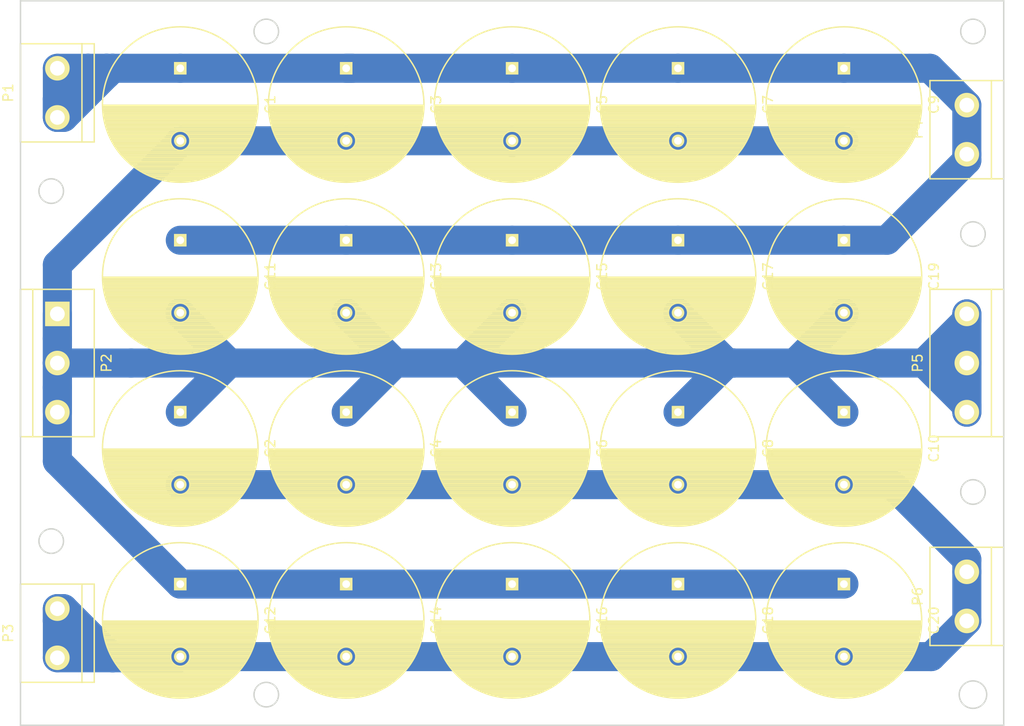
<source format=kicad_pcb>
(kicad_pcb (version 4) (host pcbnew 4.0.2-stable)

  (general
    (links 51)
    (no_connects 0)
    (area 84.34 90.849999 196.18 166.840001)
    (thickness 1.6)
    (drawings 12)
    (tracks 97)
    (zones 0)
    (modules 26)
    (nets 4)
  )

  (page A4)
  (layers
    (0 F.Cu signal)
    (31 B.Cu signal)
    (33 F.Adhes user)
    (35 F.Paste user)
    (37 F.SilkS user)
    (39 F.Mask user)
    (40 Dwgs.User user)
    (41 Cmts.User user)
    (42 Eco1.User user)
    (43 Eco2.User user)
    (44 Edge.Cuts user)
    (45 Margin user)
    (47 F.CrtYd user)
    (49 F.Fab user)
  )

  (setup
    (last_trace_width 3)
    (trace_clearance 3)
    (zone_clearance 0.508)
    (zone_45_only no)
    (trace_min 0.2)
    (segment_width 0.2)
    (edge_width 0.15)
    (via_size 0.6)
    (via_drill 0.4)
    (via_min_size 0.4)
    (via_min_drill 0.3)
    (uvia_size 0.3)
    (uvia_drill 0.1)
    (uvias_allowed no)
    (uvia_min_size 0.2)
    (uvia_min_drill 0.1)
    (pcb_text_width 0.3)
    (pcb_text_size 1.5 1.5)
    (mod_edge_width 0.15)
    (mod_text_size 1 1)
    (mod_text_width 0.15)
    (pad_size 2.54 2.54)
    (pad_drill 1.524)
    (pad_to_mask_clearance 0.2)
    (aux_axis_origin 0 0)
    (visible_elements FFFFFF7F)
    (pcbplotparams
      (layerselection 0x00020_80000000)
      (usegerberextensions false)
      (excludeedgelayer false)
      (linewidth 0.100000)
      (plotframeref false)
      (viasonmask false)
      (mode 1)
      (useauxorigin false)
      (hpglpennumber 1)
      (hpglpenspeed 20)
      (hpglpendiameter 15)
      (hpglpenoverlay 2)
      (psnegative false)
      (psa4output false)
      (plotreference true)
      (plotvalue true)
      (plotinvisibletext false)
      (padsonsilk false)
      (subtractmaskfromsilk false)
      (outputformat 5)
      (mirror false)
      (drillshape 1)
      (scaleselection 1)
      (outputdirectory ""))
  )

  (net 0 "")
  (net 1 /V+)
  (net 2 /0)
  (net 3 /V-)

  (net_class Default "This is the default net class."
    (clearance 3)
    (trace_width 3)
    (via_dia 0.6)
    (via_drill 0.4)
    (uvia_dia 0.3)
    (uvia_drill 0.1)
    (add_net /0)
    (add_net /V+)
    (add_net /V-)
  )

  (module Capacitors_ThroughHole:C_Radial_D16_L25_P7.5 (layer F.Cu) (tedit 0) (tstamp 5710F2E7)
    (at 106.045 98.425 270)
    (descr "Radial Electrolytic Capacitor Diameter 16mm x Length 25mm, Pitch 7.5mm")
    (tags "Electrolytic Capacitor")
    (path /5710E6EA)
    (fp_text reference C1 (at 3.75 -9.3 270) (layer F.SilkS)
      (effects (font (size 1 1) (thickness 0.15)))
    )
    (fp_text value CP (at 3.75 9.3 270) (layer F.Fab)
      (effects (font (size 1 1) (thickness 0.15)))
    )
    (fp_line (start 3.825 -8) (end 3.825 8) (layer F.SilkS) (width 0.15))
    (fp_line (start 3.965 -7.997) (end 3.965 7.997) (layer F.SilkS) (width 0.15))
    (fp_line (start 4.105 -7.992) (end 4.105 7.992) (layer F.SilkS) (width 0.15))
    (fp_line (start 4.245 -7.985) (end 4.245 7.985) (layer F.SilkS) (width 0.15))
    (fp_line (start 4.385 -7.975) (end 4.385 7.975) (layer F.SilkS) (width 0.15))
    (fp_line (start 4.525 -7.962) (end 4.525 7.962) (layer F.SilkS) (width 0.15))
    (fp_line (start 4.665 -7.948) (end 4.665 7.948) (layer F.SilkS) (width 0.15))
    (fp_line (start 4.805 -7.93) (end 4.805 7.93) (layer F.SilkS) (width 0.15))
    (fp_line (start 4.945 -7.91) (end 4.945 7.91) (layer F.SilkS) (width 0.15))
    (fp_line (start 5.085 -7.888) (end 5.085 7.888) (layer F.SilkS) (width 0.15))
    (fp_line (start 5.225 -7.863) (end 5.225 7.863) (layer F.SilkS) (width 0.15))
    (fp_line (start 5.365 -7.835) (end 5.365 7.835) (layer F.SilkS) (width 0.15))
    (fp_line (start 5.505 -7.805) (end 5.505 7.805) (layer F.SilkS) (width 0.15))
    (fp_line (start 5.645 -7.772) (end 5.645 7.772) (layer F.SilkS) (width 0.15))
    (fp_line (start 5.785 -7.737) (end 5.785 7.737) (layer F.SilkS) (width 0.15))
    (fp_line (start 5.925 -7.699) (end 5.925 7.699) (layer F.SilkS) (width 0.15))
    (fp_line (start 6.065 -7.658) (end 6.065 7.658) (layer F.SilkS) (width 0.15))
    (fp_line (start 6.205 -7.614) (end 6.205 7.614) (layer F.SilkS) (width 0.15))
    (fp_line (start 6.345 -7.567) (end 6.345 7.567) (layer F.SilkS) (width 0.15))
    (fp_line (start 6.485 -7.518) (end 6.485 7.518) (layer F.SilkS) (width 0.15))
    (fp_line (start 6.625 -7.466) (end 6.625 -0.484) (layer F.SilkS) (width 0.15))
    (fp_line (start 6.625 0.484) (end 6.625 7.466) (layer F.SilkS) (width 0.15))
    (fp_line (start 6.765 -7.41) (end 6.765 -0.678) (layer F.SilkS) (width 0.15))
    (fp_line (start 6.765 0.678) (end 6.765 7.41) (layer F.SilkS) (width 0.15))
    (fp_line (start 6.905 -7.352) (end 6.905 -0.804) (layer F.SilkS) (width 0.15))
    (fp_line (start 6.905 0.804) (end 6.905 7.352) (layer F.SilkS) (width 0.15))
    (fp_line (start 7.045 -7.29) (end 7.045 -0.89) (layer F.SilkS) (width 0.15))
    (fp_line (start 7.045 0.89) (end 7.045 7.29) (layer F.SilkS) (width 0.15))
    (fp_line (start 7.185 -7.225) (end 7.185 -0.949) (layer F.SilkS) (width 0.15))
    (fp_line (start 7.185 0.949) (end 7.185 7.225) (layer F.SilkS) (width 0.15))
    (fp_line (start 7.325 -7.157) (end 7.325 -0.985) (layer F.SilkS) (width 0.15))
    (fp_line (start 7.325 0.985) (end 7.325 7.157) (layer F.SilkS) (width 0.15))
    (fp_line (start 7.465 -7.085) (end 7.465 -0.999) (layer F.SilkS) (width 0.15))
    (fp_line (start 7.465 0.999) (end 7.465 7.085) (layer F.SilkS) (width 0.15))
    (fp_line (start 7.605 -7.01) (end 7.605 -0.994) (layer F.SilkS) (width 0.15))
    (fp_line (start 7.605 0.994) (end 7.605 7.01) (layer F.SilkS) (width 0.15))
    (fp_line (start 7.745 -6.931) (end 7.745 -0.97) (layer F.SilkS) (width 0.15))
    (fp_line (start 7.745 0.97) (end 7.745 6.931) (layer F.SilkS) (width 0.15))
    (fp_line (start 7.885 -6.848) (end 7.885 -0.923) (layer F.SilkS) (width 0.15))
    (fp_line (start 7.885 0.923) (end 7.885 6.848) (layer F.SilkS) (width 0.15))
    (fp_line (start 8.025 -6.762) (end 8.025 -0.851) (layer F.SilkS) (width 0.15))
    (fp_line (start 8.025 0.851) (end 8.025 6.762) (layer F.SilkS) (width 0.15))
    (fp_line (start 8.165 -6.671) (end 8.165 -0.747) (layer F.SilkS) (width 0.15))
    (fp_line (start 8.165 0.747) (end 8.165 6.671) (layer F.SilkS) (width 0.15))
    (fp_line (start 8.305 -6.577) (end 8.305 -0.593) (layer F.SilkS) (width 0.15))
    (fp_line (start 8.305 0.593) (end 8.305 6.577) (layer F.SilkS) (width 0.15))
    (fp_line (start 8.445 -6.477) (end 8.445 -0.327) (layer F.SilkS) (width 0.15))
    (fp_line (start 8.445 0.327) (end 8.445 6.477) (layer F.SilkS) (width 0.15))
    (fp_line (start 8.585 -6.374) (end 8.585 6.374) (layer F.SilkS) (width 0.15))
    (fp_line (start 8.725 -6.265) (end 8.725 6.265) (layer F.SilkS) (width 0.15))
    (fp_line (start 8.865 -6.151) (end 8.865 6.151) (layer F.SilkS) (width 0.15))
    (fp_line (start 9.005 -6.032) (end 9.005 6.032) (layer F.SilkS) (width 0.15))
    (fp_line (start 9.145 -5.907) (end 9.145 5.907) (layer F.SilkS) (width 0.15))
    (fp_line (start 9.285 -5.776) (end 9.285 5.776) (layer F.SilkS) (width 0.15))
    (fp_line (start 9.425 -5.639) (end 9.425 5.639) (layer F.SilkS) (width 0.15))
    (fp_line (start 9.565 -5.494) (end 9.565 5.494) (layer F.SilkS) (width 0.15))
    (fp_line (start 9.705 -5.342) (end 9.705 5.342) (layer F.SilkS) (width 0.15))
    (fp_line (start 9.845 -5.182) (end 9.845 5.182) (layer F.SilkS) (width 0.15))
    (fp_line (start 9.985 -5.012) (end 9.985 5.012) (layer F.SilkS) (width 0.15))
    (fp_line (start 10.125 -4.833) (end 10.125 4.833) (layer F.SilkS) (width 0.15))
    (fp_line (start 10.265 -4.643) (end 10.265 4.643) (layer F.SilkS) (width 0.15))
    (fp_line (start 10.405 -4.44) (end 10.405 4.44) (layer F.SilkS) (width 0.15))
    (fp_line (start 10.545 -4.222) (end 10.545 4.222) (layer F.SilkS) (width 0.15))
    (fp_line (start 10.685 -3.988) (end 10.685 3.988) (layer F.SilkS) (width 0.15))
    (fp_line (start 10.825 -3.734) (end 10.825 3.734) (layer F.SilkS) (width 0.15))
    (fp_line (start 10.965 -3.456) (end 10.965 3.456) (layer F.SilkS) (width 0.15))
    (fp_line (start 11.105 -3.147) (end 11.105 3.147) (layer F.SilkS) (width 0.15))
    (fp_line (start 11.245 -2.797) (end 11.245 2.797) (layer F.SilkS) (width 0.15))
    (fp_line (start 11.385 -2.389) (end 11.385 2.389) (layer F.SilkS) (width 0.15))
    (fp_line (start 11.525 -1.884) (end 11.525 1.884) (layer F.SilkS) (width 0.15))
    (fp_line (start 11.665 -1.163) (end 11.665 1.163) (layer F.SilkS) (width 0.15))
    (fp_circle (center 7.5 0) (end 7.5 -1) (layer F.SilkS) (width 0.15))
    (fp_circle (center 3.75 0) (end 3.75 -8.0375) (layer F.SilkS) (width 0.15))
    (fp_circle (center 3.75 0) (end 3.75 -8.3) (layer F.CrtYd) (width 0.05))
    (pad 1 thru_hole rect (at 0 0 270) (size 1.3 1.3) (drill 0.8) (layers *.Cu *.Mask F.SilkS)
      (net 1 /V+))
    (pad 2 thru_hole circle (at 7.5 0 270) (size 1.3 1.3) (drill 0.8) (layers *.Cu *.Mask F.SilkS)
      (net 2 /0))
    (model Capacitors_ThroughHole.3dshapes/C_Radial_D16_L25_P7.5.wrl
      (at (xyz 0.1476378 0 0))
      (scale (xyz 1 1 1))
      (rotate (xyz 0 0 90))
    )
  )

  (module Capacitors_ThroughHole:C_Radial_D16_L25_P7.5 (layer F.Cu) (tedit 0) (tstamp 5710F337)
    (at 106.045 133.985 270)
    (descr "Radial Electrolytic Capacitor Diameter 16mm x Length 25mm, Pitch 7.5mm")
    (tags "Electrolytic Capacitor")
    (path /5710EAE3)
    (fp_text reference C2 (at 3.75 -9.3 270) (layer F.SilkS)
      (effects (font (size 1 1) (thickness 0.15)))
    )
    (fp_text value CP (at 3.75 9.3 270) (layer F.Fab)
      (effects (font (size 1 1) (thickness 0.15)))
    )
    (fp_line (start 3.825 -8) (end 3.825 8) (layer F.SilkS) (width 0.15))
    (fp_line (start 3.965 -7.997) (end 3.965 7.997) (layer F.SilkS) (width 0.15))
    (fp_line (start 4.105 -7.992) (end 4.105 7.992) (layer F.SilkS) (width 0.15))
    (fp_line (start 4.245 -7.985) (end 4.245 7.985) (layer F.SilkS) (width 0.15))
    (fp_line (start 4.385 -7.975) (end 4.385 7.975) (layer F.SilkS) (width 0.15))
    (fp_line (start 4.525 -7.962) (end 4.525 7.962) (layer F.SilkS) (width 0.15))
    (fp_line (start 4.665 -7.948) (end 4.665 7.948) (layer F.SilkS) (width 0.15))
    (fp_line (start 4.805 -7.93) (end 4.805 7.93) (layer F.SilkS) (width 0.15))
    (fp_line (start 4.945 -7.91) (end 4.945 7.91) (layer F.SilkS) (width 0.15))
    (fp_line (start 5.085 -7.888) (end 5.085 7.888) (layer F.SilkS) (width 0.15))
    (fp_line (start 5.225 -7.863) (end 5.225 7.863) (layer F.SilkS) (width 0.15))
    (fp_line (start 5.365 -7.835) (end 5.365 7.835) (layer F.SilkS) (width 0.15))
    (fp_line (start 5.505 -7.805) (end 5.505 7.805) (layer F.SilkS) (width 0.15))
    (fp_line (start 5.645 -7.772) (end 5.645 7.772) (layer F.SilkS) (width 0.15))
    (fp_line (start 5.785 -7.737) (end 5.785 7.737) (layer F.SilkS) (width 0.15))
    (fp_line (start 5.925 -7.699) (end 5.925 7.699) (layer F.SilkS) (width 0.15))
    (fp_line (start 6.065 -7.658) (end 6.065 7.658) (layer F.SilkS) (width 0.15))
    (fp_line (start 6.205 -7.614) (end 6.205 7.614) (layer F.SilkS) (width 0.15))
    (fp_line (start 6.345 -7.567) (end 6.345 7.567) (layer F.SilkS) (width 0.15))
    (fp_line (start 6.485 -7.518) (end 6.485 7.518) (layer F.SilkS) (width 0.15))
    (fp_line (start 6.625 -7.466) (end 6.625 -0.484) (layer F.SilkS) (width 0.15))
    (fp_line (start 6.625 0.484) (end 6.625 7.466) (layer F.SilkS) (width 0.15))
    (fp_line (start 6.765 -7.41) (end 6.765 -0.678) (layer F.SilkS) (width 0.15))
    (fp_line (start 6.765 0.678) (end 6.765 7.41) (layer F.SilkS) (width 0.15))
    (fp_line (start 6.905 -7.352) (end 6.905 -0.804) (layer F.SilkS) (width 0.15))
    (fp_line (start 6.905 0.804) (end 6.905 7.352) (layer F.SilkS) (width 0.15))
    (fp_line (start 7.045 -7.29) (end 7.045 -0.89) (layer F.SilkS) (width 0.15))
    (fp_line (start 7.045 0.89) (end 7.045 7.29) (layer F.SilkS) (width 0.15))
    (fp_line (start 7.185 -7.225) (end 7.185 -0.949) (layer F.SilkS) (width 0.15))
    (fp_line (start 7.185 0.949) (end 7.185 7.225) (layer F.SilkS) (width 0.15))
    (fp_line (start 7.325 -7.157) (end 7.325 -0.985) (layer F.SilkS) (width 0.15))
    (fp_line (start 7.325 0.985) (end 7.325 7.157) (layer F.SilkS) (width 0.15))
    (fp_line (start 7.465 -7.085) (end 7.465 -0.999) (layer F.SilkS) (width 0.15))
    (fp_line (start 7.465 0.999) (end 7.465 7.085) (layer F.SilkS) (width 0.15))
    (fp_line (start 7.605 -7.01) (end 7.605 -0.994) (layer F.SilkS) (width 0.15))
    (fp_line (start 7.605 0.994) (end 7.605 7.01) (layer F.SilkS) (width 0.15))
    (fp_line (start 7.745 -6.931) (end 7.745 -0.97) (layer F.SilkS) (width 0.15))
    (fp_line (start 7.745 0.97) (end 7.745 6.931) (layer F.SilkS) (width 0.15))
    (fp_line (start 7.885 -6.848) (end 7.885 -0.923) (layer F.SilkS) (width 0.15))
    (fp_line (start 7.885 0.923) (end 7.885 6.848) (layer F.SilkS) (width 0.15))
    (fp_line (start 8.025 -6.762) (end 8.025 -0.851) (layer F.SilkS) (width 0.15))
    (fp_line (start 8.025 0.851) (end 8.025 6.762) (layer F.SilkS) (width 0.15))
    (fp_line (start 8.165 -6.671) (end 8.165 -0.747) (layer F.SilkS) (width 0.15))
    (fp_line (start 8.165 0.747) (end 8.165 6.671) (layer F.SilkS) (width 0.15))
    (fp_line (start 8.305 -6.577) (end 8.305 -0.593) (layer F.SilkS) (width 0.15))
    (fp_line (start 8.305 0.593) (end 8.305 6.577) (layer F.SilkS) (width 0.15))
    (fp_line (start 8.445 -6.477) (end 8.445 -0.327) (layer F.SilkS) (width 0.15))
    (fp_line (start 8.445 0.327) (end 8.445 6.477) (layer F.SilkS) (width 0.15))
    (fp_line (start 8.585 -6.374) (end 8.585 6.374) (layer F.SilkS) (width 0.15))
    (fp_line (start 8.725 -6.265) (end 8.725 6.265) (layer F.SilkS) (width 0.15))
    (fp_line (start 8.865 -6.151) (end 8.865 6.151) (layer F.SilkS) (width 0.15))
    (fp_line (start 9.005 -6.032) (end 9.005 6.032) (layer F.SilkS) (width 0.15))
    (fp_line (start 9.145 -5.907) (end 9.145 5.907) (layer F.SilkS) (width 0.15))
    (fp_line (start 9.285 -5.776) (end 9.285 5.776) (layer F.SilkS) (width 0.15))
    (fp_line (start 9.425 -5.639) (end 9.425 5.639) (layer F.SilkS) (width 0.15))
    (fp_line (start 9.565 -5.494) (end 9.565 5.494) (layer F.SilkS) (width 0.15))
    (fp_line (start 9.705 -5.342) (end 9.705 5.342) (layer F.SilkS) (width 0.15))
    (fp_line (start 9.845 -5.182) (end 9.845 5.182) (layer F.SilkS) (width 0.15))
    (fp_line (start 9.985 -5.012) (end 9.985 5.012) (layer F.SilkS) (width 0.15))
    (fp_line (start 10.125 -4.833) (end 10.125 4.833) (layer F.SilkS) (width 0.15))
    (fp_line (start 10.265 -4.643) (end 10.265 4.643) (layer F.SilkS) (width 0.15))
    (fp_line (start 10.405 -4.44) (end 10.405 4.44) (layer F.SilkS) (width 0.15))
    (fp_line (start 10.545 -4.222) (end 10.545 4.222) (layer F.SilkS) (width 0.15))
    (fp_line (start 10.685 -3.988) (end 10.685 3.988) (layer F.SilkS) (width 0.15))
    (fp_line (start 10.825 -3.734) (end 10.825 3.734) (layer F.SilkS) (width 0.15))
    (fp_line (start 10.965 -3.456) (end 10.965 3.456) (layer F.SilkS) (width 0.15))
    (fp_line (start 11.105 -3.147) (end 11.105 3.147) (layer F.SilkS) (width 0.15))
    (fp_line (start 11.245 -2.797) (end 11.245 2.797) (layer F.SilkS) (width 0.15))
    (fp_line (start 11.385 -2.389) (end 11.385 2.389) (layer F.SilkS) (width 0.15))
    (fp_line (start 11.525 -1.884) (end 11.525 1.884) (layer F.SilkS) (width 0.15))
    (fp_line (start 11.665 -1.163) (end 11.665 1.163) (layer F.SilkS) (width 0.15))
    (fp_circle (center 7.5 0) (end 7.5 -1) (layer F.SilkS) (width 0.15))
    (fp_circle (center 3.75 0) (end 3.75 -8.0375) (layer F.SilkS) (width 0.15))
    (fp_circle (center 3.75 0) (end 3.75 -8.3) (layer F.CrtYd) (width 0.05))
    (pad 1 thru_hole rect (at 0 0 270) (size 1.3 1.3) (drill 0.8) (layers *.Cu *.Mask F.SilkS)
      (net 2 /0))
    (pad 2 thru_hole circle (at 7.5 0 270) (size 1.3 1.3) (drill 0.8) (layers *.Cu *.Mask F.SilkS)
      (net 3 /V-))
    (model Capacitors_ThroughHole.3dshapes/C_Radial_D16_L25_P7.5.wrl
      (at (xyz 0.1476378 0 0))
      (scale (xyz 1 1 1))
      (rotate (xyz 0 0 90))
    )
  )

  (module Capacitors_ThroughHole:C_Radial_D16_L25_P7.5 (layer F.Cu) (tedit 0) (tstamp 5710F387)
    (at 123.19 98.425 270)
    (descr "Radial Electrolytic Capacitor Diameter 16mm x Length 25mm, Pitch 7.5mm")
    (tags "Electrolytic Capacitor")
    (path /5710E74A)
    (fp_text reference C3 (at 3.75 -9.3 270) (layer F.SilkS)
      (effects (font (size 1 1) (thickness 0.15)))
    )
    (fp_text value CP (at 3.75 9.3 270) (layer F.Fab)
      (effects (font (size 1 1) (thickness 0.15)))
    )
    (fp_line (start 3.825 -8) (end 3.825 8) (layer F.SilkS) (width 0.15))
    (fp_line (start 3.965 -7.997) (end 3.965 7.997) (layer F.SilkS) (width 0.15))
    (fp_line (start 4.105 -7.992) (end 4.105 7.992) (layer F.SilkS) (width 0.15))
    (fp_line (start 4.245 -7.985) (end 4.245 7.985) (layer F.SilkS) (width 0.15))
    (fp_line (start 4.385 -7.975) (end 4.385 7.975) (layer F.SilkS) (width 0.15))
    (fp_line (start 4.525 -7.962) (end 4.525 7.962) (layer F.SilkS) (width 0.15))
    (fp_line (start 4.665 -7.948) (end 4.665 7.948) (layer F.SilkS) (width 0.15))
    (fp_line (start 4.805 -7.93) (end 4.805 7.93) (layer F.SilkS) (width 0.15))
    (fp_line (start 4.945 -7.91) (end 4.945 7.91) (layer F.SilkS) (width 0.15))
    (fp_line (start 5.085 -7.888) (end 5.085 7.888) (layer F.SilkS) (width 0.15))
    (fp_line (start 5.225 -7.863) (end 5.225 7.863) (layer F.SilkS) (width 0.15))
    (fp_line (start 5.365 -7.835) (end 5.365 7.835) (layer F.SilkS) (width 0.15))
    (fp_line (start 5.505 -7.805) (end 5.505 7.805) (layer F.SilkS) (width 0.15))
    (fp_line (start 5.645 -7.772) (end 5.645 7.772) (layer F.SilkS) (width 0.15))
    (fp_line (start 5.785 -7.737) (end 5.785 7.737) (layer F.SilkS) (width 0.15))
    (fp_line (start 5.925 -7.699) (end 5.925 7.699) (layer F.SilkS) (width 0.15))
    (fp_line (start 6.065 -7.658) (end 6.065 7.658) (layer F.SilkS) (width 0.15))
    (fp_line (start 6.205 -7.614) (end 6.205 7.614) (layer F.SilkS) (width 0.15))
    (fp_line (start 6.345 -7.567) (end 6.345 7.567) (layer F.SilkS) (width 0.15))
    (fp_line (start 6.485 -7.518) (end 6.485 7.518) (layer F.SilkS) (width 0.15))
    (fp_line (start 6.625 -7.466) (end 6.625 -0.484) (layer F.SilkS) (width 0.15))
    (fp_line (start 6.625 0.484) (end 6.625 7.466) (layer F.SilkS) (width 0.15))
    (fp_line (start 6.765 -7.41) (end 6.765 -0.678) (layer F.SilkS) (width 0.15))
    (fp_line (start 6.765 0.678) (end 6.765 7.41) (layer F.SilkS) (width 0.15))
    (fp_line (start 6.905 -7.352) (end 6.905 -0.804) (layer F.SilkS) (width 0.15))
    (fp_line (start 6.905 0.804) (end 6.905 7.352) (layer F.SilkS) (width 0.15))
    (fp_line (start 7.045 -7.29) (end 7.045 -0.89) (layer F.SilkS) (width 0.15))
    (fp_line (start 7.045 0.89) (end 7.045 7.29) (layer F.SilkS) (width 0.15))
    (fp_line (start 7.185 -7.225) (end 7.185 -0.949) (layer F.SilkS) (width 0.15))
    (fp_line (start 7.185 0.949) (end 7.185 7.225) (layer F.SilkS) (width 0.15))
    (fp_line (start 7.325 -7.157) (end 7.325 -0.985) (layer F.SilkS) (width 0.15))
    (fp_line (start 7.325 0.985) (end 7.325 7.157) (layer F.SilkS) (width 0.15))
    (fp_line (start 7.465 -7.085) (end 7.465 -0.999) (layer F.SilkS) (width 0.15))
    (fp_line (start 7.465 0.999) (end 7.465 7.085) (layer F.SilkS) (width 0.15))
    (fp_line (start 7.605 -7.01) (end 7.605 -0.994) (layer F.SilkS) (width 0.15))
    (fp_line (start 7.605 0.994) (end 7.605 7.01) (layer F.SilkS) (width 0.15))
    (fp_line (start 7.745 -6.931) (end 7.745 -0.97) (layer F.SilkS) (width 0.15))
    (fp_line (start 7.745 0.97) (end 7.745 6.931) (layer F.SilkS) (width 0.15))
    (fp_line (start 7.885 -6.848) (end 7.885 -0.923) (layer F.SilkS) (width 0.15))
    (fp_line (start 7.885 0.923) (end 7.885 6.848) (layer F.SilkS) (width 0.15))
    (fp_line (start 8.025 -6.762) (end 8.025 -0.851) (layer F.SilkS) (width 0.15))
    (fp_line (start 8.025 0.851) (end 8.025 6.762) (layer F.SilkS) (width 0.15))
    (fp_line (start 8.165 -6.671) (end 8.165 -0.747) (layer F.SilkS) (width 0.15))
    (fp_line (start 8.165 0.747) (end 8.165 6.671) (layer F.SilkS) (width 0.15))
    (fp_line (start 8.305 -6.577) (end 8.305 -0.593) (layer F.SilkS) (width 0.15))
    (fp_line (start 8.305 0.593) (end 8.305 6.577) (layer F.SilkS) (width 0.15))
    (fp_line (start 8.445 -6.477) (end 8.445 -0.327) (layer F.SilkS) (width 0.15))
    (fp_line (start 8.445 0.327) (end 8.445 6.477) (layer F.SilkS) (width 0.15))
    (fp_line (start 8.585 -6.374) (end 8.585 6.374) (layer F.SilkS) (width 0.15))
    (fp_line (start 8.725 -6.265) (end 8.725 6.265) (layer F.SilkS) (width 0.15))
    (fp_line (start 8.865 -6.151) (end 8.865 6.151) (layer F.SilkS) (width 0.15))
    (fp_line (start 9.005 -6.032) (end 9.005 6.032) (layer F.SilkS) (width 0.15))
    (fp_line (start 9.145 -5.907) (end 9.145 5.907) (layer F.SilkS) (width 0.15))
    (fp_line (start 9.285 -5.776) (end 9.285 5.776) (layer F.SilkS) (width 0.15))
    (fp_line (start 9.425 -5.639) (end 9.425 5.639) (layer F.SilkS) (width 0.15))
    (fp_line (start 9.565 -5.494) (end 9.565 5.494) (layer F.SilkS) (width 0.15))
    (fp_line (start 9.705 -5.342) (end 9.705 5.342) (layer F.SilkS) (width 0.15))
    (fp_line (start 9.845 -5.182) (end 9.845 5.182) (layer F.SilkS) (width 0.15))
    (fp_line (start 9.985 -5.012) (end 9.985 5.012) (layer F.SilkS) (width 0.15))
    (fp_line (start 10.125 -4.833) (end 10.125 4.833) (layer F.SilkS) (width 0.15))
    (fp_line (start 10.265 -4.643) (end 10.265 4.643) (layer F.SilkS) (width 0.15))
    (fp_line (start 10.405 -4.44) (end 10.405 4.44) (layer F.SilkS) (width 0.15))
    (fp_line (start 10.545 -4.222) (end 10.545 4.222) (layer F.SilkS) (width 0.15))
    (fp_line (start 10.685 -3.988) (end 10.685 3.988) (layer F.SilkS) (width 0.15))
    (fp_line (start 10.825 -3.734) (end 10.825 3.734) (layer F.SilkS) (width 0.15))
    (fp_line (start 10.965 -3.456) (end 10.965 3.456) (layer F.SilkS) (width 0.15))
    (fp_line (start 11.105 -3.147) (end 11.105 3.147) (layer F.SilkS) (width 0.15))
    (fp_line (start 11.245 -2.797) (end 11.245 2.797) (layer F.SilkS) (width 0.15))
    (fp_line (start 11.385 -2.389) (end 11.385 2.389) (layer F.SilkS) (width 0.15))
    (fp_line (start 11.525 -1.884) (end 11.525 1.884) (layer F.SilkS) (width 0.15))
    (fp_line (start 11.665 -1.163) (end 11.665 1.163) (layer F.SilkS) (width 0.15))
    (fp_circle (center 7.5 0) (end 7.5 -1) (layer F.SilkS) (width 0.15))
    (fp_circle (center 3.75 0) (end 3.75 -8.0375) (layer F.SilkS) (width 0.15))
    (fp_circle (center 3.75 0) (end 3.75 -8.3) (layer F.CrtYd) (width 0.05))
    (pad 1 thru_hole rect (at 0 0 270) (size 1.3 1.3) (drill 0.8) (layers *.Cu *.Mask F.SilkS)
      (net 1 /V+))
    (pad 2 thru_hole circle (at 7.5 0 270) (size 1.3 1.3) (drill 0.8) (layers *.Cu *.Mask F.SilkS)
      (net 2 /0))
    (model Capacitors_ThroughHole.3dshapes/C_Radial_D16_L25_P7.5.wrl
      (at (xyz 0.1476378 0 0))
      (scale (xyz 1 1 1))
      (rotate (xyz 0 0 90))
    )
  )

  (module Capacitors_ThroughHole:C_Radial_D16_L25_P7.5 (layer F.Cu) (tedit 0) (tstamp 5710F3D7)
    (at 123.19 133.985 270)
    (descr "Radial Electrolytic Capacitor Diameter 16mm x Length 25mm, Pitch 7.5mm")
    (tags "Electrolytic Capacitor")
    (path /5710EAE9)
    (fp_text reference C4 (at 3.75 -9.3 270) (layer F.SilkS)
      (effects (font (size 1 1) (thickness 0.15)))
    )
    (fp_text value CP (at 3.75 9.3 270) (layer F.Fab)
      (effects (font (size 1 1) (thickness 0.15)))
    )
    (fp_line (start 3.825 -8) (end 3.825 8) (layer F.SilkS) (width 0.15))
    (fp_line (start 3.965 -7.997) (end 3.965 7.997) (layer F.SilkS) (width 0.15))
    (fp_line (start 4.105 -7.992) (end 4.105 7.992) (layer F.SilkS) (width 0.15))
    (fp_line (start 4.245 -7.985) (end 4.245 7.985) (layer F.SilkS) (width 0.15))
    (fp_line (start 4.385 -7.975) (end 4.385 7.975) (layer F.SilkS) (width 0.15))
    (fp_line (start 4.525 -7.962) (end 4.525 7.962) (layer F.SilkS) (width 0.15))
    (fp_line (start 4.665 -7.948) (end 4.665 7.948) (layer F.SilkS) (width 0.15))
    (fp_line (start 4.805 -7.93) (end 4.805 7.93) (layer F.SilkS) (width 0.15))
    (fp_line (start 4.945 -7.91) (end 4.945 7.91) (layer F.SilkS) (width 0.15))
    (fp_line (start 5.085 -7.888) (end 5.085 7.888) (layer F.SilkS) (width 0.15))
    (fp_line (start 5.225 -7.863) (end 5.225 7.863) (layer F.SilkS) (width 0.15))
    (fp_line (start 5.365 -7.835) (end 5.365 7.835) (layer F.SilkS) (width 0.15))
    (fp_line (start 5.505 -7.805) (end 5.505 7.805) (layer F.SilkS) (width 0.15))
    (fp_line (start 5.645 -7.772) (end 5.645 7.772) (layer F.SilkS) (width 0.15))
    (fp_line (start 5.785 -7.737) (end 5.785 7.737) (layer F.SilkS) (width 0.15))
    (fp_line (start 5.925 -7.699) (end 5.925 7.699) (layer F.SilkS) (width 0.15))
    (fp_line (start 6.065 -7.658) (end 6.065 7.658) (layer F.SilkS) (width 0.15))
    (fp_line (start 6.205 -7.614) (end 6.205 7.614) (layer F.SilkS) (width 0.15))
    (fp_line (start 6.345 -7.567) (end 6.345 7.567) (layer F.SilkS) (width 0.15))
    (fp_line (start 6.485 -7.518) (end 6.485 7.518) (layer F.SilkS) (width 0.15))
    (fp_line (start 6.625 -7.466) (end 6.625 -0.484) (layer F.SilkS) (width 0.15))
    (fp_line (start 6.625 0.484) (end 6.625 7.466) (layer F.SilkS) (width 0.15))
    (fp_line (start 6.765 -7.41) (end 6.765 -0.678) (layer F.SilkS) (width 0.15))
    (fp_line (start 6.765 0.678) (end 6.765 7.41) (layer F.SilkS) (width 0.15))
    (fp_line (start 6.905 -7.352) (end 6.905 -0.804) (layer F.SilkS) (width 0.15))
    (fp_line (start 6.905 0.804) (end 6.905 7.352) (layer F.SilkS) (width 0.15))
    (fp_line (start 7.045 -7.29) (end 7.045 -0.89) (layer F.SilkS) (width 0.15))
    (fp_line (start 7.045 0.89) (end 7.045 7.29) (layer F.SilkS) (width 0.15))
    (fp_line (start 7.185 -7.225) (end 7.185 -0.949) (layer F.SilkS) (width 0.15))
    (fp_line (start 7.185 0.949) (end 7.185 7.225) (layer F.SilkS) (width 0.15))
    (fp_line (start 7.325 -7.157) (end 7.325 -0.985) (layer F.SilkS) (width 0.15))
    (fp_line (start 7.325 0.985) (end 7.325 7.157) (layer F.SilkS) (width 0.15))
    (fp_line (start 7.465 -7.085) (end 7.465 -0.999) (layer F.SilkS) (width 0.15))
    (fp_line (start 7.465 0.999) (end 7.465 7.085) (layer F.SilkS) (width 0.15))
    (fp_line (start 7.605 -7.01) (end 7.605 -0.994) (layer F.SilkS) (width 0.15))
    (fp_line (start 7.605 0.994) (end 7.605 7.01) (layer F.SilkS) (width 0.15))
    (fp_line (start 7.745 -6.931) (end 7.745 -0.97) (layer F.SilkS) (width 0.15))
    (fp_line (start 7.745 0.97) (end 7.745 6.931) (layer F.SilkS) (width 0.15))
    (fp_line (start 7.885 -6.848) (end 7.885 -0.923) (layer F.SilkS) (width 0.15))
    (fp_line (start 7.885 0.923) (end 7.885 6.848) (layer F.SilkS) (width 0.15))
    (fp_line (start 8.025 -6.762) (end 8.025 -0.851) (layer F.SilkS) (width 0.15))
    (fp_line (start 8.025 0.851) (end 8.025 6.762) (layer F.SilkS) (width 0.15))
    (fp_line (start 8.165 -6.671) (end 8.165 -0.747) (layer F.SilkS) (width 0.15))
    (fp_line (start 8.165 0.747) (end 8.165 6.671) (layer F.SilkS) (width 0.15))
    (fp_line (start 8.305 -6.577) (end 8.305 -0.593) (layer F.SilkS) (width 0.15))
    (fp_line (start 8.305 0.593) (end 8.305 6.577) (layer F.SilkS) (width 0.15))
    (fp_line (start 8.445 -6.477) (end 8.445 -0.327) (layer F.SilkS) (width 0.15))
    (fp_line (start 8.445 0.327) (end 8.445 6.477) (layer F.SilkS) (width 0.15))
    (fp_line (start 8.585 -6.374) (end 8.585 6.374) (layer F.SilkS) (width 0.15))
    (fp_line (start 8.725 -6.265) (end 8.725 6.265) (layer F.SilkS) (width 0.15))
    (fp_line (start 8.865 -6.151) (end 8.865 6.151) (layer F.SilkS) (width 0.15))
    (fp_line (start 9.005 -6.032) (end 9.005 6.032) (layer F.SilkS) (width 0.15))
    (fp_line (start 9.145 -5.907) (end 9.145 5.907) (layer F.SilkS) (width 0.15))
    (fp_line (start 9.285 -5.776) (end 9.285 5.776) (layer F.SilkS) (width 0.15))
    (fp_line (start 9.425 -5.639) (end 9.425 5.639) (layer F.SilkS) (width 0.15))
    (fp_line (start 9.565 -5.494) (end 9.565 5.494) (layer F.SilkS) (width 0.15))
    (fp_line (start 9.705 -5.342) (end 9.705 5.342) (layer F.SilkS) (width 0.15))
    (fp_line (start 9.845 -5.182) (end 9.845 5.182) (layer F.SilkS) (width 0.15))
    (fp_line (start 9.985 -5.012) (end 9.985 5.012) (layer F.SilkS) (width 0.15))
    (fp_line (start 10.125 -4.833) (end 10.125 4.833) (layer F.SilkS) (width 0.15))
    (fp_line (start 10.265 -4.643) (end 10.265 4.643) (layer F.SilkS) (width 0.15))
    (fp_line (start 10.405 -4.44) (end 10.405 4.44) (layer F.SilkS) (width 0.15))
    (fp_line (start 10.545 -4.222) (end 10.545 4.222) (layer F.SilkS) (width 0.15))
    (fp_line (start 10.685 -3.988) (end 10.685 3.988) (layer F.SilkS) (width 0.15))
    (fp_line (start 10.825 -3.734) (end 10.825 3.734) (layer F.SilkS) (width 0.15))
    (fp_line (start 10.965 -3.456) (end 10.965 3.456) (layer F.SilkS) (width 0.15))
    (fp_line (start 11.105 -3.147) (end 11.105 3.147) (layer F.SilkS) (width 0.15))
    (fp_line (start 11.245 -2.797) (end 11.245 2.797) (layer F.SilkS) (width 0.15))
    (fp_line (start 11.385 -2.389) (end 11.385 2.389) (layer F.SilkS) (width 0.15))
    (fp_line (start 11.525 -1.884) (end 11.525 1.884) (layer F.SilkS) (width 0.15))
    (fp_line (start 11.665 -1.163) (end 11.665 1.163) (layer F.SilkS) (width 0.15))
    (fp_circle (center 7.5 0) (end 7.5 -1) (layer F.SilkS) (width 0.15))
    (fp_circle (center 3.75 0) (end 3.75 -8.0375) (layer F.SilkS) (width 0.15))
    (fp_circle (center 3.75 0) (end 3.75 -8.3) (layer F.CrtYd) (width 0.05))
    (pad 1 thru_hole rect (at 0 0 270) (size 1.3 1.3) (drill 0.8) (layers *.Cu *.Mask F.SilkS)
      (net 2 /0))
    (pad 2 thru_hole circle (at 7.5 0 270) (size 1.3 1.3) (drill 0.8) (layers *.Cu *.Mask F.SilkS)
      (net 3 /V-))
    (model Capacitors_ThroughHole.3dshapes/C_Radial_D16_L25_P7.5.wrl
      (at (xyz 0.1476378 0 0))
      (scale (xyz 1 1 1))
      (rotate (xyz 0 0 90))
    )
  )

  (module Capacitors_ThroughHole:C_Radial_D16_L25_P7.5 (layer F.Cu) (tedit 0) (tstamp 5710F427)
    (at 140.335 98.425 270)
    (descr "Radial Electrolytic Capacitor Diameter 16mm x Length 25mm, Pitch 7.5mm")
    (tags "Electrolytic Capacitor")
    (path /5710E768)
    (fp_text reference C5 (at 3.75 -9.3 270) (layer F.SilkS)
      (effects (font (size 1 1) (thickness 0.15)))
    )
    (fp_text value CP (at 3.75 9.3 270) (layer F.Fab)
      (effects (font (size 1 1) (thickness 0.15)))
    )
    (fp_line (start 3.825 -8) (end 3.825 8) (layer F.SilkS) (width 0.15))
    (fp_line (start 3.965 -7.997) (end 3.965 7.997) (layer F.SilkS) (width 0.15))
    (fp_line (start 4.105 -7.992) (end 4.105 7.992) (layer F.SilkS) (width 0.15))
    (fp_line (start 4.245 -7.985) (end 4.245 7.985) (layer F.SilkS) (width 0.15))
    (fp_line (start 4.385 -7.975) (end 4.385 7.975) (layer F.SilkS) (width 0.15))
    (fp_line (start 4.525 -7.962) (end 4.525 7.962) (layer F.SilkS) (width 0.15))
    (fp_line (start 4.665 -7.948) (end 4.665 7.948) (layer F.SilkS) (width 0.15))
    (fp_line (start 4.805 -7.93) (end 4.805 7.93) (layer F.SilkS) (width 0.15))
    (fp_line (start 4.945 -7.91) (end 4.945 7.91) (layer F.SilkS) (width 0.15))
    (fp_line (start 5.085 -7.888) (end 5.085 7.888) (layer F.SilkS) (width 0.15))
    (fp_line (start 5.225 -7.863) (end 5.225 7.863) (layer F.SilkS) (width 0.15))
    (fp_line (start 5.365 -7.835) (end 5.365 7.835) (layer F.SilkS) (width 0.15))
    (fp_line (start 5.505 -7.805) (end 5.505 7.805) (layer F.SilkS) (width 0.15))
    (fp_line (start 5.645 -7.772) (end 5.645 7.772) (layer F.SilkS) (width 0.15))
    (fp_line (start 5.785 -7.737) (end 5.785 7.737) (layer F.SilkS) (width 0.15))
    (fp_line (start 5.925 -7.699) (end 5.925 7.699) (layer F.SilkS) (width 0.15))
    (fp_line (start 6.065 -7.658) (end 6.065 7.658) (layer F.SilkS) (width 0.15))
    (fp_line (start 6.205 -7.614) (end 6.205 7.614) (layer F.SilkS) (width 0.15))
    (fp_line (start 6.345 -7.567) (end 6.345 7.567) (layer F.SilkS) (width 0.15))
    (fp_line (start 6.485 -7.518) (end 6.485 7.518) (layer F.SilkS) (width 0.15))
    (fp_line (start 6.625 -7.466) (end 6.625 -0.484) (layer F.SilkS) (width 0.15))
    (fp_line (start 6.625 0.484) (end 6.625 7.466) (layer F.SilkS) (width 0.15))
    (fp_line (start 6.765 -7.41) (end 6.765 -0.678) (layer F.SilkS) (width 0.15))
    (fp_line (start 6.765 0.678) (end 6.765 7.41) (layer F.SilkS) (width 0.15))
    (fp_line (start 6.905 -7.352) (end 6.905 -0.804) (layer F.SilkS) (width 0.15))
    (fp_line (start 6.905 0.804) (end 6.905 7.352) (layer F.SilkS) (width 0.15))
    (fp_line (start 7.045 -7.29) (end 7.045 -0.89) (layer F.SilkS) (width 0.15))
    (fp_line (start 7.045 0.89) (end 7.045 7.29) (layer F.SilkS) (width 0.15))
    (fp_line (start 7.185 -7.225) (end 7.185 -0.949) (layer F.SilkS) (width 0.15))
    (fp_line (start 7.185 0.949) (end 7.185 7.225) (layer F.SilkS) (width 0.15))
    (fp_line (start 7.325 -7.157) (end 7.325 -0.985) (layer F.SilkS) (width 0.15))
    (fp_line (start 7.325 0.985) (end 7.325 7.157) (layer F.SilkS) (width 0.15))
    (fp_line (start 7.465 -7.085) (end 7.465 -0.999) (layer F.SilkS) (width 0.15))
    (fp_line (start 7.465 0.999) (end 7.465 7.085) (layer F.SilkS) (width 0.15))
    (fp_line (start 7.605 -7.01) (end 7.605 -0.994) (layer F.SilkS) (width 0.15))
    (fp_line (start 7.605 0.994) (end 7.605 7.01) (layer F.SilkS) (width 0.15))
    (fp_line (start 7.745 -6.931) (end 7.745 -0.97) (layer F.SilkS) (width 0.15))
    (fp_line (start 7.745 0.97) (end 7.745 6.931) (layer F.SilkS) (width 0.15))
    (fp_line (start 7.885 -6.848) (end 7.885 -0.923) (layer F.SilkS) (width 0.15))
    (fp_line (start 7.885 0.923) (end 7.885 6.848) (layer F.SilkS) (width 0.15))
    (fp_line (start 8.025 -6.762) (end 8.025 -0.851) (layer F.SilkS) (width 0.15))
    (fp_line (start 8.025 0.851) (end 8.025 6.762) (layer F.SilkS) (width 0.15))
    (fp_line (start 8.165 -6.671) (end 8.165 -0.747) (layer F.SilkS) (width 0.15))
    (fp_line (start 8.165 0.747) (end 8.165 6.671) (layer F.SilkS) (width 0.15))
    (fp_line (start 8.305 -6.577) (end 8.305 -0.593) (layer F.SilkS) (width 0.15))
    (fp_line (start 8.305 0.593) (end 8.305 6.577) (layer F.SilkS) (width 0.15))
    (fp_line (start 8.445 -6.477) (end 8.445 -0.327) (layer F.SilkS) (width 0.15))
    (fp_line (start 8.445 0.327) (end 8.445 6.477) (layer F.SilkS) (width 0.15))
    (fp_line (start 8.585 -6.374) (end 8.585 6.374) (layer F.SilkS) (width 0.15))
    (fp_line (start 8.725 -6.265) (end 8.725 6.265) (layer F.SilkS) (width 0.15))
    (fp_line (start 8.865 -6.151) (end 8.865 6.151) (layer F.SilkS) (width 0.15))
    (fp_line (start 9.005 -6.032) (end 9.005 6.032) (layer F.SilkS) (width 0.15))
    (fp_line (start 9.145 -5.907) (end 9.145 5.907) (layer F.SilkS) (width 0.15))
    (fp_line (start 9.285 -5.776) (end 9.285 5.776) (layer F.SilkS) (width 0.15))
    (fp_line (start 9.425 -5.639) (end 9.425 5.639) (layer F.SilkS) (width 0.15))
    (fp_line (start 9.565 -5.494) (end 9.565 5.494) (layer F.SilkS) (width 0.15))
    (fp_line (start 9.705 -5.342) (end 9.705 5.342) (layer F.SilkS) (width 0.15))
    (fp_line (start 9.845 -5.182) (end 9.845 5.182) (layer F.SilkS) (width 0.15))
    (fp_line (start 9.985 -5.012) (end 9.985 5.012) (layer F.SilkS) (width 0.15))
    (fp_line (start 10.125 -4.833) (end 10.125 4.833) (layer F.SilkS) (width 0.15))
    (fp_line (start 10.265 -4.643) (end 10.265 4.643) (layer F.SilkS) (width 0.15))
    (fp_line (start 10.405 -4.44) (end 10.405 4.44) (layer F.SilkS) (width 0.15))
    (fp_line (start 10.545 -4.222) (end 10.545 4.222) (layer F.SilkS) (width 0.15))
    (fp_line (start 10.685 -3.988) (end 10.685 3.988) (layer F.SilkS) (width 0.15))
    (fp_line (start 10.825 -3.734) (end 10.825 3.734) (layer F.SilkS) (width 0.15))
    (fp_line (start 10.965 -3.456) (end 10.965 3.456) (layer F.SilkS) (width 0.15))
    (fp_line (start 11.105 -3.147) (end 11.105 3.147) (layer F.SilkS) (width 0.15))
    (fp_line (start 11.245 -2.797) (end 11.245 2.797) (layer F.SilkS) (width 0.15))
    (fp_line (start 11.385 -2.389) (end 11.385 2.389) (layer F.SilkS) (width 0.15))
    (fp_line (start 11.525 -1.884) (end 11.525 1.884) (layer F.SilkS) (width 0.15))
    (fp_line (start 11.665 -1.163) (end 11.665 1.163) (layer F.SilkS) (width 0.15))
    (fp_circle (center 7.5 0) (end 7.5 -1) (layer F.SilkS) (width 0.15))
    (fp_circle (center 3.75 0) (end 3.75 -8.0375) (layer F.SilkS) (width 0.15))
    (fp_circle (center 3.75 0) (end 3.75 -8.3) (layer F.CrtYd) (width 0.05))
    (pad 1 thru_hole rect (at 0 0 270) (size 1.3 1.3) (drill 0.8) (layers *.Cu *.Mask F.SilkS)
      (net 1 /V+))
    (pad 2 thru_hole circle (at 7.5 0 270) (size 1.3 1.3) (drill 0.8) (layers *.Cu *.Mask F.SilkS)
      (net 2 /0))
    (model Capacitors_ThroughHole.3dshapes/C_Radial_D16_L25_P7.5.wrl
      (at (xyz 0.1476378 0 0))
      (scale (xyz 1 1 1))
      (rotate (xyz 0 0 90))
    )
  )

  (module Capacitors_ThroughHole:C_Radial_D16_L25_P7.5 (layer F.Cu) (tedit 0) (tstamp 5710F477)
    (at 140.335 133.985 270)
    (descr "Radial Electrolytic Capacitor Diameter 16mm x Length 25mm, Pitch 7.5mm")
    (tags "Electrolytic Capacitor")
    (path /5710EAEF)
    (fp_text reference C6 (at 3.75 -9.3 270) (layer F.SilkS)
      (effects (font (size 1 1) (thickness 0.15)))
    )
    (fp_text value CP (at 3.75 9.3 270) (layer F.Fab)
      (effects (font (size 1 1) (thickness 0.15)))
    )
    (fp_line (start 3.825 -8) (end 3.825 8) (layer F.SilkS) (width 0.15))
    (fp_line (start 3.965 -7.997) (end 3.965 7.997) (layer F.SilkS) (width 0.15))
    (fp_line (start 4.105 -7.992) (end 4.105 7.992) (layer F.SilkS) (width 0.15))
    (fp_line (start 4.245 -7.985) (end 4.245 7.985) (layer F.SilkS) (width 0.15))
    (fp_line (start 4.385 -7.975) (end 4.385 7.975) (layer F.SilkS) (width 0.15))
    (fp_line (start 4.525 -7.962) (end 4.525 7.962) (layer F.SilkS) (width 0.15))
    (fp_line (start 4.665 -7.948) (end 4.665 7.948) (layer F.SilkS) (width 0.15))
    (fp_line (start 4.805 -7.93) (end 4.805 7.93) (layer F.SilkS) (width 0.15))
    (fp_line (start 4.945 -7.91) (end 4.945 7.91) (layer F.SilkS) (width 0.15))
    (fp_line (start 5.085 -7.888) (end 5.085 7.888) (layer F.SilkS) (width 0.15))
    (fp_line (start 5.225 -7.863) (end 5.225 7.863) (layer F.SilkS) (width 0.15))
    (fp_line (start 5.365 -7.835) (end 5.365 7.835) (layer F.SilkS) (width 0.15))
    (fp_line (start 5.505 -7.805) (end 5.505 7.805) (layer F.SilkS) (width 0.15))
    (fp_line (start 5.645 -7.772) (end 5.645 7.772) (layer F.SilkS) (width 0.15))
    (fp_line (start 5.785 -7.737) (end 5.785 7.737) (layer F.SilkS) (width 0.15))
    (fp_line (start 5.925 -7.699) (end 5.925 7.699) (layer F.SilkS) (width 0.15))
    (fp_line (start 6.065 -7.658) (end 6.065 7.658) (layer F.SilkS) (width 0.15))
    (fp_line (start 6.205 -7.614) (end 6.205 7.614) (layer F.SilkS) (width 0.15))
    (fp_line (start 6.345 -7.567) (end 6.345 7.567) (layer F.SilkS) (width 0.15))
    (fp_line (start 6.485 -7.518) (end 6.485 7.518) (layer F.SilkS) (width 0.15))
    (fp_line (start 6.625 -7.466) (end 6.625 -0.484) (layer F.SilkS) (width 0.15))
    (fp_line (start 6.625 0.484) (end 6.625 7.466) (layer F.SilkS) (width 0.15))
    (fp_line (start 6.765 -7.41) (end 6.765 -0.678) (layer F.SilkS) (width 0.15))
    (fp_line (start 6.765 0.678) (end 6.765 7.41) (layer F.SilkS) (width 0.15))
    (fp_line (start 6.905 -7.352) (end 6.905 -0.804) (layer F.SilkS) (width 0.15))
    (fp_line (start 6.905 0.804) (end 6.905 7.352) (layer F.SilkS) (width 0.15))
    (fp_line (start 7.045 -7.29) (end 7.045 -0.89) (layer F.SilkS) (width 0.15))
    (fp_line (start 7.045 0.89) (end 7.045 7.29) (layer F.SilkS) (width 0.15))
    (fp_line (start 7.185 -7.225) (end 7.185 -0.949) (layer F.SilkS) (width 0.15))
    (fp_line (start 7.185 0.949) (end 7.185 7.225) (layer F.SilkS) (width 0.15))
    (fp_line (start 7.325 -7.157) (end 7.325 -0.985) (layer F.SilkS) (width 0.15))
    (fp_line (start 7.325 0.985) (end 7.325 7.157) (layer F.SilkS) (width 0.15))
    (fp_line (start 7.465 -7.085) (end 7.465 -0.999) (layer F.SilkS) (width 0.15))
    (fp_line (start 7.465 0.999) (end 7.465 7.085) (layer F.SilkS) (width 0.15))
    (fp_line (start 7.605 -7.01) (end 7.605 -0.994) (layer F.SilkS) (width 0.15))
    (fp_line (start 7.605 0.994) (end 7.605 7.01) (layer F.SilkS) (width 0.15))
    (fp_line (start 7.745 -6.931) (end 7.745 -0.97) (layer F.SilkS) (width 0.15))
    (fp_line (start 7.745 0.97) (end 7.745 6.931) (layer F.SilkS) (width 0.15))
    (fp_line (start 7.885 -6.848) (end 7.885 -0.923) (layer F.SilkS) (width 0.15))
    (fp_line (start 7.885 0.923) (end 7.885 6.848) (layer F.SilkS) (width 0.15))
    (fp_line (start 8.025 -6.762) (end 8.025 -0.851) (layer F.SilkS) (width 0.15))
    (fp_line (start 8.025 0.851) (end 8.025 6.762) (layer F.SilkS) (width 0.15))
    (fp_line (start 8.165 -6.671) (end 8.165 -0.747) (layer F.SilkS) (width 0.15))
    (fp_line (start 8.165 0.747) (end 8.165 6.671) (layer F.SilkS) (width 0.15))
    (fp_line (start 8.305 -6.577) (end 8.305 -0.593) (layer F.SilkS) (width 0.15))
    (fp_line (start 8.305 0.593) (end 8.305 6.577) (layer F.SilkS) (width 0.15))
    (fp_line (start 8.445 -6.477) (end 8.445 -0.327) (layer F.SilkS) (width 0.15))
    (fp_line (start 8.445 0.327) (end 8.445 6.477) (layer F.SilkS) (width 0.15))
    (fp_line (start 8.585 -6.374) (end 8.585 6.374) (layer F.SilkS) (width 0.15))
    (fp_line (start 8.725 -6.265) (end 8.725 6.265) (layer F.SilkS) (width 0.15))
    (fp_line (start 8.865 -6.151) (end 8.865 6.151) (layer F.SilkS) (width 0.15))
    (fp_line (start 9.005 -6.032) (end 9.005 6.032) (layer F.SilkS) (width 0.15))
    (fp_line (start 9.145 -5.907) (end 9.145 5.907) (layer F.SilkS) (width 0.15))
    (fp_line (start 9.285 -5.776) (end 9.285 5.776) (layer F.SilkS) (width 0.15))
    (fp_line (start 9.425 -5.639) (end 9.425 5.639) (layer F.SilkS) (width 0.15))
    (fp_line (start 9.565 -5.494) (end 9.565 5.494) (layer F.SilkS) (width 0.15))
    (fp_line (start 9.705 -5.342) (end 9.705 5.342) (layer F.SilkS) (width 0.15))
    (fp_line (start 9.845 -5.182) (end 9.845 5.182) (layer F.SilkS) (width 0.15))
    (fp_line (start 9.985 -5.012) (end 9.985 5.012) (layer F.SilkS) (width 0.15))
    (fp_line (start 10.125 -4.833) (end 10.125 4.833) (layer F.SilkS) (width 0.15))
    (fp_line (start 10.265 -4.643) (end 10.265 4.643) (layer F.SilkS) (width 0.15))
    (fp_line (start 10.405 -4.44) (end 10.405 4.44) (layer F.SilkS) (width 0.15))
    (fp_line (start 10.545 -4.222) (end 10.545 4.222) (layer F.SilkS) (width 0.15))
    (fp_line (start 10.685 -3.988) (end 10.685 3.988) (layer F.SilkS) (width 0.15))
    (fp_line (start 10.825 -3.734) (end 10.825 3.734) (layer F.SilkS) (width 0.15))
    (fp_line (start 10.965 -3.456) (end 10.965 3.456) (layer F.SilkS) (width 0.15))
    (fp_line (start 11.105 -3.147) (end 11.105 3.147) (layer F.SilkS) (width 0.15))
    (fp_line (start 11.245 -2.797) (end 11.245 2.797) (layer F.SilkS) (width 0.15))
    (fp_line (start 11.385 -2.389) (end 11.385 2.389) (layer F.SilkS) (width 0.15))
    (fp_line (start 11.525 -1.884) (end 11.525 1.884) (layer F.SilkS) (width 0.15))
    (fp_line (start 11.665 -1.163) (end 11.665 1.163) (layer F.SilkS) (width 0.15))
    (fp_circle (center 7.5 0) (end 7.5 -1) (layer F.SilkS) (width 0.15))
    (fp_circle (center 3.75 0) (end 3.75 -8.0375) (layer F.SilkS) (width 0.15))
    (fp_circle (center 3.75 0) (end 3.75 -8.3) (layer F.CrtYd) (width 0.05))
    (pad 1 thru_hole rect (at 0 0 270) (size 1.3 1.3) (drill 0.8) (layers *.Cu *.Mask F.SilkS)
      (net 2 /0))
    (pad 2 thru_hole circle (at 7.5 0 270) (size 1.3 1.3) (drill 0.8) (layers *.Cu *.Mask F.SilkS)
      (net 3 /V-))
    (model Capacitors_ThroughHole.3dshapes/C_Radial_D16_L25_P7.5.wrl
      (at (xyz 0.1476378 0 0))
      (scale (xyz 1 1 1))
      (rotate (xyz 0 0 90))
    )
  )

  (module Capacitors_ThroughHole:C_Radial_D16_L25_P7.5 (layer F.Cu) (tedit 0) (tstamp 5710F4C7)
    (at 157.48 98.425 270)
    (descr "Radial Electrolytic Capacitor Diameter 16mm x Length 25mm, Pitch 7.5mm")
    (tags "Electrolytic Capacitor")
    (path /5710E78F)
    (fp_text reference C7 (at 3.75 -9.3 270) (layer F.SilkS)
      (effects (font (size 1 1) (thickness 0.15)))
    )
    (fp_text value CP (at 3.75 9.3 270) (layer F.Fab)
      (effects (font (size 1 1) (thickness 0.15)))
    )
    (fp_line (start 3.825 -8) (end 3.825 8) (layer F.SilkS) (width 0.15))
    (fp_line (start 3.965 -7.997) (end 3.965 7.997) (layer F.SilkS) (width 0.15))
    (fp_line (start 4.105 -7.992) (end 4.105 7.992) (layer F.SilkS) (width 0.15))
    (fp_line (start 4.245 -7.985) (end 4.245 7.985) (layer F.SilkS) (width 0.15))
    (fp_line (start 4.385 -7.975) (end 4.385 7.975) (layer F.SilkS) (width 0.15))
    (fp_line (start 4.525 -7.962) (end 4.525 7.962) (layer F.SilkS) (width 0.15))
    (fp_line (start 4.665 -7.948) (end 4.665 7.948) (layer F.SilkS) (width 0.15))
    (fp_line (start 4.805 -7.93) (end 4.805 7.93) (layer F.SilkS) (width 0.15))
    (fp_line (start 4.945 -7.91) (end 4.945 7.91) (layer F.SilkS) (width 0.15))
    (fp_line (start 5.085 -7.888) (end 5.085 7.888) (layer F.SilkS) (width 0.15))
    (fp_line (start 5.225 -7.863) (end 5.225 7.863) (layer F.SilkS) (width 0.15))
    (fp_line (start 5.365 -7.835) (end 5.365 7.835) (layer F.SilkS) (width 0.15))
    (fp_line (start 5.505 -7.805) (end 5.505 7.805) (layer F.SilkS) (width 0.15))
    (fp_line (start 5.645 -7.772) (end 5.645 7.772) (layer F.SilkS) (width 0.15))
    (fp_line (start 5.785 -7.737) (end 5.785 7.737) (layer F.SilkS) (width 0.15))
    (fp_line (start 5.925 -7.699) (end 5.925 7.699) (layer F.SilkS) (width 0.15))
    (fp_line (start 6.065 -7.658) (end 6.065 7.658) (layer F.SilkS) (width 0.15))
    (fp_line (start 6.205 -7.614) (end 6.205 7.614) (layer F.SilkS) (width 0.15))
    (fp_line (start 6.345 -7.567) (end 6.345 7.567) (layer F.SilkS) (width 0.15))
    (fp_line (start 6.485 -7.518) (end 6.485 7.518) (layer F.SilkS) (width 0.15))
    (fp_line (start 6.625 -7.466) (end 6.625 -0.484) (layer F.SilkS) (width 0.15))
    (fp_line (start 6.625 0.484) (end 6.625 7.466) (layer F.SilkS) (width 0.15))
    (fp_line (start 6.765 -7.41) (end 6.765 -0.678) (layer F.SilkS) (width 0.15))
    (fp_line (start 6.765 0.678) (end 6.765 7.41) (layer F.SilkS) (width 0.15))
    (fp_line (start 6.905 -7.352) (end 6.905 -0.804) (layer F.SilkS) (width 0.15))
    (fp_line (start 6.905 0.804) (end 6.905 7.352) (layer F.SilkS) (width 0.15))
    (fp_line (start 7.045 -7.29) (end 7.045 -0.89) (layer F.SilkS) (width 0.15))
    (fp_line (start 7.045 0.89) (end 7.045 7.29) (layer F.SilkS) (width 0.15))
    (fp_line (start 7.185 -7.225) (end 7.185 -0.949) (layer F.SilkS) (width 0.15))
    (fp_line (start 7.185 0.949) (end 7.185 7.225) (layer F.SilkS) (width 0.15))
    (fp_line (start 7.325 -7.157) (end 7.325 -0.985) (layer F.SilkS) (width 0.15))
    (fp_line (start 7.325 0.985) (end 7.325 7.157) (layer F.SilkS) (width 0.15))
    (fp_line (start 7.465 -7.085) (end 7.465 -0.999) (layer F.SilkS) (width 0.15))
    (fp_line (start 7.465 0.999) (end 7.465 7.085) (layer F.SilkS) (width 0.15))
    (fp_line (start 7.605 -7.01) (end 7.605 -0.994) (layer F.SilkS) (width 0.15))
    (fp_line (start 7.605 0.994) (end 7.605 7.01) (layer F.SilkS) (width 0.15))
    (fp_line (start 7.745 -6.931) (end 7.745 -0.97) (layer F.SilkS) (width 0.15))
    (fp_line (start 7.745 0.97) (end 7.745 6.931) (layer F.SilkS) (width 0.15))
    (fp_line (start 7.885 -6.848) (end 7.885 -0.923) (layer F.SilkS) (width 0.15))
    (fp_line (start 7.885 0.923) (end 7.885 6.848) (layer F.SilkS) (width 0.15))
    (fp_line (start 8.025 -6.762) (end 8.025 -0.851) (layer F.SilkS) (width 0.15))
    (fp_line (start 8.025 0.851) (end 8.025 6.762) (layer F.SilkS) (width 0.15))
    (fp_line (start 8.165 -6.671) (end 8.165 -0.747) (layer F.SilkS) (width 0.15))
    (fp_line (start 8.165 0.747) (end 8.165 6.671) (layer F.SilkS) (width 0.15))
    (fp_line (start 8.305 -6.577) (end 8.305 -0.593) (layer F.SilkS) (width 0.15))
    (fp_line (start 8.305 0.593) (end 8.305 6.577) (layer F.SilkS) (width 0.15))
    (fp_line (start 8.445 -6.477) (end 8.445 -0.327) (layer F.SilkS) (width 0.15))
    (fp_line (start 8.445 0.327) (end 8.445 6.477) (layer F.SilkS) (width 0.15))
    (fp_line (start 8.585 -6.374) (end 8.585 6.374) (layer F.SilkS) (width 0.15))
    (fp_line (start 8.725 -6.265) (end 8.725 6.265) (layer F.SilkS) (width 0.15))
    (fp_line (start 8.865 -6.151) (end 8.865 6.151) (layer F.SilkS) (width 0.15))
    (fp_line (start 9.005 -6.032) (end 9.005 6.032) (layer F.SilkS) (width 0.15))
    (fp_line (start 9.145 -5.907) (end 9.145 5.907) (layer F.SilkS) (width 0.15))
    (fp_line (start 9.285 -5.776) (end 9.285 5.776) (layer F.SilkS) (width 0.15))
    (fp_line (start 9.425 -5.639) (end 9.425 5.639) (layer F.SilkS) (width 0.15))
    (fp_line (start 9.565 -5.494) (end 9.565 5.494) (layer F.SilkS) (width 0.15))
    (fp_line (start 9.705 -5.342) (end 9.705 5.342) (layer F.SilkS) (width 0.15))
    (fp_line (start 9.845 -5.182) (end 9.845 5.182) (layer F.SilkS) (width 0.15))
    (fp_line (start 9.985 -5.012) (end 9.985 5.012) (layer F.SilkS) (width 0.15))
    (fp_line (start 10.125 -4.833) (end 10.125 4.833) (layer F.SilkS) (width 0.15))
    (fp_line (start 10.265 -4.643) (end 10.265 4.643) (layer F.SilkS) (width 0.15))
    (fp_line (start 10.405 -4.44) (end 10.405 4.44) (layer F.SilkS) (width 0.15))
    (fp_line (start 10.545 -4.222) (end 10.545 4.222) (layer F.SilkS) (width 0.15))
    (fp_line (start 10.685 -3.988) (end 10.685 3.988) (layer F.SilkS) (width 0.15))
    (fp_line (start 10.825 -3.734) (end 10.825 3.734) (layer F.SilkS) (width 0.15))
    (fp_line (start 10.965 -3.456) (end 10.965 3.456) (layer F.SilkS) (width 0.15))
    (fp_line (start 11.105 -3.147) (end 11.105 3.147) (layer F.SilkS) (width 0.15))
    (fp_line (start 11.245 -2.797) (end 11.245 2.797) (layer F.SilkS) (width 0.15))
    (fp_line (start 11.385 -2.389) (end 11.385 2.389) (layer F.SilkS) (width 0.15))
    (fp_line (start 11.525 -1.884) (end 11.525 1.884) (layer F.SilkS) (width 0.15))
    (fp_line (start 11.665 -1.163) (end 11.665 1.163) (layer F.SilkS) (width 0.15))
    (fp_circle (center 7.5 0) (end 7.5 -1) (layer F.SilkS) (width 0.15))
    (fp_circle (center 3.75 0) (end 3.75 -8.0375) (layer F.SilkS) (width 0.15))
    (fp_circle (center 3.75 0) (end 3.75 -8.3) (layer F.CrtYd) (width 0.05))
    (pad 1 thru_hole rect (at 0 0 270) (size 1.3 1.3) (drill 0.8) (layers *.Cu *.Mask F.SilkS)
      (net 1 /V+))
    (pad 2 thru_hole circle (at 7.5 0 270) (size 1.3 1.3) (drill 0.8) (layers *.Cu *.Mask F.SilkS)
      (net 2 /0))
    (model Capacitors_ThroughHole.3dshapes/C_Radial_D16_L25_P7.5.wrl
      (at (xyz 0.1476378 0 0))
      (scale (xyz 1 1 1))
      (rotate (xyz 0 0 90))
    )
  )

  (module Capacitors_ThroughHole:C_Radial_D16_L25_P7.5 (layer F.Cu) (tedit 0) (tstamp 5710F517)
    (at 157.48 133.985 270)
    (descr "Radial Electrolytic Capacitor Diameter 16mm x Length 25mm, Pitch 7.5mm")
    (tags "Electrolytic Capacitor")
    (path /5710EAF5)
    (fp_text reference C8 (at 3.75 -9.3 270) (layer F.SilkS)
      (effects (font (size 1 1) (thickness 0.15)))
    )
    (fp_text value CP (at 3.75 9.3 270) (layer F.Fab)
      (effects (font (size 1 1) (thickness 0.15)))
    )
    (fp_line (start 3.825 -8) (end 3.825 8) (layer F.SilkS) (width 0.15))
    (fp_line (start 3.965 -7.997) (end 3.965 7.997) (layer F.SilkS) (width 0.15))
    (fp_line (start 4.105 -7.992) (end 4.105 7.992) (layer F.SilkS) (width 0.15))
    (fp_line (start 4.245 -7.985) (end 4.245 7.985) (layer F.SilkS) (width 0.15))
    (fp_line (start 4.385 -7.975) (end 4.385 7.975) (layer F.SilkS) (width 0.15))
    (fp_line (start 4.525 -7.962) (end 4.525 7.962) (layer F.SilkS) (width 0.15))
    (fp_line (start 4.665 -7.948) (end 4.665 7.948) (layer F.SilkS) (width 0.15))
    (fp_line (start 4.805 -7.93) (end 4.805 7.93) (layer F.SilkS) (width 0.15))
    (fp_line (start 4.945 -7.91) (end 4.945 7.91) (layer F.SilkS) (width 0.15))
    (fp_line (start 5.085 -7.888) (end 5.085 7.888) (layer F.SilkS) (width 0.15))
    (fp_line (start 5.225 -7.863) (end 5.225 7.863) (layer F.SilkS) (width 0.15))
    (fp_line (start 5.365 -7.835) (end 5.365 7.835) (layer F.SilkS) (width 0.15))
    (fp_line (start 5.505 -7.805) (end 5.505 7.805) (layer F.SilkS) (width 0.15))
    (fp_line (start 5.645 -7.772) (end 5.645 7.772) (layer F.SilkS) (width 0.15))
    (fp_line (start 5.785 -7.737) (end 5.785 7.737) (layer F.SilkS) (width 0.15))
    (fp_line (start 5.925 -7.699) (end 5.925 7.699) (layer F.SilkS) (width 0.15))
    (fp_line (start 6.065 -7.658) (end 6.065 7.658) (layer F.SilkS) (width 0.15))
    (fp_line (start 6.205 -7.614) (end 6.205 7.614) (layer F.SilkS) (width 0.15))
    (fp_line (start 6.345 -7.567) (end 6.345 7.567) (layer F.SilkS) (width 0.15))
    (fp_line (start 6.485 -7.518) (end 6.485 7.518) (layer F.SilkS) (width 0.15))
    (fp_line (start 6.625 -7.466) (end 6.625 -0.484) (layer F.SilkS) (width 0.15))
    (fp_line (start 6.625 0.484) (end 6.625 7.466) (layer F.SilkS) (width 0.15))
    (fp_line (start 6.765 -7.41) (end 6.765 -0.678) (layer F.SilkS) (width 0.15))
    (fp_line (start 6.765 0.678) (end 6.765 7.41) (layer F.SilkS) (width 0.15))
    (fp_line (start 6.905 -7.352) (end 6.905 -0.804) (layer F.SilkS) (width 0.15))
    (fp_line (start 6.905 0.804) (end 6.905 7.352) (layer F.SilkS) (width 0.15))
    (fp_line (start 7.045 -7.29) (end 7.045 -0.89) (layer F.SilkS) (width 0.15))
    (fp_line (start 7.045 0.89) (end 7.045 7.29) (layer F.SilkS) (width 0.15))
    (fp_line (start 7.185 -7.225) (end 7.185 -0.949) (layer F.SilkS) (width 0.15))
    (fp_line (start 7.185 0.949) (end 7.185 7.225) (layer F.SilkS) (width 0.15))
    (fp_line (start 7.325 -7.157) (end 7.325 -0.985) (layer F.SilkS) (width 0.15))
    (fp_line (start 7.325 0.985) (end 7.325 7.157) (layer F.SilkS) (width 0.15))
    (fp_line (start 7.465 -7.085) (end 7.465 -0.999) (layer F.SilkS) (width 0.15))
    (fp_line (start 7.465 0.999) (end 7.465 7.085) (layer F.SilkS) (width 0.15))
    (fp_line (start 7.605 -7.01) (end 7.605 -0.994) (layer F.SilkS) (width 0.15))
    (fp_line (start 7.605 0.994) (end 7.605 7.01) (layer F.SilkS) (width 0.15))
    (fp_line (start 7.745 -6.931) (end 7.745 -0.97) (layer F.SilkS) (width 0.15))
    (fp_line (start 7.745 0.97) (end 7.745 6.931) (layer F.SilkS) (width 0.15))
    (fp_line (start 7.885 -6.848) (end 7.885 -0.923) (layer F.SilkS) (width 0.15))
    (fp_line (start 7.885 0.923) (end 7.885 6.848) (layer F.SilkS) (width 0.15))
    (fp_line (start 8.025 -6.762) (end 8.025 -0.851) (layer F.SilkS) (width 0.15))
    (fp_line (start 8.025 0.851) (end 8.025 6.762) (layer F.SilkS) (width 0.15))
    (fp_line (start 8.165 -6.671) (end 8.165 -0.747) (layer F.SilkS) (width 0.15))
    (fp_line (start 8.165 0.747) (end 8.165 6.671) (layer F.SilkS) (width 0.15))
    (fp_line (start 8.305 -6.577) (end 8.305 -0.593) (layer F.SilkS) (width 0.15))
    (fp_line (start 8.305 0.593) (end 8.305 6.577) (layer F.SilkS) (width 0.15))
    (fp_line (start 8.445 -6.477) (end 8.445 -0.327) (layer F.SilkS) (width 0.15))
    (fp_line (start 8.445 0.327) (end 8.445 6.477) (layer F.SilkS) (width 0.15))
    (fp_line (start 8.585 -6.374) (end 8.585 6.374) (layer F.SilkS) (width 0.15))
    (fp_line (start 8.725 -6.265) (end 8.725 6.265) (layer F.SilkS) (width 0.15))
    (fp_line (start 8.865 -6.151) (end 8.865 6.151) (layer F.SilkS) (width 0.15))
    (fp_line (start 9.005 -6.032) (end 9.005 6.032) (layer F.SilkS) (width 0.15))
    (fp_line (start 9.145 -5.907) (end 9.145 5.907) (layer F.SilkS) (width 0.15))
    (fp_line (start 9.285 -5.776) (end 9.285 5.776) (layer F.SilkS) (width 0.15))
    (fp_line (start 9.425 -5.639) (end 9.425 5.639) (layer F.SilkS) (width 0.15))
    (fp_line (start 9.565 -5.494) (end 9.565 5.494) (layer F.SilkS) (width 0.15))
    (fp_line (start 9.705 -5.342) (end 9.705 5.342) (layer F.SilkS) (width 0.15))
    (fp_line (start 9.845 -5.182) (end 9.845 5.182) (layer F.SilkS) (width 0.15))
    (fp_line (start 9.985 -5.012) (end 9.985 5.012) (layer F.SilkS) (width 0.15))
    (fp_line (start 10.125 -4.833) (end 10.125 4.833) (layer F.SilkS) (width 0.15))
    (fp_line (start 10.265 -4.643) (end 10.265 4.643) (layer F.SilkS) (width 0.15))
    (fp_line (start 10.405 -4.44) (end 10.405 4.44) (layer F.SilkS) (width 0.15))
    (fp_line (start 10.545 -4.222) (end 10.545 4.222) (layer F.SilkS) (width 0.15))
    (fp_line (start 10.685 -3.988) (end 10.685 3.988) (layer F.SilkS) (width 0.15))
    (fp_line (start 10.825 -3.734) (end 10.825 3.734) (layer F.SilkS) (width 0.15))
    (fp_line (start 10.965 -3.456) (end 10.965 3.456) (layer F.SilkS) (width 0.15))
    (fp_line (start 11.105 -3.147) (end 11.105 3.147) (layer F.SilkS) (width 0.15))
    (fp_line (start 11.245 -2.797) (end 11.245 2.797) (layer F.SilkS) (width 0.15))
    (fp_line (start 11.385 -2.389) (end 11.385 2.389) (layer F.SilkS) (width 0.15))
    (fp_line (start 11.525 -1.884) (end 11.525 1.884) (layer F.SilkS) (width 0.15))
    (fp_line (start 11.665 -1.163) (end 11.665 1.163) (layer F.SilkS) (width 0.15))
    (fp_circle (center 7.5 0) (end 7.5 -1) (layer F.SilkS) (width 0.15))
    (fp_circle (center 3.75 0) (end 3.75 -8.0375) (layer F.SilkS) (width 0.15))
    (fp_circle (center 3.75 0) (end 3.75 -8.3) (layer F.CrtYd) (width 0.05))
    (pad 1 thru_hole rect (at 0 0 270) (size 1.3 1.3) (drill 0.8) (layers *.Cu *.Mask F.SilkS)
      (net 2 /0))
    (pad 2 thru_hole circle (at 7.5 0 270) (size 1.3 1.3) (drill 0.8) (layers *.Cu *.Mask F.SilkS)
      (net 3 /V-))
    (model Capacitors_ThroughHole.3dshapes/C_Radial_D16_L25_P7.5.wrl
      (at (xyz 0.1476378 0 0))
      (scale (xyz 1 1 1))
      (rotate (xyz 0 0 90))
    )
  )

  (module Capacitors_ThroughHole:C_Radial_D16_L25_P7.5 (layer F.Cu) (tedit 0) (tstamp 5710F567)
    (at 174.625 98.425 270)
    (descr "Radial Electrolytic Capacitor Diameter 16mm x Length 25mm, Pitch 7.5mm")
    (tags "Electrolytic Capacitor")
    (path /5710E7DC)
    (fp_text reference C9 (at 3.75 -9.3 270) (layer F.SilkS)
      (effects (font (size 1 1) (thickness 0.15)))
    )
    (fp_text value CP (at 3.75 9.3 270) (layer F.Fab)
      (effects (font (size 1 1) (thickness 0.15)))
    )
    (fp_line (start 3.825 -8) (end 3.825 8) (layer F.SilkS) (width 0.15))
    (fp_line (start 3.965 -7.997) (end 3.965 7.997) (layer F.SilkS) (width 0.15))
    (fp_line (start 4.105 -7.992) (end 4.105 7.992) (layer F.SilkS) (width 0.15))
    (fp_line (start 4.245 -7.985) (end 4.245 7.985) (layer F.SilkS) (width 0.15))
    (fp_line (start 4.385 -7.975) (end 4.385 7.975) (layer F.SilkS) (width 0.15))
    (fp_line (start 4.525 -7.962) (end 4.525 7.962) (layer F.SilkS) (width 0.15))
    (fp_line (start 4.665 -7.948) (end 4.665 7.948) (layer F.SilkS) (width 0.15))
    (fp_line (start 4.805 -7.93) (end 4.805 7.93) (layer F.SilkS) (width 0.15))
    (fp_line (start 4.945 -7.91) (end 4.945 7.91) (layer F.SilkS) (width 0.15))
    (fp_line (start 5.085 -7.888) (end 5.085 7.888) (layer F.SilkS) (width 0.15))
    (fp_line (start 5.225 -7.863) (end 5.225 7.863) (layer F.SilkS) (width 0.15))
    (fp_line (start 5.365 -7.835) (end 5.365 7.835) (layer F.SilkS) (width 0.15))
    (fp_line (start 5.505 -7.805) (end 5.505 7.805) (layer F.SilkS) (width 0.15))
    (fp_line (start 5.645 -7.772) (end 5.645 7.772) (layer F.SilkS) (width 0.15))
    (fp_line (start 5.785 -7.737) (end 5.785 7.737) (layer F.SilkS) (width 0.15))
    (fp_line (start 5.925 -7.699) (end 5.925 7.699) (layer F.SilkS) (width 0.15))
    (fp_line (start 6.065 -7.658) (end 6.065 7.658) (layer F.SilkS) (width 0.15))
    (fp_line (start 6.205 -7.614) (end 6.205 7.614) (layer F.SilkS) (width 0.15))
    (fp_line (start 6.345 -7.567) (end 6.345 7.567) (layer F.SilkS) (width 0.15))
    (fp_line (start 6.485 -7.518) (end 6.485 7.518) (layer F.SilkS) (width 0.15))
    (fp_line (start 6.625 -7.466) (end 6.625 -0.484) (layer F.SilkS) (width 0.15))
    (fp_line (start 6.625 0.484) (end 6.625 7.466) (layer F.SilkS) (width 0.15))
    (fp_line (start 6.765 -7.41) (end 6.765 -0.678) (layer F.SilkS) (width 0.15))
    (fp_line (start 6.765 0.678) (end 6.765 7.41) (layer F.SilkS) (width 0.15))
    (fp_line (start 6.905 -7.352) (end 6.905 -0.804) (layer F.SilkS) (width 0.15))
    (fp_line (start 6.905 0.804) (end 6.905 7.352) (layer F.SilkS) (width 0.15))
    (fp_line (start 7.045 -7.29) (end 7.045 -0.89) (layer F.SilkS) (width 0.15))
    (fp_line (start 7.045 0.89) (end 7.045 7.29) (layer F.SilkS) (width 0.15))
    (fp_line (start 7.185 -7.225) (end 7.185 -0.949) (layer F.SilkS) (width 0.15))
    (fp_line (start 7.185 0.949) (end 7.185 7.225) (layer F.SilkS) (width 0.15))
    (fp_line (start 7.325 -7.157) (end 7.325 -0.985) (layer F.SilkS) (width 0.15))
    (fp_line (start 7.325 0.985) (end 7.325 7.157) (layer F.SilkS) (width 0.15))
    (fp_line (start 7.465 -7.085) (end 7.465 -0.999) (layer F.SilkS) (width 0.15))
    (fp_line (start 7.465 0.999) (end 7.465 7.085) (layer F.SilkS) (width 0.15))
    (fp_line (start 7.605 -7.01) (end 7.605 -0.994) (layer F.SilkS) (width 0.15))
    (fp_line (start 7.605 0.994) (end 7.605 7.01) (layer F.SilkS) (width 0.15))
    (fp_line (start 7.745 -6.931) (end 7.745 -0.97) (layer F.SilkS) (width 0.15))
    (fp_line (start 7.745 0.97) (end 7.745 6.931) (layer F.SilkS) (width 0.15))
    (fp_line (start 7.885 -6.848) (end 7.885 -0.923) (layer F.SilkS) (width 0.15))
    (fp_line (start 7.885 0.923) (end 7.885 6.848) (layer F.SilkS) (width 0.15))
    (fp_line (start 8.025 -6.762) (end 8.025 -0.851) (layer F.SilkS) (width 0.15))
    (fp_line (start 8.025 0.851) (end 8.025 6.762) (layer F.SilkS) (width 0.15))
    (fp_line (start 8.165 -6.671) (end 8.165 -0.747) (layer F.SilkS) (width 0.15))
    (fp_line (start 8.165 0.747) (end 8.165 6.671) (layer F.SilkS) (width 0.15))
    (fp_line (start 8.305 -6.577) (end 8.305 -0.593) (layer F.SilkS) (width 0.15))
    (fp_line (start 8.305 0.593) (end 8.305 6.577) (layer F.SilkS) (width 0.15))
    (fp_line (start 8.445 -6.477) (end 8.445 -0.327) (layer F.SilkS) (width 0.15))
    (fp_line (start 8.445 0.327) (end 8.445 6.477) (layer F.SilkS) (width 0.15))
    (fp_line (start 8.585 -6.374) (end 8.585 6.374) (layer F.SilkS) (width 0.15))
    (fp_line (start 8.725 -6.265) (end 8.725 6.265) (layer F.SilkS) (width 0.15))
    (fp_line (start 8.865 -6.151) (end 8.865 6.151) (layer F.SilkS) (width 0.15))
    (fp_line (start 9.005 -6.032) (end 9.005 6.032) (layer F.SilkS) (width 0.15))
    (fp_line (start 9.145 -5.907) (end 9.145 5.907) (layer F.SilkS) (width 0.15))
    (fp_line (start 9.285 -5.776) (end 9.285 5.776) (layer F.SilkS) (width 0.15))
    (fp_line (start 9.425 -5.639) (end 9.425 5.639) (layer F.SilkS) (width 0.15))
    (fp_line (start 9.565 -5.494) (end 9.565 5.494) (layer F.SilkS) (width 0.15))
    (fp_line (start 9.705 -5.342) (end 9.705 5.342) (layer F.SilkS) (width 0.15))
    (fp_line (start 9.845 -5.182) (end 9.845 5.182) (layer F.SilkS) (width 0.15))
    (fp_line (start 9.985 -5.012) (end 9.985 5.012) (layer F.SilkS) (width 0.15))
    (fp_line (start 10.125 -4.833) (end 10.125 4.833) (layer F.SilkS) (width 0.15))
    (fp_line (start 10.265 -4.643) (end 10.265 4.643) (layer F.SilkS) (width 0.15))
    (fp_line (start 10.405 -4.44) (end 10.405 4.44) (layer F.SilkS) (width 0.15))
    (fp_line (start 10.545 -4.222) (end 10.545 4.222) (layer F.SilkS) (width 0.15))
    (fp_line (start 10.685 -3.988) (end 10.685 3.988) (layer F.SilkS) (width 0.15))
    (fp_line (start 10.825 -3.734) (end 10.825 3.734) (layer F.SilkS) (width 0.15))
    (fp_line (start 10.965 -3.456) (end 10.965 3.456) (layer F.SilkS) (width 0.15))
    (fp_line (start 11.105 -3.147) (end 11.105 3.147) (layer F.SilkS) (width 0.15))
    (fp_line (start 11.245 -2.797) (end 11.245 2.797) (layer F.SilkS) (width 0.15))
    (fp_line (start 11.385 -2.389) (end 11.385 2.389) (layer F.SilkS) (width 0.15))
    (fp_line (start 11.525 -1.884) (end 11.525 1.884) (layer F.SilkS) (width 0.15))
    (fp_line (start 11.665 -1.163) (end 11.665 1.163) (layer F.SilkS) (width 0.15))
    (fp_circle (center 7.5 0) (end 7.5 -1) (layer F.SilkS) (width 0.15))
    (fp_circle (center 3.75 0) (end 3.75 -8.0375) (layer F.SilkS) (width 0.15))
    (fp_circle (center 3.75 0) (end 3.75 -8.3) (layer F.CrtYd) (width 0.05))
    (pad 1 thru_hole rect (at 0 0 270) (size 1.3 1.3) (drill 0.8) (layers *.Cu *.Mask F.SilkS)
      (net 1 /V+))
    (pad 2 thru_hole circle (at 7.5 0 270) (size 1.3 1.3) (drill 0.8) (layers *.Cu *.Mask F.SilkS)
      (net 2 /0))
    (model Capacitors_ThroughHole.3dshapes/C_Radial_D16_L25_P7.5.wrl
      (at (xyz 0.1476378 0 0))
      (scale (xyz 1 1 1))
      (rotate (xyz 0 0 90))
    )
  )

  (module Capacitors_ThroughHole:C_Radial_D16_L25_P7.5 (layer F.Cu) (tedit 0) (tstamp 5710F5B7)
    (at 174.625 133.985 270)
    (descr "Radial Electrolytic Capacitor Diameter 16mm x Length 25mm, Pitch 7.5mm")
    (tags "Electrolytic Capacitor")
    (path /5710EAFB)
    (fp_text reference C10 (at 3.75 -9.3 270) (layer F.SilkS)
      (effects (font (size 1 1) (thickness 0.15)))
    )
    (fp_text value CP (at 3.75 9.3 270) (layer F.Fab)
      (effects (font (size 1 1) (thickness 0.15)))
    )
    (fp_line (start 3.825 -8) (end 3.825 8) (layer F.SilkS) (width 0.15))
    (fp_line (start 3.965 -7.997) (end 3.965 7.997) (layer F.SilkS) (width 0.15))
    (fp_line (start 4.105 -7.992) (end 4.105 7.992) (layer F.SilkS) (width 0.15))
    (fp_line (start 4.245 -7.985) (end 4.245 7.985) (layer F.SilkS) (width 0.15))
    (fp_line (start 4.385 -7.975) (end 4.385 7.975) (layer F.SilkS) (width 0.15))
    (fp_line (start 4.525 -7.962) (end 4.525 7.962) (layer F.SilkS) (width 0.15))
    (fp_line (start 4.665 -7.948) (end 4.665 7.948) (layer F.SilkS) (width 0.15))
    (fp_line (start 4.805 -7.93) (end 4.805 7.93) (layer F.SilkS) (width 0.15))
    (fp_line (start 4.945 -7.91) (end 4.945 7.91) (layer F.SilkS) (width 0.15))
    (fp_line (start 5.085 -7.888) (end 5.085 7.888) (layer F.SilkS) (width 0.15))
    (fp_line (start 5.225 -7.863) (end 5.225 7.863) (layer F.SilkS) (width 0.15))
    (fp_line (start 5.365 -7.835) (end 5.365 7.835) (layer F.SilkS) (width 0.15))
    (fp_line (start 5.505 -7.805) (end 5.505 7.805) (layer F.SilkS) (width 0.15))
    (fp_line (start 5.645 -7.772) (end 5.645 7.772) (layer F.SilkS) (width 0.15))
    (fp_line (start 5.785 -7.737) (end 5.785 7.737) (layer F.SilkS) (width 0.15))
    (fp_line (start 5.925 -7.699) (end 5.925 7.699) (layer F.SilkS) (width 0.15))
    (fp_line (start 6.065 -7.658) (end 6.065 7.658) (layer F.SilkS) (width 0.15))
    (fp_line (start 6.205 -7.614) (end 6.205 7.614) (layer F.SilkS) (width 0.15))
    (fp_line (start 6.345 -7.567) (end 6.345 7.567) (layer F.SilkS) (width 0.15))
    (fp_line (start 6.485 -7.518) (end 6.485 7.518) (layer F.SilkS) (width 0.15))
    (fp_line (start 6.625 -7.466) (end 6.625 -0.484) (layer F.SilkS) (width 0.15))
    (fp_line (start 6.625 0.484) (end 6.625 7.466) (layer F.SilkS) (width 0.15))
    (fp_line (start 6.765 -7.41) (end 6.765 -0.678) (layer F.SilkS) (width 0.15))
    (fp_line (start 6.765 0.678) (end 6.765 7.41) (layer F.SilkS) (width 0.15))
    (fp_line (start 6.905 -7.352) (end 6.905 -0.804) (layer F.SilkS) (width 0.15))
    (fp_line (start 6.905 0.804) (end 6.905 7.352) (layer F.SilkS) (width 0.15))
    (fp_line (start 7.045 -7.29) (end 7.045 -0.89) (layer F.SilkS) (width 0.15))
    (fp_line (start 7.045 0.89) (end 7.045 7.29) (layer F.SilkS) (width 0.15))
    (fp_line (start 7.185 -7.225) (end 7.185 -0.949) (layer F.SilkS) (width 0.15))
    (fp_line (start 7.185 0.949) (end 7.185 7.225) (layer F.SilkS) (width 0.15))
    (fp_line (start 7.325 -7.157) (end 7.325 -0.985) (layer F.SilkS) (width 0.15))
    (fp_line (start 7.325 0.985) (end 7.325 7.157) (layer F.SilkS) (width 0.15))
    (fp_line (start 7.465 -7.085) (end 7.465 -0.999) (layer F.SilkS) (width 0.15))
    (fp_line (start 7.465 0.999) (end 7.465 7.085) (layer F.SilkS) (width 0.15))
    (fp_line (start 7.605 -7.01) (end 7.605 -0.994) (layer F.SilkS) (width 0.15))
    (fp_line (start 7.605 0.994) (end 7.605 7.01) (layer F.SilkS) (width 0.15))
    (fp_line (start 7.745 -6.931) (end 7.745 -0.97) (layer F.SilkS) (width 0.15))
    (fp_line (start 7.745 0.97) (end 7.745 6.931) (layer F.SilkS) (width 0.15))
    (fp_line (start 7.885 -6.848) (end 7.885 -0.923) (layer F.SilkS) (width 0.15))
    (fp_line (start 7.885 0.923) (end 7.885 6.848) (layer F.SilkS) (width 0.15))
    (fp_line (start 8.025 -6.762) (end 8.025 -0.851) (layer F.SilkS) (width 0.15))
    (fp_line (start 8.025 0.851) (end 8.025 6.762) (layer F.SilkS) (width 0.15))
    (fp_line (start 8.165 -6.671) (end 8.165 -0.747) (layer F.SilkS) (width 0.15))
    (fp_line (start 8.165 0.747) (end 8.165 6.671) (layer F.SilkS) (width 0.15))
    (fp_line (start 8.305 -6.577) (end 8.305 -0.593) (layer F.SilkS) (width 0.15))
    (fp_line (start 8.305 0.593) (end 8.305 6.577) (layer F.SilkS) (width 0.15))
    (fp_line (start 8.445 -6.477) (end 8.445 -0.327) (layer F.SilkS) (width 0.15))
    (fp_line (start 8.445 0.327) (end 8.445 6.477) (layer F.SilkS) (width 0.15))
    (fp_line (start 8.585 -6.374) (end 8.585 6.374) (layer F.SilkS) (width 0.15))
    (fp_line (start 8.725 -6.265) (end 8.725 6.265) (layer F.SilkS) (width 0.15))
    (fp_line (start 8.865 -6.151) (end 8.865 6.151) (layer F.SilkS) (width 0.15))
    (fp_line (start 9.005 -6.032) (end 9.005 6.032) (layer F.SilkS) (width 0.15))
    (fp_line (start 9.145 -5.907) (end 9.145 5.907) (layer F.SilkS) (width 0.15))
    (fp_line (start 9.285 -5.776) (end 9.285 5.776) (layer F.SilkS) (width 0.15))
    (fp_line (start 9.425 -5.639) (end 9.425 5.639) (layer F.SilkS) (width 0.15))
    (fp_line (start 9.565 -5.494) (end 9.565 5.494) (layer F.SilkS) (width 0.15))
    (fp_line (start 9.705 -5.342) (end 9.705 5.342) (layer F.SilkS) (width 0.15))
    (fp_line (start 9.845 -5.182) (end 9.845 5.182) (layer F.SilkS) (width 0.15))
    (fp_line (start 9.985 -5.012) (end 9.985 5.012) (layer F.SilkS) (width 0.15))
    (fp_line (start 10.125 -4.833) (end 10.125 4.833) (layer F.SilkS) (width 0.15))
    (fp_line (start 10.265 -4.643) (end 10.265 4.643) (layer F.SilkS) (width 0.15))
    (fp_line (start 10.405 -4.44) (end 10.405 4.44) (layer F.SilkS) (width 0.15))
    (fp_line (start 10.545 -4.222) (end 10.545 4.222) (layer F.SilkS) (width 0.15))
    (fp_line (start 10.685 -3.988) (end 10.685 3.988) (layer F.SilkS) (width 0.15))
    (fp_line (start 10.825 -3.734) (end 10.825 3.734) (layer F.SilkS) (width 0.15))
    (fp_line (start 10.965 -3.456) (end 10.965 3.456) (layer F.SilkS) (width 0.15))
    (fp_line (start 11.105 -3.147) (end 11.105 3.147) (layer F.SilkS) (width 0.15))
    (fp_line (start 11.245 -2.797) (end 11.245 2.797) (layer F.SilkS) (width 0.15))
    (fp_line (start 11.385 -2.389) (end 11.385 2.389) (layer F.SilkS) (width 0.15))
    (fp_line (start 11.525 -1.884) (end 11.525 1.884) (layer F.SilkS) (width 0.15))
    (fp_line (start 11.665 -1.163) (end 11.665 1.163) (layer F.SilkS) (width 0.15))
    (fp_circle (center 7.5 0) (end 7.5 -1) (layer F.SilkS) (width 0.15))
    (fp_circle (center 3.75 0) (end 3.75 -8.0375) (layer F.SilkS) (width 0.15))
    (fp_circle (center 3.75 0) (end 3.75 -8.3) (layer F.CrtYd) (width 0.05))
    (pad 1 thru_hole rect (at 0 0 270) (size 1.3 1.3) (drill 0.8) (layers *.Cu *.Mask F.SilkS)
      (net 2 /0))
    (pad 2 thru_hole circle (at 7.5 0 270) (size 1.3 1.3) (drill 0.8) (layers *.Cu *.Mask F.SilkS)
      (net 3 /V-))
    (model Capacitors_ThroughHole.3dshapes/C_Radial_D16_L25_P7.5.wrl
      (at (xyz 0.1476378 0 0))
      (scale (xyz 1 1 1))
      (rotate (xyz 0 0 90))
    )
  )

  (module Capacitors_ThroughHole:C_Radial_D16_L25_P7.5 (layer F.Cu) (tedit 0) (tstamp 5710F607)
    (at 106.045 116.205 270)
    (descr "Radial Electrolytic Capacitor Diameter 16mm x Length 25mm, Pitch 7.5mm")
    (tags "Electrolytic Capacitor")
    (path /5710E9D5)
    (fp_text reference C11 (at 3.75 -9.3 270) (layer F.SilkS)
      (effects (font (size 1 1) (thickness 0.15)))
    )
    (fp_text value CP (at 3.75 9.3 270) (layer F.Fab)
      (effects (font (size 1 1) (thickness 0.15)))
    )
    (fp_line (start 3.825 -8) (end 3.825 8) (layer F.SilkS) (width 0.15))
    (fp_line (start 3.965 -7.997) (end 3.965 7.997) (layer F.SilkS) (width 0.15))
    (fp_line (start 4.105 -7.992) (end 4.105 7.992) (layer F.SilkS) (width 0.15))
    (fp_line (start 4.245 -7.985) (end 4.245 7.985) (layer F.SilkS) (width 0.15))
    (fp_line (start 4.385 -7.975) (end 4.385 7.975) (layer F.SilkS) (width 0.15))
    (fp_line (start 4.525 -7.962) (end 4.525 7.962) (layer F.SilkS) (width 0.15))
    (fp_line (start 4.665 -7.948) (end 4.665 7.948) (layer F.SilkS) (width 0.15))
    (fp_line (start 4.805 -7.93) (end 4.805 7.93) (layer F.SilkS) (width 0.15))
    (fp_line (start 4.945 -7.91) (end 4.945 7.91) (layer F.SilkS) (width 0.15))
    (fp_line (start 5.085 -7.888) (end 5.085 7.888) (layer F.SilkS) (width 0.15))
    (fp_line (start 5.225 -7.863) (end 5.225 7.863) (layer F.SilkS) (width 0.15))
    (fp_line (start 5.365 -7.835) (end 5.365 7.835) (layer F.SilkS) (width 0.15))
    (fp_line (start 5.505 -7.805) (end 5.505 7.805) (layer F.SilkS) (width 0.15))
    (fp_line (start 5.645 -7.772) (end 5.645 7.772) (layer F.SilkS) (width 0.15))
    (fp_line (start 5.785 -7.737) (end 5.785 7.737) (layer F.SilkS) (width 0.15))
    (fp_line (start 5.925 -7.699) (end 5.925 7.699) (layer F.SilkS) (width 0.15))
    (fp_line (start 6.065 -7.658) (end 6.065 7.658) (layer F.SilkS) (width 0.15))
    (fp_line (start 6.205 -7.614) (end 6.205 7.614) (layer F.SilkS) (width 0.15))
    (fp_line (start 6.345 -7.567) (end 6.345 7.567) (layer F.SilkS) (width 0.15))
    (fp_line (start 6.485 -7.518) (end 6.485 7.518) (layer F.SilkS) (width 0.15))
    (fp_line (start 6.625 -7.466) (end 6.625 -0.484) (layer F.SilkS) (width 0.15))
    (fp_line (start 6.625 0.484) (end 6.625 7.466) (layer F.SilkS) (width 0.15))
    (fp_line (start 6.765 -7.41) (end 6.765 -0.678) (layer F.SilkS) (width 0.15))
    (fp_line (start 6.765 0.678) (end 6.765 7.41) (layer F.SilkS) (width 0.15))
    (fp_line (start 6.905 -7.352) (end 6.905 -0.804) (layer F.SilkS) (width 0.15))
    (fp_line (start 6.905 0.804) (end 6.905 7.352) (layer F.SilkS) (width 0.15))
    (fp_line (start 7.045 -7.29) (end 7.045 -0.89) (layer F.SilkS) (width 0.15))
    (fp_line (start 7.045 0.89) (end 7.045 7.29) (layer F.SilkS) (width 0.15))
    (fp_line (start 7.185 -7.225) (end 7.185 -0.949) (layer F.SilkS) (width 0.15))
    (fp_line (start 7.185 0.949) (end 7.185 7.225) (layer F.SilkS) (width 0.15))
    (fp_line (start 7.325 -7.157) (end 7.325 -0.985) (layer F.SilkS) (width 0.15))
    (fp_line (start 7.325 0.985) (end 7.325 7.157) (layer F.SilkS) (width 0.15))
    (fp_line (start 7.465 -7.085) (end 7.465 -0.999) (layer F.SilkS) (width 0.15))
    (fp_line (start 7.465 0.999) (end 7.465 7.085) (layer F.SilkS) (width 0.15))
    (fp_line (start 7.605 -7.01) (end 7.605 -0.994) (layer F.SilkS) (width 0.15))
    (fp_line (start 7.605 0.994) (end 7.605 7.01) (layer F.SilkS) (width 0.15))
    (fp_line (start 7.745 -6.931) (end 7.745 -0.97) (layer F.SilkS) (width 0.15))
    (fp_line (start 7.745 0.97) (end 7.745 6.931) (layer F.SilkS) (width 0.15))
    (fp_line (start 7.885 -6.848) (end 7.885 -0.923) (layer F.SilkS) (width 0.15))
    (fp_line (start 7.885 0.923) (end 7.885 6.848) (layer F.SilkS) (width 0.15))
    (fp_line (start 8.025 -6.762) (end 8.025 -0.851) (layer F.SilkS) (width 0.15))
    (fp_line (start 8.025 0.851) (end 8.025 6.762) (layer F.SilkS) (width 0.15))
    (fp_line (start 8.165 -6.671) (end 8.165 -0.747) (layer F.SilkS) (width 0.15))
    (fp_line (start 8.165 0.747) (end 8.165 6.671) (layer F.SilkS) (width 0.15))
    (fp_line (start 8.305 -6.577) (end 8.305 -0.593) (layer F.SilkS) (width 0.15))
    (fp_line (start 8.305 0.593) (end 8.305 6.577) (layer F.SilkS) (width 0.15))
    (fp_line (start 8.445 -6.477) (end 8.445 -0.327) (layer F.SilkS) (width 0.15))
    (fp_line (start 8.445 0.327) (end 8.445 6.477) (layer F.SilkS) (width 0.15))
    (fp_line (start 8.585 -6.374) (end 8.585 6.374) (layer F.SilkS) (width 0.15))
    (fp_line (start 8.725 -6.265) (end 8.725 6.265) (layer F.SilkS) (width 0.15))
    (fp_line (start 8.865 -6.151) (end 8.865 6.151) (layer F.SilkS) (width 0.15))
    (fp_line (start 9.005 -6.032) (end 9.005 6.032) (layer F.SilkS) (width 0.15))
    (fp_line (start 9.145 -5.907) (end 9.145 5.907) (layer F.SilkS) (width 0.15))
    (fp_line (start 9.285 -5.776) (end 9.285 5.776) (layer F.SilkS) (width 0.15))
    (fp_line (start 9.425 -5.639) (end 9.425 5.639) (layer F.SilkS) (width 0.15))
    (fp_line (start 9.565 -5.494) (end 9.565 5.494) (layer F.SilkS) (width 0.15))
    (fp_line (start 9.705 -5.342) (end 9.705 5.342) (layer F.SilkS) (width 0.15))
    (fp_line (start 9.845 -5.182) (end 9.845 5.182) (layer F.SilkS) (width 0.15))
    (fp_line (start 9.985 -5.012) (end 9.985 5.012) (layer F.SilkS) (width 0.15))
    (fp_line (start 10.125 -4.833) (end 10.125 4.833) (layer F.SilkS) (width 0.15))
    (fp_line (start 10.265 -4.643) (end 10.265 4.643) (layer F.SilkS) (width 0.15))
    (fp_line (start 10.405 -4.44) (end 10.405 4.44) (layer F.SilkS) (width 0.15))
    (fp_line (start 10.545 -4.222) (end 10.545 4.222) (layer F.SilkS) (width 0.15))
    (fp_line (start 10.685 -3.988) (end 10.685 3.988) (layer F.SilkS) (width 0.15))
    (fp_line (start 10.825 -3.734) (end 10.825 3.734) (layer F.SilkS) (width 0.15))
    (fp_line (start 10.965 -3.456) (end 10.965 3.456) (layer F.SilkS) (width 0.15))
    (fp_line (start 11.105 -3.147) (end 11.105 3.147) (layer F.SilkS) (width 0.15))
    (fp_line (start 11.245 -2.797) (end 11.245 2.797) (layer F.SilkS) (width 0.15))
    (fp_line (start 11.385 -2.389) (end 11.385 2.389) (layer F.SilkS) (width 0.15))
    (fp_line (start 11.525 -1.884) (end 11.525 1.884) (layer F.SilkS) (width 0.15))
    (fp_line (start 11.665 -1.163) (end 11.665 1.163) (layer F.SilkS) (width 0.15))
    (fp_circle (center 7.5 0) (end 7.5 -1) (layer F.SilkS) (width 0.15))
    (fp_circle (center 3.75 0) (end 3.75 -8.0375) (layer F.SilkS) (width 0.15))
    (fp_circle (center 3.75 0) (end 3.75 -8.3) (layer F.CrtYd) (width 0.05))
    (pad 1 thru_hole rect (at 0 0 270) (size 1.3 1.3) (drill 0.8) (layers *.Cu *.Mask F.SilkS)
      (net 1 /V+))
    (pad 2 thru_hole circle (at 7.5 0 270) (size 1.3 1.3) (drill 0.8) (layers *.Cu *.Mask F.SilkS)
      (net 2 /0))
    (model Capacitors_ThroughHole.3dshapes/C_Radial_D16_L25_P7.5.wrl
      (at (xyz 0.1476378 0 0))
      (scale (xyz 1 1 1))
      (rotate (xyz 0 0 90))
    )
  )

  (module Capacitors_ThroughHole:C_Radial_D16_L25_P7.5 (layer F.Cu) (tedit 0) (tstamp 5710F657)
    (at 106.045 151.765 270)
    (descr "Radial Electrolytic Capacitor Diameter 16mm x Length 25mm, Pitch 7.5mm")
    (tags "Electrolytic Capacitor")
    (path /5710EB01)
    (fp_text reference C12 (at 3.75 -9.3 270) (layer F.SilkS)
      (effects (font (size 1 1) (thickness 0.15)))
    )
    (fp_text value CP (at 3.75 9.3 270) (layer F.Fab)
      (effects (font (size 1 1) (thickness 0.15)))
    )
    (fp_line (start 3.825 -8) (end 3.825 8) (layer F.SilkS) (width 0.15))
    (fp_line (start 3.965 -7.997) (end 3.965 7.997) (layer F.SilkS) (width 0.15))
    (fp_line (start 4.105 -7.992) (end 4.105 7.992) (layer F.SilkS) (width 0.15))
    (fp_line (start 4.245 -7.985) (end 4.245 7.985) (layer F.SilkS) (width 0.15))
    (fp_line (start 4.385 -7.975) (end 4.385 7.975) (layer F.SilkS) (width 0.15))
    (fp_line (start 4.525 -7.962) (end 4.525 7.962) (layer F.SilkS) (width 0.15))
    (fp_line (start 4.665 -7.948) (end 4.665 7.948) (layer F.SilkS) (width 0.15))
    (fp_line (start 4.805 -7.93) (end 4.805 7.93) (layer F.SilkS) (width 0.15))
    (fp_line (start 4.945 -7.91) (end 4.945 7.91) (layer F.SilkS) (width 0.15))
    (fp_line (start 5.085 -7.888) (end 5.085 7.888) (layer F.SilkS) (width 0.15))
    (fp_line (start 5.225 -7.863) (end 5.225 7.863) (layer F.SilkS) (width 0.15))
    (fp_line (start 5.365 -7.835) (end 5.365 7.835) (layer F.SilkS) (width 0.15))
    (fp_line (start 5.505 -7.805) (end 5.505 7.805) (layer F.SilkS) (width 0.15))
    (fp_line (start 5.645 -7.772) (end 5.645 7.772) (layer F.SilkS) (width 0.15))
    (fp_line (start 5.785 -7.737) (end 5.785 7.737) (layer F.SilkS) (width 0.15))
    (fp_line (start 5.925 -7.699) (end 5.925 7.699) (layer F.SilkS) (width 0.15))
    (fp_line (start 6.065 -7.658) (end 6.065 7.658) (layer F.SilkS) (width 0.15))
    (fp_line (start 6.205 -7.614) (end 6.205 7.614) (layer F.SilkS) (width 0.15))
    (fp_line (start 6.345 -7.567) (end 6.345 7.567) (layer F.SilkS) (width 0.15))
    (fp_line (start 6.485 -7.518) (end 6.485 7.518) (layer F.SilkS) (width 0.15))
    (fp_line (start 6.625 -7.466) (end 6.625 -0.484) (layer F.SilkS) (width 0.15))
    (fp_line (start 6.625 0.484) (end 6.625 7.466) (layer F.SilkS) (width 0.15))
    (fp_line (start 6.765 -7.41) (end 6.765 -0.678) (layer F.SilkS) (width 0.15))
    (fp_line (start 6.765 0.678) (end 6.765 7.41) (layer F.SilkS) (width 0.15))
    (fp_line (start 6.905 -7.352) (end 6.905 -0.804) (layer F.SilkS) (width 0.15))
    (fp_line (start 6.905 0.804) (end 6.905 7.352) (layer F.SilkS) (width 0.15))
    (fp_line (start 7.045 -7.29) (end 7.045 -0.89) (layer F.SilkS) (width 0.15))
    (fp_line (start 7.045 0.89) (end 7.045 7.29) (layer F.SilkS) (width 0.15))
    (fp_line (start 7.185 -7.225) (end 7.185 -0.949) (layer F.SilkS) (width 0.15))
    (fp_line (start 7.185 0.949) (end 7.185 7.225) (layer F.SilkS) (width 0.15))
    (fp_line (start 7.325 -7.157) (end 7.325 -0.985) (layer F.SilkS) (width 0.15))
    (fp_line (start 7.325 0.985) (end 7.325 7.157) (layer F.SilkS) (width 0.15))
    (fp_line (start 7.465 -7.085) (end 7.465 -0.999) (layer F.SilkS) (width 0.15))
    (fp_line (start 7.465 0.999) (end 7.465 7.085) (layer F.SilkS) (width 0.15))
    (fp_line (start 7.605 -7.01) (end 7.605 -0.994) (layer F.SilkS) (width 0.15))
    (fp_line (start 7.605 0.994) (end 7.605 7.01) (layer F.SilkS) (width 0.15))
    (fp_line (start 7.745 -6.931) (end 7.745 -0.97) (layer F.SilkS) (width 0.15))
    (fp_line (start 7.745 0.97) (end 7.745 6.931) (layer F.SilkS) (width 0.15))
    (fp_line (start 7.885 -6.848) (end 7.885 -0.923) (layer F.SilkS) (width 0.15))
    (fp_line (start 7.885 0.923) (end 7.885 6.848) (layer F.SilkS) (width 0.15))
    (fp_line (start 8.025 -6.762) (end 8.025 -0.851) (layer F.SilkS) (width 0.15))
    (fp_line (start 8.025 0.851) (end 8.025 6.762) (layer F.SilkS) (width 0.15))
    (fp_line (start 8.165 -6.671) (end 8.165 -0.747) (layer F.SilkS) (width 0.15))
    (fp_line (start 8.165 0.747) (end 8.165 6.671) (layer F.SilkS) (width 0.15))
    (fp_line (start 8.305 -6.577) (end 8.305 -0.593) (layer F.SilkS) (width 0.15))
    (fp_line (start 8.305 0.593) (end 8.305 6.577) (layer F.SilkS) (width 0.15))
    (fp_line (start 8.445 -6.477) (end 8.445 -0.327) (layer F.SilkS) (width 0.15))
    (fp_line (start 8.445 0.327) (end 8.445 6.477) (layer F.SilkS) (width 0.15))
    (fp_line (start 8.585 -6.374) (end 8.585 6.374) (layer F.SilkS) (width 0.15))
    (fp_line (start 8.725 -6.265) (end 8.725 6.265) (layer F.SilkS) (width 0.15))
    (fp_line (start 8.865 -6.151) (end 8.865 6.151) (layer F.SilkS) (width 0.15))
    (fp_line (start 9.005 -6.032) (end 9.005 6.032) (layer F.SilkS) (width 0.15))
    (fp_line (start 9.145 -5.907) (end 9.145 5.907) (layer F.SilkS) (width 0.15))
    (fp_line (start 9.285 -5.776) (end 9.285 5.776) (layer F.SilkS) (width 0.15))
    (fp_line (start 9.425 -5.639) (end 9.425 5.639) (layer F.SilkS) (width 0.15))
    (fp_line (start 9.565 -5.494) (end 9.565 5.494) (layer F.SilkS) (width 0.15))
    (fp_line (start 9.705 -5.342) (end 9.705 5.342) (layer F.SilkS) (width 0.15))
    (fp_line (start 9.845 -5.182) (end 9.845 5.182) (layer F.SilkS) (width 0.15))
    (fp_line (start 9.985 -5.012) (end 9.985 5.012) (layer F.SilkS) (width 0.15))
    (fp_line (start 10.125 -4.833) (end 10.125 4.833) (layer F.SilkS) (width 0.15))
    (fp_line (start 10.265 -4.643) (end 10.265 4.643) (layer F.SilkS) (width 0.15))
    (fp_line (start 10.405 -4.44) (end 10.405 4.44) (layer F.SilkS) (width 0.15))
    (fp_line (start 10.545 -4.222) (end 10.545 4.222) (layer F.SilkS) (width 0.15))
    (fp_line (start 10.685 -3.988) (end 10.685 3.988) (layer F.SilkS) (width 0.15))
    (fp_line (start 10.825 -3.734) (end 10.825 3.734) (layer F.SilkS) (width 0.15))
    (fp_line (start 10.965 -3.456) (end 10.965 3.456) (layer F.SilkS) (width 0.15))
    (fp_line (start 11.105 -3.147) (end 11.105 3.147) (layer F.SilkS) (width 0.15))
    (fp_line (start 11.245 -2.797) (end 11.245 2.797) (layer F.SilkS) (width 0.15))
    (fp_line (start 11.385 -2.389) (end 11.385 2.389) (layer F.SilkS) (width 0.15))
    (fp_line (start 11.525 -1.884) (end 11.525 1.884) (layer F.SilkS) (width 0.15))
    (fp_line (start 11.665 -1.163) (end 11.665 1.163) (layer F.SilkS) (width 0.15))
    (fp_circle (center 7.5 0) (end 7.5 -1) (layer F.SilkS) (width 0.15))
    (fp_circle (center 3.75 0) (end 3.75 -8.0375) (layer F.SilkS) (width 0.15))
    (fp_circle (center 3.75 0) (end 3.75 -8.3) (layer F.CrtYd) (width 0.05))
    (pad 1 thru_hole rect (at 0 0 270) (size 1.3 1.3) (drill 0.8) (layers *.Cu *.Mask F.SilkS)
      (net 2 /0))
    (pad 2 thru_hole circle (at 7.5 0 270) (size 1.3 1.3) (drill 0.8) (layers *.Cu *.Mask F.SilkS)
      (net 3 /V-))
    (model Capacitors_ThroughHole.3dshapes/C_Radial_D16_L25_P7.5.wrl
      (at (xyz 0.1476378 0 0))
      (scale (xyz 1 1 1))
      (rotate (xyz 0 0 90))
    )
  )

  (module Capacitors_ThroughHole:C_Radial_D16_L25_P7.5 (layer F.Cu) (tedit 0) (tstamp 5710F6A7)
    (at 123.19 116.205 270)
    (descr "Radial Electrolytic Capacitor Diameter 16mm x Length 25mm, Pitch 7.5mm")
    (tags "Electrolytic Capacitor")
    (path /5710E9DB)
    (fp_text reference C13 (at 3.75 -9.3 270) (layer F.SilkS)
      (effects (font (size 1 1) (thickness 0.15)))
    )
    (fp_text value CP (at 3.75 9.3 270) (layer F.Fab)
      (effects (font (size 1 1) (thickness 0.15)))
    )
    (fp_line (start 3.825 -8) (end 3.825 8) (layer F.SilkS) (width 0.15))
    (fp_line (start 3.965 -7.997) (end 3.965 7.997) (layer F.SilkS) (width 0.15))
    (fp_line (start 4.105 -7.992) (end 4.105 7.992) (layer F.SilkS) (width 0.15))
    (fp_line (start 4.245 -7.985) (end 4.245 7.985) (layer F.SilkS) (width 0.15))
    (fp_line (start 4.385 -7.975) (end 4.385 7.975) (layer F.SilkS) (width 0.15))
    (fp_line (start 4.525 -7.962) (end 4.525 7.962) (layer F.SilkS) (width 0.15))
    (fp_line (start 4.665 -7.948) (end 4.665 7.948) (layer F.SilkS) (width 0.15))
    (fp_line (start 4.805 -7.93) (end 4.805 7.93) (layer F.SilkS) (width 0.15))
    (fp_line (start 4.945 -7.91) (end 4.945 7.91) (layer F.SilkS) (width 0.15))
    (fp_line (start 5.085 -7.888) (end 5.085 7.888) (layer F.SilkS) (width 0.15))
    (fp_line (start 5.225 -7.863) (end 5.225 7.863) (layer F.SilkS) (width 0.15))
    (fp_line (start 5.365 -7.835) (end 5.365 7.835) (layer F.SilkS) (width 0.15))
    (fp_line (start 5.505 -7.805) (end 5.505 7.805) (layer F.SilkS) (width 0.15))
    (fp_line (start 5.645 -7.772) (end 5.645 7.772) (layer F.SilkS) (width 0.15))
    (fp_line (start 5.785 -7.737) (end 5.785 7.737) (layer F.SilkS) (width 0.15))
    (fp_line (start 5.925 -7.699) (end 5.925 7.699) (layer F.SilkS) (width 0.15))
    (fp_line (start 6.065 -7.658) (end 6.065 7.658) (layer F.SilkS) (width 0.15))
    (fp_line (start 6.205 -7.614) (end 6.205 7.614) (layer F.SilkS) (width 0.15))
    (fp_line (start 6.345 -7.567) (end 6.345 7.567) (layer F.SilkS) (width 0.15))
    (fp_line (start 6.485 -7.518) (end 6.485 7.518) (layer F.SilkS) (width 0.15))
    (fp_line (start 6.625 -7.466) (end 6.625 -0.484) (layer F.SilkS) (width 0.15))
    (fp_line (start 6.625 0.484) (end 6.625 7.466) (layer F.SilkS) (width 0.15))
    (fp_line (start 6.765 -7.41) (end 6.765 -0.678) (layer F.SilkS) (width 0.15))
    (fp_line (start 6.765 0.678) (end 6.765 7.41) (layer F.SilkS) (width 0.15))
    (fp_line (start 6.905 -7.352) (end 6.905 -0.804) (layer F.SilkS) (width 0.15))
    (fp_line (start 6.905 0.804) (end 6.905 7.352) (layer F.SilkS) (width 0.15))
    (fp_line (start 7.045 -7.29) (end 7.045 -0.89) (layer F.SilkS) (width 0.15))
    (fp_line (start 7.045 0.89) (end 7.045 7.29) (layer F.SilkS) (width 0.15))
    (fp_line (start 7.185 -7.225) (end 7.185 -0.949) (layer F.SilkS) (width 0.15))
    (fp_line (start 7.185 0.949) (end 7.185 7.225) (layer F.SilkS) (width 0.15))
    (fp_line (start 7.325 -7.157) (end 7.325 -0.985) (layer F.SilkS) (width 0.15))
    (fp_line (start 7.325 0.985) (end 7.325 7.157) (layer F.SilkS) (width 0.15))
    (fp_line (start 7.465 -7.085) (end 7.465 -0.999) (layer F.SilkS) (width 0.15))
    (fp_line (start 7.465 0.999) (end 7.465 7.085) (layer F.SilkS) (width 0.15))
    (fp_line (start 7.605 -7.01) (end 7.605 -0.994) (layer F.SilkS) (width 0.15))
    (fp_line (start 7.605 0.994) (end 7.605 7.01) (layer F.SilkS) (width 0.15))
    (fp_line (start 7.745 -6.931) (end 7.745 -0.97) (layer F.SilkS) (width 0.15))
    (fp_line (start 7.745 0.97) (end 7.745 6.931) (layer F.SilkS) (width 0.15))
    (fp_line (start 7.885 -6.848) (end 7.885 -0.923) (layer F.SilkS) (width 0.15))
    (fp_line (start 7.885 0.923) (end 7.885 6.848) (layer F.SilkS) (width 0.15))
    (fp_line (start 8.025 -6.762) (end 8.025 -0.851) (layer F.SilkS) (width 0.15))
    (fp_line (start 8.025 0.851) (end 8.025 6.762) (layer F.SilkS) (width 0.15))
    (fp_line (start 8.165 -6.671) (end 8.165 -0.747) (layer F.SilkS) (width 0.15))
    (fp_line (start 8.165 0.747) (end 8.165 6.671) (layer F.SilkS) (width 0.15))
    (fp_line (start 8.305 -6.577) (end 8.305 -0.593) (layer F.SilkS) (width 0.15))
    (fp_line (start 8.305 0.593) (end 8.305 6.577) (layer F.SilkS) (width 0.15))
    (fp_line (start 8.445 -6.477) (end 8.445 -0.327) (layer F.SilkS) (width 0.15))
    (fp_line (start 8.445 0.327) (end 8.445 6.477) (layer F.SilkS) (width 0.15))
    (fp_line (start 8.585 -6.374) (end 8.585 6.374) (layer F.SilkS) (width 0.15))
    (fp_line (start 8.725 -6.265) (end 8.725 6.265) (layer F.SilkS) (width 0.15))
    (fp_line (start 8.865 -6.151) (end 8.865 6.151) (layer F.SilkS) (width 0.15))
    (fp_line (start 9.005 -6.032) (end 9.005 6.032) (layer F.SilkS) (width 0.15))
    (fp_line (start 9.145 -5.907) (end 9.145 5.907) (layer F.SilkS) (width 0.15))
    (fp_line (start 9.285 -5.776) (end 9.285 5.776) (layer F.SilkS) (width 0.15))
    (fp_line (start 9.425 -5.639) (end 9.425 5.639) (layer F.SilkS) (width 0.15))
    (fp_line (start 9.565 -5.494) (end 9.565 5.494) (layer F.SilkS) (width 0.15))
    (fp_line (start 9.705 -5.342) (end 9.705 5.342) (layer F.SilkS) (width 0.15))
    (fp_line (start 9.845 -5.182) (end 9.845 5.182) (layer F.SilkS) (width 0.15))
    (fp_line (start 9.985 -5.012) (end 9.985 5.012) (layer F.SilkS) (width 0.15))
    (fp_line (start 10.125 -4.833) (end 10.125 4.833) (layer F.SilkS) (width 0.15))
    (fp_line (start 10.265 -4.643) (end 10.265 4.643) (layer F.SilkS) (width 0.15))
    (fp_line (start 10.405 -4.44) (end 10.405 4.44) (layer F.SilkS) (width 0.15))
    (fp_line (start 10.545 -4.222) (end 10.545 4.222) (layer F.SilkS) (width 0.15))
    (fp_line (start 10.685 -3.988) (end 10.685 3.988) (layer F.SilkS) (width 0.15))
    (fp_line (start 10.825 -3.734) (end 10.825 3.734) (layer F.SilkS) (width 0.15))
    (fp_line (start 10.965 -3.456) (end 10.965 3.456) (layer F.SilkS) (width 0.15))
    (fp_line (start 11.105 -3.147) (end 11.105 3.147) (layer F.SilkS) (width 0.15))
    (fp_line (start 11.245 -2.797) (end 11.245 2.797) (layer F.SilkS) (width 0.15))
    (fp_line (start 11.385 -2.389) (end 11.385 2.389) (layer F.SilkS) (width 0.15))
    (fp_line (start 11.525 -1.884) (end 11.525 1.884) (layer F.SilkS) (width 0.15))
    (fp_line (start 11.665 -1.163) (end 11.665 1.163) (layer F.SilkS) (width 0.15))
    (fp_circle (center 7.5 0) (end 7.5 -1) (layer F.SilkS) (width 0.15))
    (fp_circle (center 3.75 0) (end 3.75 -8.0375) (layer F.SilkS) (width 0.15))
    (fp_circle (center 3.75 0) (end 3.75 -8.3) (layer F.CrtYd) (width 0.05))
    (pad 1 thru_hole rect (at 0 0 270) (size 1.3 1.3) (drill 0.8) (layers *.Cu *.Mask F.SilkS)
      (net 1 /V+))
    (pad 2 thru_hole circle (at 7.5 0 270) (size 1.3 1.3) (drill 0.8) (layers *.Cu *.Mask F.SilkS)
      (net 2 /0))
    (model Capacitors_ThroughHole.3dshapes/C_Radial_D16_L25_P7.5.wrl
      (at (xyz 0.1476378 0 0))
      (scale (xyz 1 1 1))
      (rotate (xyz 0 0 90))
    )
  )

  (module Capacitors_ThroughHole:C_Radial_D16_L25_P7.5 (layer F.Cu) (tedit 0) (tstamp 5710F6F7)
    (at 123.19 151.765 270)
    (descr "Radial Electrolytic Capacitor Diameter 16mm x Length 25mm, Pitch 7.5mm")
    (tags "Electrolytic Capacitor")
    (path /5710EB07)
    (fp_text reference C14 (at 3.75 -9.3 270) (layer F.SilkS)
      (effects (font (size 1 1) (thickness 0.15)))
    )
    (fp_text value CP (at 3.75 9.3 270) (layer F.Fab)
      (effects (font (size 1 1) (thickness 0.15)))
    )
    (fp_line (start 3.825 -8) (end 3.825 8) (layer F.SilkS) (width 0.15))
    (fp_line (start 3.965 -7.997) (end 3.965 7.997) (layer F.SilkS) (width 0.15))
    (fp_line (start 4.105 -7.992) (end 4.105 7.992) (layer F.SilkS) (width 0.15))
    (fp_line (start 4.245 -7.985) (end 4.245 7.985) (layer F.SilkS) (width 0.15))
    (fp_line (start 4.385 -7.975) (end 4.385 7.975) (layer F.SilkS) (width 0.15))
    (fp_line (start 4.525 -7.962) (end 4.525 7.962) (layer F.SilkS) (width 0.15))
    (fp_line (start 4.665 -7.948) (end 4.665 7.948) (layer F.SilkS) (width 0.15))
    (fp_line (start 4.805 -7.93) (end 4.805 7.93) (layer F.SilkS) (width 0.15))
    (fp_line (start 4.945 -7.91) (end 4.945 7.91) (layer F.SilkS) (width 0.15))
    (fp_line (start 5.085 -7.888) (end 5.085 7.888) (layer F.SilkS) (width 0.15))
    (fp_line (start 5.225 -7.863) (end 5.225 7.863) (layer F.SilkS) (width 0.15))
    (fp_line (start 5.365 -7.835) (end 5.365 7.835) (layer F.SilkS) (width 0.15))
    (fp_line (start 5.505 -7.805) (end 5.505 7.805) (layer F.SilkS) (width 0.15))
    (fp_line (start 5.645 -7.772) (end 5.645 7.772) (layer F.SilkS) (width 0.15))
    (fp_line (start 5.785 -7.737) (end 5.785 7.737) (layer F.SilkS) (width 0.15))
    (fp_line (start 5.925 -7.699) (end 5.925 7.699) (layer F.SilkS) (width 0.15))
    (fp_line (start 6.065 -7.658) (end 6.065 7.658) (layer F.SilkS) (width 0.15))
    (fp_line (start 6.205 -7.614) (end 6.205 7.614) (layer F.SilkS) (width 0.15))
    (fp_line (start 6.345 -7.567) (end 6.345 7.567) (layer F.SilkS) (width 0.15))
    (fp_line (start 6.485 -7.518) (end 6.485 7.518) (layer F.SilkS) (width 0.15))
    (fp_line (start 6.625 -7.466) (end 6.625 -0.484) (layer F.SilkS) (width 0.15))
    (fp_line (start 6.625 0.484) (end 6.625 7.466) (layer F.SilkS) (width 0.15))
    (fp_line (start 6.765 -7.41) (end 6.765 -0.678) (layer F.SilkS) (width 0.15))
    (fp_line (start 6.765 0.678) (end 6.765 7.41) (layer F.SilkS) (width 0.15))
    (fp_line (start 6.905 -7.352) (end 6.905 -0.804) (layer F.SilkS) (width 0.15))
    (fp_line (start 6.905 0.804) (end 6.905 7.352) (layer F.SilkS) (width 0.15))
    (fp_line (start 7.045 -7.29) (end 7.045 -0.89) (layer F.SilkS) (width 0.15))
    (fp_line (start 7.045 0.89) (end 7.045 7.29) (layer F.SilkS) (width 0.15))
    (fp_line (start 7.185 -7.225) (end 7.185 -0.949) (layer F.SilkS) (width 0.15))
    (fp_line (start 7.185 0.949) (end 7.185 7.225) (layer F.SilkS) (width 0.15))
    (fp_line (start 7.325 -7.157) (end 7.325 -0.985) (layer F.SilkS) (width 0.15))
    (fp_line (start 7.325 0.985) (end 7.325 7.157) (layer F.SilkS) (width 0.15))
    (fp_line (start 7.465 -7.085) (end 7.465 -0.999) (layer F.SilkS) (width 0.15))
    (fp_line (start 7.465 0.999) (end 7.465 7.085) (layer F.SilkS) (width 0.15))
    (fp_line (start 7.605 -7.01) (end 7.605 -0.994) (layer F.SilkS) (width 0.15))
    (fp_line (start 7.605 0.994) (end 7.605 7.01) (layer F.SilkS) (width 0.15))
    (fp_line (start 7.745 -6.931) (end 7.745 -0.97) (layer F.SilkS) (width 0.15))
    (fp_line (start 7.745 0.97) (end 7.745 6.931) (layer F.SilkS) (width 0.15))
    (fp_line (start 7.885 -6.848) (end 7.885 -0.923) (layer F.SilkS) (width 0.15))
    (fp_line (start 7.885 0.923) (end 7.885 6.848) (layer F.SilkS) (width 0.15))
    (fp_line (start 8.025 -6.762) (end 8.025 -0.851) (layer F.SilkS) (width 0.15))
    (fp_line (start 8.025 0.851) (end 8.025 6.762) (layer F.SilkS) (width 0.15))
    (fp_line (start 8.165 -6.671) (end 8.165 -0.747) (layer F.SilkS) (width 0.15))
    (fp_line (start 8.165 0.747) (end 8.165 6.671) (layer F.SilkS) (width 0.15))
    (fp_line (start 8.305 -6.577) (end 8.305 -0.593) (layer F.SilkS) (width 0.15))
    (fp_line (start 8.305 0.593) (end 8.305 6.577) (layer F.SilkS) (width 0.15))
    (fp_line (start 8.445 -6.477) (end 8.445 -0.327) (layer F.SilkS) (width 0.15))
    (fp_line (start 8.445 0.327) (end 8.445 6.477) (layer F.SilkS) (width 0.15))
    (fp_line (start 8.585 -6.374) (end 8.585 6.374) (layer F.SilkS) (width 0.15))
    (fp_line (start 8.725 -6.265) (end 8.725 6.265) (layer F.SilkS) (width 0.15))
    (fp_line (start 8.865 -6.151) (end 8.865 6.151) (layer F.SilkS) (width 0.15))
    (fp_line (start 9.005 -6.032) (end 9.005 6.032) (layer F.SilkS) (width 0.15))
    (fp_line (start 9.145 -5.907) (end 9.145 5.907) (layer F.SilkS) (width 0.15))
    (fp_line (start 9.285 -5.776) (end 9.285 5.776) (layer F.SilkS) (width 0.15))
    (fp_line (start 9.425 -5.639) (end 9.425 5.639) (layer F.SilkS) (width 0.15))
    (fp_line (start 9.565 -5.494) (end 9.565 5.494) (layer F.SilkS) (width 0.15))
    (fp_line (start 9.705 -5.342) (end 9.705 5.342) (layer F.SilkS) (width 0.15))
    (fp_line (start 9.845 -5.182) (end 9.845 5.182) (layer F.SilkS) (width 0.15))
    (fp_line (start 9.985 -5.012) (end 9.985 5.012) (layer F.SilkS) (width 0.15))
    (fp_line (start 10.125 -4.833) (end 10.125 4.833) (layer F.SilkS) (width 0.15))
    (fp_line (start 10.265 -4.643) (end 10.265 4.643) (layer F.SilkS) (width 0.15))
    (fp_line (start 10.405 -4.44) (end 10.405 4.44) (layer F.SilkS) (width 0.15))
    (fp_line (start 10.545 -4.222) (end 10.545 4.222) (layer F.SilkS) (width 0.15))
    (fp_line (start 10.685 -3.988) (end 10.685 3.988) (layer F.SilkS) (width 0.15))
    (fp_line (start 10.825 -3.734) (end 10.825 3.734) (layer F.SilkS) (width 0.15))
    (fp_line (start 10.965 -3.456) (end 10.965 3.456) (layer F.SilkS) (width 0.15))
    (fp_line (start 11.105 -3.147) (end 11.105 3.147) (layer F.SilkS) (width 0.15))
    (fp_line (start 11.245 -2.797) (end 11.245 2.797) (layer F.SilkS) (width 0.15))
    (fp_line (start 11.385 -2.389) (end 11.385 2.389) (layer F.SilkS) (width 0.15))
    (fp_line (start 11.525 -1.884) (end 11.525 1.884) (layer F.SilkS) (width 0.15))
    (fp_line (start 11.665 -1.163) (end 11.665 1.163) (layer F.SilkS) (width 0.15))
    (fp_circle (center 7.5 0) (end 7.5 -1) (layer F.SilkS) (width 0.15))
    (fp_circle (center 3.75 0) (end 3.75 -8.0375) (layer F.SilkS) (width 0.15))
    (fp_circle (center 3.75 0) (end 3.75 -8.3) (layer F.CrtYd) (width 0.05))
    (pad 1 thru_hole rect (at 0 0 270) (size 1.3 1.3) (drill 0.8) (layers *.Cu *.Mask F.SilkS)
      (net 2 /0))
    (pad 2 thru_hole circle (at 7.5 0 270) (size 1.3 1.3) (drill 0.8) (layers *.Cu *.Mask F.SilkS)
      (net 3 /V-))
    (model Capacitors_ThroughHole.3dshapes/C_Radial_D16_L25_P7.5.wrl
      (at (xyz 0.1476378 0 0))
      (scale (xyz 1 1 1))
      (rotate (xyz 0 0 90))
    )
  )

  (module Capacitors_ThroughHole:C_Radial_D16_L25_P7.5 (layer F.Cu) (tedit 0) (tstamp 5710F747)
    (at 140.335 116.205 270)
    (descr "Radial Electrolytic Capacitor Diameter 16mm x Length 25mm, Pitch 7.5mm")
    (tags "Electrolytic Capacitor")
    (path /5710E9E1)
    (fp_text reference C15 (at 3.75 -9.3 270) (layer F.SilkS)
      (effects (font (size 1 1) (thickness 0.15)))
    )
    (fp_text value CP (at 3.75 9.3 270) (layer F.Fab)
      (effects (font (size 1 1) (thickness 0.15)))
    )
    (fp_line (start 3.825 -8) (end 3.825 8) (layer F.SilkS) (width 0.15))
    (fp_line (start 3.965 -7.997) (end 3.965 7.997) (layer F.SilkS) (width 0.15))
    (fp_line (start 4.105 -7.992) (end 4.105 7.992) (layer F.SilkS) (width 0.15))
    (fp_line (start 4.245 -7.985) (end 4.245 7.985) (layer F.SilkS) (width 0.15))
    (fp_line (start 4.385 -7.975) (end 4.385 7.975) (layer F.SilkS) (width 0.15))
    (fp_line (start 4.525 -7.962) (end 4.525 7.962) (layer F.SilkS) (width 0.15))
    (fp_line (start 4.665 -7.948) (end 4.665 7.948) (layer F.SilkS) (width 0.15))
    (fp_line (start 4.805 -7.93) (end 4.805 7.93) (layer F.SilkS) (width 0.15))
    (fp_line (start 4.945 -7.91) (end 4.945 7.91) (layer F.SilkS) (width 0.15))
    (fp_line (start 5.085 -7.888) (end 5.085 7.888) (layer F.SilkS) (width 0.15))
    (fp_line (start 5.225 -7.863) (end 5.225 7.863) (layer F.SilkS) (width 0.15))
    (fp_line (start 5.365 -7.835) (end 5.365 7.835) (layer F.SilkS) (width 0.15))
    (fp_line (start 5.505 -7.805) (end 5.505 7.805) (layer F.SilkS) (width 0.15))
    (fp_line (start 5.645 -7.772) (end 5.645 7.772) (layer F.SilkS) (width 0.15))
    (fp_line (start 5.785 -7.737) (end 5.785 7.737) (layer F.SilkS) (width 0.15))
    (fp_line (start 5.925 -7.699) (end 5.925 7.699) (layer F.SilkS) (width 0.15))
    (fp_line (start 6.065 -7.658) (end 6.065 7.658) (layer F.SilkS) (width 0.15))
    (fp_line (start 6.205 -7.614) (end 6.205 7.614) (layer F.SilkS) (width 0.15))
    (fp_line (start 6.345 -7.567) (end 6.345 7.567) (layer F.SilkS) (width 0.15))
    (fp_line (start 6.485 -7.518) (end 6.485 7.518) (layer F.SilkS) (width 0.15))
    (fp_line (start 6.625 -7.466) (end 6.625 -0.484) (layer F.SilkS) (width 0.15))
    (fp_line (start 6.625 0.484) (end 6.625 7.466) (layer F.SilkS) (width 0.15))
    (fp_line (start 6.765 -7.41) (end 6.765 -0.678) (layer F.SilkS) (width 0.15))
    (fp_line (start 6.765 0.678) (end 6.765 7.41) (layer F.SilkS) (width 0.15))
    (fp_line (start 6.905 -7.352) (end 6.905 -0.804) (layer F.SilkS) (width 0.15))
    (fp_line (start 6.905 0.804) (end 6.905 7.352) (layer F.SilkS) (width 0.15))
    (fp_line (start 7.045 -7.29) (end 7.045 -0.89) (layer F.SilkS) (width 0.15))
    (fp_line (start 7.045 0.89) (end 7.045 7.29) (layer F.SilkS) (width 0.15))
    (fp_line (start 7.185 -7.225) (end 7.185 -0.949) (layer F.SilkS) (width 0.15))
    (fp_line (start 7.185 0.949) (end 7.185 7.225) (layer F.SilkS) (width 0.15))
    (fp_line (start 7.325 -7.157) (end 7.325 -0.985) (layer F.SilkS) (width 0.15))
    (fp_line (start 7.325 0.985) (end 7.325 7.157) (layer F.SilkS) (width 0.15))
    (fp_line (start 7.465 -7.085) (end 7.465 -0.999) (layer F.SilkS) (width 0.15))
    (fp_line (start 7.465 0.999) (end 7.465 7.085) (layer F.SilkS) (width 0.15))
    (fp_line (start 7.605 -7.01) (end 7.605 -0.994) (layer F.SilkS) (width 0.15))
    (fp_line (start 7.605 0.994) (end 7.605 7.01) (layer F.SilkS) (width 0.15))
    (fp_line (start 7.745 -6.931) (end 7.745 -0.97) (layer F.SilkS) (width 0.15))
    (fp_line (start 7.745 0.97) (end 7.745 6.931) (layer F.SilkS) (width 0.15))
    (fp_line (start 7.885 -6.848) (end 7.885 -0.923) (layer F.SilkS) (width 0.15))
    (fp_line (start 7.885 0.923) (end 7.885 6.848) (layer F.SilkS) (width 0.15))
    (fp_line (start 8.025 -6.762) (end 8.025 -0.851) (layer F.SilkS) (width 0.15))
    (fp_line (start 8.025 0.851) (end 8.025 6.762) (layer F.SilkS) (width 0.15))
    (fp_line (start 8.165 -6.671) (end 8.165 -0.747) (layer F.SilkS) (width 0.15))
    (fp_line (start 8.165 0.747) (end 8.165 6.671) (layer F.SilkS) (width 0.15))
    (fp_line (start 8.305 -6.577) (end 8.305 -0.593) (layer F.SilkS) (width 0.15))
    (fp_line (start 8.305 0.593) (end 8.305 6.577) (layer F.SilkS) (width 0.15))
    (fp_line (start 8.445 -6.477) (end 8.445 -0.327) (layer F.SilkS) (width 0.15))
    (fp_line (start 8.445 0.327) (end 8.445 6.477) (layer F.SilkS) (width 0.15))
    (fp_line (start 8.585 -6.374) (end 8.585 6.374) (layer F.SilkS) (width 0.15))
    (fp_line (start 8.725 -6.265) (end 8.725 6.265) (layer F.SilkS) (width 0.15))
    (fp_line (start 8.865 -6.151) (end 8.865 6.151) (layer F.SilkS) (width 0.15))
    (fp_line (start 9.005 -6.032) (end 9.005 6.032) (layer F.SilkS) (width 0.15))
    (fp_line (start 9.145 -5.907) (end 9.145 5.907) (layer F.SilkS) (width 0.15))
    (fp_line (start 9.285 -5.776) (end 9.285 5.776) (layer F.SilkS) (width 0.15))
    (fp_line (start 9.425 -5.639) (end 9.425 5.639) (layer F.SilkS) (width 0.15))
    (fp_line (start 9.565 -5.494) (end 9.565 5.494) (layer F.SilkS) (width 0.15))
    (fp_line (start 9.705 -5.342) (end 9.705 5.342) (layer F.SilkS) (width 0.15))
    (fp_line (start 9.845 -5.182) (end 9.845 5.182) (layer F.SilkS) (width 0.15))
    (fp_line (start 9.985 -5.012) (end 9.985 5.012) (layer F.SilkS) (width 0.15))
    (fp_line (start 10.125 -4.833) (end 10.125 4.833) (layer F.SilkS) (width 0.15))
    (fp_line (start 10.265 -4.643) (end 10.265 4.643) (layer F.SilkS) (width 0.15))
    (fp_line (start 10.405 -4.44) (end 10.405 4.44) (layer F.SilkS) (width 0.15))
    (fp_line (start 10.545 -4.222) (end 10.545 4.222) (layer F.SilkS) (width 0.15))
    (fp_line (start 10.685 -3.988) (end 10.685 3.988) (layer F.SilkS) (width 0.15))
    (fp_line (start 10.825 -3.734) (end 10.825 3.734) (layer F.SilkS) (width 0.15))
    (fp_line (start 10.965 -3.456) (end 10.965 3.456) (layer F.SilkS) (width 0.15))
    (fp_line (start 11.105 -3.147) (end 11.105 3.147) (layer F.SilkS) (width 0.15))
    (fp_line (start 11.245 -2.797) (end 11.245 2.797) (layer F.SilkS) (width 0.15))
    (fp_line (start 11.385 -2.389) (end 11.385 2.389) (layer F.SilkS) (width 0.15))
    (fp_line (start 11.525 -1.884) (end 11.525 1.884) (layer F.SilkS) (width 0.15))
    (fp_line (start 11.665 -1.163) (end 11.665 1.163) (layer F.SilkS) (width 0.15))
    (fp_circle (center 7.5 0) (end 7.5 -1) (layer F.SilkS) (width 0.15))
    (fp_circle (center 3.75 0) (end 3.75 -8.0375) (layer F.SilkS) (width 0.15))
    (fp_circle (center 3.75 0) (end 3.75 -8.3) (layer F.CrtYd) (width 0.05))
    (pad 1 thru_hole rect (at 0 0 270) (size 1.3 1.3) (drill 0.8) (layers *.Cu *.Mask F.SilkS)
      (net 1 /V+))
    (pad 2 thru_hole circle (at 7.5 0 270) (size 1.3 1.3) (drill 0.8) (layers *.Cu *.Mask F.SilkS)
      (net 2 /0))
    (model Capacitors_ThroughHole.3dshapes/C_Radial_D16_L25_P7.5.wrl
      (at (xyz 0.1476378 0 0))
      (scale (xyz 1 1 1))
      (rotate (xyz 0 0 90))
    )
  )

  (module Capacitors_ThroughHole:C_Radial_D16_L25_P7.5 (layer F.Cu) (tedit 0) (tstamp 5710F797)
    (at 140.335 151.765 270)
    (descr "Radial Electrolytic Capacitor Diameter 16mm x Length 25mm, Pitch 7.5mm")
    (tags "Electrolytic Capacitor")
    (path /5710EB0D)
    (fp_text reference C16 (at 3.75 -9.3 270) (layer F.SilkS)
      (effects (font (size 1 1) (thickness 0.15)))
    )
    (fp_text value CP (at 3.75 9.3 270) (layer F.Fab)
      (effects (font (size 1 1) (thickness 0.15)))
    )
    (fp_line (start 3.825 -8) (end 3.825 8) (layer F.SilkS) (width 0.15))
    (fp_line (start 3.965 -7.997) (end 3.965 7.997) (layer F.SilkS) (width 0.15))
    (fp_line (start 4.105 -7.992) (end 4.105 7.992) (layer F.SilkS) (width 0.15))
    (fp_line (start 4.245 -7.985) (end 4.245 7.985) (layer F.SilkS) (width 0.15))
    (fp_line (start 4.385 -7.975) (end 4.385 7.975) (layer F.SilkS) (width 0.15))
    (fp_line (start 4.525 -7.962) (end 4.525 7.962) (layer F.SilkS) (width 0.15))
    (fp_line (start 4.665 -7.948) (end 4.665 7.948) (layer F.SilkS) (width 0.15))
    (fp_line (start 4.805 -7.93) (end 4.805 7.93) (layer F.SilkS) (width 0.15))
    (fp_line (start 4.945 -7.91) (end 4.945 7.91) (layer F.SilkS) (width 0.15))
    (fp_line (start 5.085 -7.888) (end 5.085 7.888) (layer F.SilkS) (width 0.15))
    (fp_line (start 5.225 -7.863) (end 5.225 7.863) (layer F.SilkS) (width 0.15))
    (fp_line (start 5.365 -7.835) (end 5.365 7.835) (layer F.SilkS) (width 0.15))
    (fp_line (start 5.505 -7.805) (end 5.505 7.805) (layer F.SilkS) (width 0.15))
    (fp_line (start 5.645 -7.772) (end 5.645 7.772) (layer F.SilkS) (width 0.15))
    (fp_line (start 5.785 -7.737) (end 5.785 7.737) (layer F.SilkS) (width 0.15))
    (fp_line (start 5.925 -7.699) (end 5.925 7.699) (layer F.SilkS) (width 0.15))
    (fp_line (start 6.065 -7.658) (end 6.065 7.658) (layer F.SilkS) (width 0.15))
    (fp_line (start 6.205 -7.614) (end 6.205 7.614) (layer F.SilkS) (width 0.15))
    (fp_line (start 6.345 -7.567) (end 6.345 7.567) (layer F.SilkS) (width 0.15))
    (fp_line (start 6.485 -7.518) (end 6.485 7.518) (layer F.SilkS) (width 0.15))
    (fp_line (start 6.625 -7.466) (end 6.625 -0.484) (layer F.SilkS) (width 0.15))
    (fp_line (start 6.625 0.484) (end 6.625 7.466) (layer F.SilkS) (width 0.15))
    (fp_line (start 6.765 -7.41) (end 6.765 -0.678) (layer F.SilkS) (width 0.15))
    (fp_line (start 6.765 0.678) (end 6.765 7.41) (layer F.SilkS) (width 0.15))
    (fp_line (start 6.905 -7.352) (end 6.905 -0.804) (layer F.SilkS) (width 0.15))
    (fp_line (start 6.905 0.804) (end 6.905 7.352) (layer F.SilkS) (width 0.15))
    (fp_line (start 7.045 -7.29) (end 7.045 -0.89) (layer F.SilkS) (width 0.15))
    (fp_line (start 7.045 0.89) (end 7.045 7.29) (layer F.SilkS) (width 0.15))
    (fp_line (start 7.185 -7.225) (end 7.185 -0.949) (layer F.SilkS) (width 0.15))
    (fp_line (start 7.185 0.949) (end 7.185 7.225) (layer F.SilkS) (width 0.15))
    (fp_line (start 7.325 -7.157) (end 7.325 -0.985) (layer F.SilkS) (width 0.15))
    (fp_line (start 7.325 0.985) (end 7.325 7.157) (layer F.SilkS) (width 0.15))
    (fp_line (start 7.465 -7.085) (end 7.465 -0.999) (layer F.SilkS) (width 0.15))
    (fp_line (start 7.465 0.999) (end 7.465 7.085) (layer F.SilkS) (width 0.15))
    (fp_line (start 7.605 -7.01) (end 7.605 -0.994) (layer F.SilkS) (width 0.15))
    (fp_line (start 7.605 0.994) (end 7.605 7.01) (layer F.SilkS) (width 0.15))
    (fp_line (start 7.745 -6.931) (end 7.745 -0.97) (layer F.SilkS) (width 0.15))
    (fp_line (start 7.745 0.97) (end 7.745 6.931) (layer F.SilkS) (width 0.15))
    (fp_line (start 7.885 -6.848) (end 7.885 -0.923) (layer F.SilkS) (width 0.15))
    (fp_line (start 7.885 0.923) (end 7.885 6.848) (layer F.SilkS) (width 0.15))
    (fp_line (start 8.025 -6.762) (end 8.025 -0.851) (layer F.SilkS) (width 0.15))
    (fp_line (start 8.025 0.851) (end 8.025 6.762) (layer F.SilkS) (width 0.15))
    (fp_line (start 8.165 -6.671) (end 8.165 -0.747) (layer F.SilkS) (width 0.15))
    (fp_line (start 8.165 0.747) (end 8.165 6.671) (layer F.SilkS) (width 0.15))
    (fp_line (start 8.305 -6.577) (end 8.305 -0.593) (layer F.SilkS) (width 0.15))
    (fp_line (start 8.305 0.593) (end 8.305 6.577) (layer F.SilkS) (width 0.15))
    (fp_line (start 8.445 -6.477) (end 8.445 -0.327) (layer F.SilkS) (width 0.15))
    (fp_line (start 8.445 0.327) (end 8.445 6.477) (layer F.SilkS) (width 0.15))
    (fp_line (start 8.585 -6.374) (end 8.585 6.374) (layer F.SilkS) (width 0.15))
    (fp_line (start 8.725 -6.265) (end 8.725 6.265) (layer F.SilkS) (width 0.15))
    (fp_line (start 8.865 -6.151) (end 8.865 6.151) (layer F.SilkS) (width 0.15))
    (fp_line (start 9.005 -6.032) (end 9.005 6.032) (layer F.SilkS) (width 0.15))
    (fp_line (start 9.145 -5.907) (end 9.145 5.907) (layer F.SilkS) (width 0.15))
    (fp_line (start 9.285 -5.776) (end 9.285 5.776) (layer F.SilkS) (width 0.15))
    (fp_line (start 9.425 -5.639) (end 9.425 5.639) (layer F.SilkS) (width 0.15))
    (fp_line (start 9.565 -5.494) (end 9.565 5.494) (layer F.SilkS) (width 0.15))
    (fp_line (start 9.705 -5.342) (end 9.705 5.342) (layer F.SilkS) (width 0.15))
    (fp_line (start 9.845 -5.182) (end 9.845 5.182) (layer F.SilkS) (width 0.15))
    (fp_line (start 9.985 -5.012) (end 9.985 5.012) (layer F.SilkS) (width 0.15))
    (fp_line (start 10.125 -4.833) (end 10.125 4.833) (layer F.SilkS) (width 0.15))
    (fp_line (start 10.265 -4.643) (end 10.265 4.643) (layer F.SilkS) (width 0.15))
    (fp_line (start 10.405 -4.44) (end 10.405 4.44) (layer F.SilkS) (width 0.15))
    (fp_line (start 10.545 -4.222) (end 10.545 4.222) (layer F.SilkS) (width 0.15))
    (fp_line (start 10.685 -3.988) (end 10.685 3.988) (layer F.SilkS) (width 0.15))
    (fp_line (start 10.825 -3.734) (end 10.825 3.734) (layer F.SilkS) (width 0.15))
    (fp_line (start 10.965 -3.456) (end 10.965 3.456) (layer F.SilkS) (width 0.15))
    (fp_line (start 11.105 -3.147) (end 11.105 3.147) (layer F.SilkS) (width 0.15))
    (fp_line (start 11.245 -2.797) (end 11.245 2.797) (layer F.SilkS) (width 0.15))
    (fp_line (start 11.385 -2.389) (end 11.385 2.389) (layer F.SilkS) (width 0.15))
    (fp_line (start 11.525 -1.884) (end 11.525 1.884) (layer F.SilkS) (width 0.15))
    (fp_line (start 11.665 -1.163) (end 11.665 1.163) (layer F.SilkS) (width 0.15))
    (fp_circle (center 7.5 0) (end 7.5 -1) (layer F.SilkS) (width 0.15))
    (fp_circle (center 3.75 0) (end 3.75 -8.0375) (layer F.SilkS) (width 0.15))
    (fp_circle (center 3.75 0) (end 3.75 -8.3) (layer F.CrtYd) (width 0.05))
    (pad 1 thru_hole rect (at 0 0 270) (size 1.3 1.3) (drill 0.8) (layers *.Cu *.Mask F.SilkS)
      (net 2 /0))
    (pad 2 thru_hole circle (at 7.5 0 270) (size 1.3 1.3) (drill 0.8) (layers *.Cu *.Mask F.SilkS)
      (net 3 /V-))
    (model Capacitors_ThroughHole.3dshapes/C_Radial_D16_L25_P7.5.wrl
      (at (xyz 0.1476378 0 0))
      (scale (xyz 1 1 1))
      (rotate (xyz 0 0 90))
    )
  )

  (module Capacitors_ThroughHole:C_Radial_D16_L25_P7.5 (layer F.Cu) (tedit 0) (tstamp 5710F7E7)
    (at 157.48 116.205 270)
    (descr "Radial Electrolytic Capacitor Diameter 16mm x Length 25mm, Pitch 7.5mm")
    (tags "Electrolytic Capacitor")
    (path /5710E9E7)
    (fp_text reference C17 (at 3.75 -9.3 270) (layer F.SilkS)
      (effects (font (size 1 1) (thickness 0.15)))
    )
    (fp_text value CP (at 3.75 9.3 270) (layer F.Fab)
      (effects (font (size 1 1) (thickness 0.15)))
    )
    (fp_line (start 3.825 -8) (end 3.825 8) (layer F.SilkS) (width 0.15))
    (fp_line (start 3.965 -7.997) (end 3.965 7.997) (layer F.SilkS) (width 0.15))
    (fp_line (start 4.105 -7.992) (end 4.105 7.992) (layer F.SilkS) (width 0.15))
    (fp_line (start 4.245 -7.985) (end 4.245 7.985) (layer F.SilkS) (width 0.15))
    (fp_line (start 4.385 -7.975) (end 4.385 7.975) (layer F.SilkS) (width 0.15))
    (fp_line (start 4.525 -7.962) (end 4.525 7.962) (layer F.SilkS) (width 0.15))
    (fp_line (start 4.665 -7.948) (end 4.665 7.948) (layer F.SilkS) (width 0.15))
    (fp_line (start 4.805 -7.93) (end 4.805 7.93) (layer F.SilkS) (width 0.15))
    (fp_line (start 4.945 -7.91) (end 4.945 7.91) (layer F.SilkS) (width 0.15))
    (fp_line (start 5.085 -7.888) (end 5.085 7.888) (layer F.SilkS) (width 0.15))
    (fp_line (start 5.225 -7.863) (end 5.225 7.863) (layer F.SilkS) (width 0.15))
    (fp_line (start 5.365 -7.835) (end 5.365 7.835) (layer F.SilkS) (width 0.15))
    (fp_line (start 5.505 -7.805) (end 5.505 7.805) (layer F.SilkS) (width 0.15))
    (fp_line (start 5.645 -7.772) (end 5.645 7.772) (layer F.SilkS) (width 0.15))
    (fp_line (start 5.785 -7.737) (end 5.785 7.737) (layer F.SilkS) (width 0.15))
    (fp_line (start 5.925 -7.699) (end 5.925 7.699) (layer F.SilkS) (width 0.15))
    (fp_line (start 6.065 -7.658) (end 6.065 7.658) (layer F.SilkS) (width 0.15))
    (fp_line (start 6.205 -7.614) (end 6.205 7.614) (layer F.SilkS) (width 0.15))
    (fp_line (start 6.345 -7.567) (end 6.345 7.567) (layer F.SilkS) (width 0.15))
    (fp_line (start 6.485 -7.518) (end 6.485 7.518) (layer F.SilkS) (width 0.15))
    (fp_line (start 6.625 -7.466) (end 6.625 -0.484) (layer F.SilkS) (width 0.15))
    (fp_line (start 6.625 0.484) (end 6.625 7.466) (layer F.SilkS) (width 0.15))
    (fp_line (start 6.765 -7.41) (end 6.765 -0.678) (layer F.SilkS) (width 0.15))
    (fp_line (start 6.765 0.678) (end 6.765 7.41) (layer F.SilkS) (width 0.15))
    (fp_line (start 6.905 -7.352) (end 6.905 -0.804) (layer F.SilkS) (width 0.15))
    (fp_line (start 6.905 0.804) (end 6.905 7.352) (layer F.SilkS) (width 0.15))
    (fp_line (start 7.045 -7.29) (end 7.045 -0.89) (layer F.SilkS) (width 0.15))
    (fp_line (start 7.045 0.89) (end 7.045 7.29) (layer F.SilkS) (width 0.15))
    (fp_line (start 7.185 -7.225) (end 7.185 -0.949) (layer F.SilkS) (width 0.15))
    (fp_line (start 7.185 0.949) (end 7.185 7.225) (layer F.SilkS) (width 0.15))
    (fp_line (start 7.325 -7.157) (end 7.325 -0.985) (layer F.SilkS) (width 0.15))
    (fp_line (start 7.325 0.985) (end 7.325 7.157) (layer F.SilkS) (width 0.15))
    (fp_line (start 7.465 -7.085) (end 7.465 -0.999) (layer F.SilkS) (width 0.15))
    (fp_line (start 7.465 0.999) (end 7.465 7.085) (layer F.SilkS) (width 0.15))
    (fp_line (start 7.605 -7.01) (end 7.605 -0.994) (layer F.SilkS) (width 0.15))
    (fp_line (start 7.605 0.994) (end 7.605 7.01) (layer F.SilkS) (width 0.15))
    (fp_line (start 7.745 -6.931) (end 7.745 -0.97) (layer F.SilkS) (width 0.15))
    (fp_line (start 7.745 0.97) (end 7.745 6.931) (layer F.SilkS) (width 0.15))
    (fp_line (start 7.885 -6.848) (end 7.885 -0.923) (layer F.SilkS) (width 0.15))
    (fp_line (start 7.885 0.923) (end 7.885 6.848) (layer F.SilkS) (width 0.15))
    (fp_line (start 8.025 -6.762) (end 8.025 -0.851) (layer F.SilkS) (width 0.15))
    (fp_line (start 8.025 0.851) (end 8.025 6.762) (layer F.SilkS) (width 0.15))
    (fp_line (start 8.165 -6.671) (end 8.165 -0.747) (layer F.SilkS) (width 0.15))
    (fp_line (start 8.165 0.747) (end 8.165 6.671) (layer F.SilkS) (width 0.15))
    (fp_line (start 8.305 -6.577) (end 8.305 -0.593) (layer F.SilkS) (width 0.15))
    (fp_line (start 8.305 0.593) (end 8.305 6.577) (layer F.SilkS) (width 0.15))
    (fp_line (start 8.445 -6.477) (end 8.445 -0.327) (layer F.SilkS) (width 0.15))
    (fp_line (start 8.445 0.327) (end 8.445 6.477) (layer F.SilkS) (width 0.15))
    (fp_line (start 8.585 -6.374) (end 8.585 6.374) (layer F.SilkS) (width 0.15))
    (fp_line (start 8.725 -6.265) (end 8.725 6.265) (layer F.SilkS) (width 0.15))
    (fp_line (start 8.865 -6.151) (end 8.865 6.151) (layer F.SilkS) (width 0.15))
    (fp_line (start 9.005 -6.032) (end 9.005 6.032) (layer F.SilkS) (width 0.15))
    (fp_line (start 9.145 -5.907) (end 9.145 5.907) (layer F.SilkS) (width 0.15))
    (fp_line (start 9.285 -5.776) (end 9.285 5.776) (layer F.SilkS) (width 0.15))
    (fp_line (start 9.425 -5.639) (end 9.425 5.639) (layer F.SilkS) (width 0.15))
    (fp_line (start 9.565 -5.494) (end 9.565 5.494) (layer F.SilkS) (width 0.15))
    (fp_line (start 9.705 -5.342) (end 9.705 5.342) (layer F.SilkS) (width 0.15))
    (fp_line (start 9.845 -5.182) (end 9.845 5.182) (layer F.SilkS) (width 0.15))
    (fp_line (start 9.985 -5.012) (end 9.985 5.012) (layer F.SilkS) (width 0.15))
    (fp_line (start 10.125 -4.833) (end 10.125 4.833) (layer F.SilkS) (width 0.15))
    (fp_line (start 10.265 -4.643) (end 10.265 4.643) (layer F.SilkS) (width 0.15))
    (fp_line (start 10.405 -4.44) (end 10.405 4.44) (layer F.SilkS) (width 0.15))
    (fp_line (start 10.545 -4.222) (end 10.545 4.222) (layer F.SilkS) (width 0.15))
    (fp_line (start 10.685 -3.988) (end 10.685 3.988) (layer F.SilkS) (width 0.15))
    (fp_line (start 10.825 -3.734) (end 10.825 3.734) (layer F.SilkS) (width 0.15))
    (fp_line (start 10.965 -3.456) (end 10.965 3.456) (layer F.SilkS) (width 0.15))
    (fp_line (start 11.105 -3.147) (end 11.105 3.147) (layer F.SilkS) (width 0.15))
    (fp_line (start 11.245 -2.797) (end 11.245 2.797) (layer F.SilkS) (width 0.15))
    (fp_line (start 11.385 -2.389) (end 11.385 2.389) (layer F.SilkS) (width 0.15))
    (fp_line (start 11.525 -1.884) (end 11.525 1.884) (layer F.SilkS) (width 0.15))
    (fp_line (start 11.665 -1.163) (end 11.665 1.163) (layer F.SilkS) (width 0.15))
    (fp_circle (center 7.5 0) (end 7.5 -1) (layer F.SilkS) (width 0.15))
    (fp_circle (center 3.75 0) (end 3.75 -8.0375) (layer F.SilkS) (width 0.15))
    (fp_circle (center 3.75 0) (end 3.75 -8.3) (layer F.CrtYd) (width 0.05))
    (pad 1 thru_hole rect (at 0 0 270) (size 1.3 1.3) (drill 0.8) (layers *.Cu *.Mask F.SilkS)
      (net 1 /V+))
    (pad 2 thru_hole circle (at 7.5 0 270) (size 1.3 1.3) (drill 0.8) (layers *.Cu *.Mask F.SilkS)
      (net 2 /0))
    (model Capacitors_ThroughHole.3dshapes/C_Radial_D16_L25_P7.5.wrl
      (at (xyz 0.1476378 0 0))
      (scale (xyz 1 1 1))
      (rotate (xyz 0 0 90))
    )
  )

  (module Capacitors_ThroughHole:C_Radial_D16_L25_P7.5 (layer F.Cu) (tedit 0) (tstamp 5710F837)
    (at 157.48 151.765 270)
    (descr "Radial Electrolytic Capacitor Diameter 16mm x Length 25mm, Pitch 7.5mm")
    (tags "Electrolytic Capacitor")
    (path /5710EB13)
    (fp_text reference C18 (at 3.75 -9.3 270) (layer F.SilkS)
      (effects (font (size 1 1) (thickness 0.15)))
    )
    (fp_text value CP (at 3.75 9.3 270) (layer F.Fab)
      (effects (font (size 1 1) (thickness 0.15)))
    )
    (fp_line (start 3.825 -8) (end 3.825 8) (layer F.SilkS) (width 0.15))
    (fp_line (start 3.965 -7.997) (end 3.965 7.997) (layer F.SilkS) (width 0.15))
    (fp_line (start 4.105 -7.992) (end 4.105 7.992) (layer F.SilkS) (width 0.15))
    (fp_line (start 4.245 -7.985) (end 4.245 7.985) (layer F.SilkS) (width 0.15))
    (fp_line (start 4.385 -7.975) (end 4.385 7.975) (layer F.SilkS) (width 0.15))
    (fp_line (start 4.525 -7.962) (end 4.525 7.962) (layer F.SilkS) (width 0.15))
    (fp_line (start 4.665 -7.948) (end 4.665 7.948) (layer F.SilkS) (width 0.15))
    (fp_line (start 4.805 -7.93) (end 4.805 7.93) (layer F.SilkS) (width 0.15))
    (fp_line (start 4.945 -7.91) (end 4.945 7.91) (layer F.SilkS) (width 0.15))
    (fp_line (start 5.085 -7.888) (end 5.085 7.888) (layer F.SilkS) (width 0.15))
    (fp_line (start 5.225 -7.863) (end 5.225 7.863) (layer F.SilkS) (width 0.15))
    (fp_line (start 5.365 -7.835) (end 5.365 7.835) (layer F.SilkS) (width 0.15))
    (fp_line (start 5.505 -7.805) (end 5.505 7.805) (layer F.SilkS) (width 0.15))
    (fp_line (start 5.645 -7.772) (end 5.645 7.772) (layer F.SilkS) (width 0.15))
    (fp_line (start 5.785 -7.737) (end 5.785 7.737) (layer F.SilkS) (width 0.15))
    (fp_line (start 5.925 -7.699) (end 5.925 7.699) (layer F.SilkS) (width 0.15))
    (fp_line (start 6.065 -7.658) (end 6.065 7.658) (layer F.SilkS) (width 0.15))
    (fp_line (start 6.205 -7.614) (end 6.205 7.614) (layer F.SilkS) (width 0.15))
    (fp_line (start 6.345 -7.567) (end 6.345 7.567) (layer F.SilkS) (width 0.15))
    (fp_line (start 6.485 -7.518) (end 6.485 7.518) (layer F.SilkS) (width 0.15))
    (fp_line (start 6.625 -7.466) (end 6.625 -0.484) (layer F.SilkS) (width 0.15))
    (fp_line (start 6.625 0.484) (end 6.625 7.466) (layer F.SilkS) (width 0.15))
    (fp_line (start 6.765 -7.41) (end 6.765 -0.678) (layer F.SilkS) (width 0.15))
    (fp_line (start 6.765 0.678) (end 6.765 7.41) (layer F.SilkS) (width 0.15))
    (fp_line (start 6.905 -7.352) (end 6.905 -0.804) (layer F.SilkS) (width 0.15))
    (fp_line (start 6.905 0.804) (end 6.905 7.352) (layer F.SilkS) (width 0.15))
    (fp_line (start 7.045 -7.29) (end 7.045 -0.89) (layer F.SilkS) (width 0.15))
    (fp_line (start 7.045 0.89) (end 7.045 7.29) (layer F.SilkS) (width 0.15))
    (fp_line (start 7.185 -7.225) (end 7.185 -0.949) (layer F.SilkS) (width 0.15))
    (fp_line (start 7.185 0.949) (end 7.185 7.225) (layer F.SilkS) (width 0.15))
    (fp_line (start 7.325 -7.157) (end 7.325 -0.985) (layer F.SilkS) (width 0.15))
    (fp_line (start 7.325 0.985) (end 7.325 7.157) (layer F.SilkS) (width 0.15))
    (fp_line (start 7.465 -7.085) (end 7.465 -0.999) (layer F.SilkS) (width 0.15))
    (fp_line (start 7.465 0.999) (end 7.465 7.085) (layer F.SilkS) (width 0.15))
    (fp_line (start 7.605 -7.01) (end 7.605 -0.994) (layer F.SilkS) (width 0.15))
    (fp_line (start 7.605 0.994) (end 7.605 7.01) (layer F.SilkS) (width 0.15))
    (fp_line (start 7.745 -6.931) (end 7.745 -0.97) (layer F.SilkS) (width 0.15))
    (fp_line (start 7.745 0.97) (end 7.745 6.931) (layer F.SilkS) (width 0.15))
    (fp_line (start 7.885 -6.848) (end 7.885 -0.923) (layer F.SilkS) (width 0.15))
    (fp_line (start 7.885 0.923) (end 7.885 6.848) (layer F.SilkS) (width 0.15))
    (fp_line (start 8.025 -6.762) (end 8.025 -0.851) (layer F.SilkS) (width 0.15))
    (fp_line (start 8.025 0.851) (end 8.025 6.762) (layer F.SilkS) (width 0.15))
    (fp_line (start 8.165 -6.671) (end 8.165 -0.747) (layer F.SilkS) (width 0.15))
    (fp_line (start 8.165 0.747) (end 8.165 6.671) (layer F.SilkS) (width 0.15))
    (fp_line (start 8.305 -6.577) (end 8.305 -0.593) (layer F.SilkS) (width 0.15))
    (fp_line (start 8.305 0.593) (end 8.305 6.577) (layer F.SilkS) (width 0.15))
    (fp_line (start 8.445 -6.477) (end 8.445 -0.327) (layer F.SilkS) (width 0.15))
    (fp_line (start 8.445 0.327) (end 8.445 6.477) (layer F.SilkS) (width 0.15))
    (fp_line (start 8.585 -6.374) (end 8.585 6.374) (layer F.SilkS) (width 0.15))
    (fp_line (start 8.725 -6.265) (end 8.725 6.265) (layer F.SilkS) (width 0.15))
    (fp_line (start 8.865 -6.151) (end 8.865 6.151) (layer F.SilkS) (width 0.15))
    (fp_line (start 9.005 -6.032) (end 9.005 6.032) (layer F.SilkS) (width 0.15))
    (fp_line (start 9.145 -5.907) (end 9.145 5.907) (layer F.SilkS) (width 0.15))
    (fp_line (start 9.285 -5.776) (end 9.285 5.776) (layer F.SilkS) (width 0.15))
    (fp_line (start 9.425 -5.639) (end 9.425 5.639) (layer F.SilkS) (width 0.15))
    (fp_line (start 9.565 -5.494) (end 9.565 5.494) (layer F.SilkS) (width 0.15))
    (fp_line (start 9.705 -5.342) (end 9.705 5.342) (layer F.SilkS) (width 0.15))
    (fp_line (start 9.845 -5.182) (end 9.845 5.182) (layer F.SilkS) (width 0.15))
    (fp_line (start 9.985 -5.012) (end 9.985 5.012) (layer F.SilkS) (width 0.15))
    (fp_line (start 10.125 -4.833) (end 10.125 4.833) (layer F.SilkS) (width 0.15))
    (fp_line (start 10.265 -4.643) (end 10.265 4.643) (layer F.SilkS) (width 0.15))
    (fp_line (start 10.405 -4.44) (end 10.405 4.44) (layer F.SilkS) (width 0.15))
    (fp_line (start 10.545 -4.222) (end 10.545 4.222) (layer F.SilkS) (width 0.15))
    (fp_line (start 10.685 -3.988) (end 10.685 3.988) (layer F.SilkS) (width 0.15))
    (fp_line (start 10.825 -3.734) (end 10.825 3.734) (layer F.SilkS) (width 0.15))
    (fp_line (start 10.965 -3.456) (end 10.965 3.456) (layer F.SilkS) (width 0.15))
    (fp_line (start 11.105 -3.147) (end 11.105 3.147) (layer F.SilkS) (width 0.15))
    (fp_line (start 11.245 -2.797) (end 11.245 2.797) (layer F.SilkS) (width 0.15))
    (fp_line (start 11.385 -2.389) (end 11.385 2.389) (layer F.SilkS) (width 0.15))
    (fp_line (start 11.525 -1.884) (end 11.525 1.884) (layer F.SilkS) (width 0.15))
    (fp_line (start 11.665 -1.163) (end 11.665 1.163) (layer F.SilkS) (width 0.15))
    (fp_circle (center 7.5 0) (end 7.5 -1) (layer F.SilkS) (width 0.15))
    (fp_circle (center 3.75 0) (end 3.75 -8.0375) (layer F.SilkS) (width 0.15))
    (fp_circle (center 3.75 0) (end 3.75 -8.3) (layer F.CrtYd) (width 0.05))
    (pad 1 thru_hole rect (at 0 0 270) (size 1.3 1.3) (drill 0.8) (layers *.Cu *.Mask F.SilkS)
      (net 2 /0))
    (pad 2 thru_hole circle (at 7.5 0 270) (size 1.3 1.3) (drill 0.8) (layers *.Cu *.Mask F.SilkS)
      (net 3 /V-))
    (model Capacitors_ThroughHole.3dshapes/C_Radial_D16_L25_P7.5.wrl
      (at (xyz 0.1476378 0 0))
      (scale (xyz 1 1 1))
      (rotate (xyz 0 0 90))
    )
  )

  (module Capacitors_ThroughHole:C_Radial_D16_L25_P7.5 (layer F.Cu) (tedit 0) (tstamp 5710F887)
    (at 174.625 116.205 270)
    (descr "Radial Electrolytic Capacitor Diameter 16mm x Length 25mm, Pitch 7.5mm")
    (tags "Electrolytic Capacitor")
    (path /5710E9ED)
    (fp_text reference C19 (at 3.75 -9.3 270) (layer F.SilkS)
      (effects (font (size 1 1) (thickness 0.15)))
    )
    (fp_text value CP (at 3.75 9.3 270) (layer F.Fab)
      (effects (font (size 1 1) (thickness 0.15)))
    )
    (fp_line (start 3.825 -8) (end 3.825 8) (layer F.SilkS) (width 0.15))
    (fp_line (start 3.965 -7.997) (end 3.965 7.997) (layer F.SilkS) (width 0.15))
    (fp_line (start 4.105 -7.992) (end 4.105 7.992) (layer F.SilkS) (width 0.15))
    (fp_line (start 4.245 -7.985) (end 4.245 7.985) (layer F.SilkS) (width 0.15))
    (fp_line (start 4.385 -7.975) (end 4.385 7.975) (layer F.SilkS) (width 0.15))
    (fp_line (start 4.525 -7.962) (end 4.525 7.962) (layer F.SilkS) (width 0.15))
    (fp_line (start 4.665 -7.948) (end 4.665 7.948) (layer F.SilkS) (width 0.15))
    (fp_line (start 4.805 -7.93) (end 4.805 7.93) (layer F.SilkS) (width 0.15))
    (fp_line (start 4.945 -7.91) (end 4.945 7.91) (layer F.SilkS) (width 0.15))
    (fp_line (start 5.085 -7.888) (end 5.085 7.888) (layer F.SilkS) (width 0.15))
    (fp_line (start 5.225 -7.863) (end 5.225 7.863) (layer F.SilkS) (width 0.15))
    (fp_line (start 5.365 -7.835) (end 5.365 7.835) (layer F.SilkS) (width 0.15))
    (fp_line (start 5.505 -7.805) (end 5.505 7.805) (layer F.SilkS) (width 0.15))
    (fp_line (start 5.645 -7.772) (end 5.645 7.772) (layer F.SilkS) (width 0.15))
    (fp_line (start 5.785 -7.737) (end 5.785 7.737) (layer F.SilkS) (width 0.15))
    (fp_line (start 5.925 -7.699) (end 5.925 7.699) (layer F.SilkS) (width 0.15))
    (fp_line (start 6.065 -7.658) (end 6.065 7.658) (layer F.SilkS) (width 0.15))
    (fp_line (start 6.205 -7.614) (end 6.205 7.614) (layer F.SilkS) (width 0.15))
    (fp_line (start 6.345 -7.567) (end 6.345 7.567) (layer F.SilkS) (width 0.15))
    (fp_line (start 6.485 -7.518) (end 6.485 7.518) (layer F.SilkS) (width 0.15))
    (fp_line (start 6.625 -7.466) (end 6.625 -0.484) (layer F.SilkS) (width 0.15))
    (fp_line (start 6.625 0.484) (end 6.625 7.466) (layer F.SilkS) (width 0.15))
    (fp_line (start 6.765 -7.41) (end 6.765 -0.678) (layer F.SilkS) (width 0.15))
    (fp_line (start 6.765 0.678) (end 6.765 7.41) (layer F.SilkS) (width 0.15))
    (fp_line (start 6.905 -7.352) (end 6.905 -0.804) (layer F.SilkS) (width 0.15))
    (fp_line (start 6.905 0.804) (end 6.905 7.352) (layer F.SilkS) (width 0.15))
    (fp_line (start 7.045 -7.29) (end 7.045 -0.89) (layer F.SilkS) (width 0.15))
    (fp_line (start 7.045 0.89) (end 7.045 7.29) (layer F.SilkS) (width 0.15))
    (fp_line (start 7.185 -7.225) (end 7.185 -0.949) (layer F.SilkS) (width 0.15))
    (fp_line (start 7.185 0.949) (end 7.185 7.225) (layer F.SilkS) (width 0.15))
    (fp_line (start 7.325 -7.157) (end 7.325 -0.985) (layer F.SilkS) (width 0.15))
    (fp_line (start 7.325 0.985) (end 7.325 7.157) (layer F.SilkS) (width 0.15))
    (fp_line (start 7.465 -7.085) (end 7.465 -0.999) (layer F.SilkS) (width 0.15))
    (fp_line (start 7.465 0.999) (end 7.465 7.085) (layer F.SilkS) (width 0.15))
    (fp_line (start 7.605 -7.01) (end 7.605 -0.994) (layer F.SilkS) (width 0.15))
    (fp_line (start 7.605 0.994) (end 7.605 7.01) (layer F.SilkS) (width 0.15))
    (fp_line (start 7.745 -6.931) (end 7.745 -0.97) (layer F.SilkS) (width 0.15))
    (fp_line (start 7.745 0.97) (end 7.745 6.931) (layer F.SilkS) (width 0.15))
    (fp_line (start 7.885 -6.848) (end 7.885 -0.923) (layer F.SilkS) (width 0.15))
    (fp_line (start 7.885 0.923) (end 7.885 6.848) (layer F.SilkS) (width 0.15))
    (fp_line (start 8.025 -6.762) (end 8.025 -0.851) (layer F.SilkS) (width 0.15))
    (fp_line (start 8.025 0.851) (end 8.025 6.762) (layer F.SilkS) (width 0.15))
    (fp_line (start 8.165 -6.671) (end 8.165 -0.747) (layer F.SilkS) (width 0.15))
    (fp_line (start 8.165 0.747) (end 8.165 6.671) (layer F.SilkS) (width 0.15))
    (fp_line (start 8.305 -6.577) (end 8.305 -0.593) (layer F.SilkS) (width 0.15))
    (fp_line (start 8.305 0.593) (end 8.305 6.577) (layer F.SilkS) (width 0.15))
    (fp_line (start 8.445 -6.477) (end 8.445 -0.327) (layer F.SilkS) (width 0.15))
    (fp_line (start 8.445 0.327) (end 8.445 6.477) (layer F.SilkS) (width 0.15))
    (fp_line (start 8.585 -6.374) (end 8.585 6.374) (layer F.SilkS) (width 0.15))
    (fp_line (start 8.725 -6.265) (end 8.725 6.265) (layer F.SilkS) (width 0.15))
    (fp_line (start 8.865 -6.151) (end 8.865 6.151) (layer F.SilkS) (width 0.15))
    (fp_line (start 9.005 -6.032) (end 9.005 6.032) (layer F.SilkS) (width 0.15))
    (fp_line (start 9.145 -5.907) (end 9.145 5.907) (layer F.SilkS) (width 0.15))
    (fp_line (start 9.285 -5.776) (end 9.285 5.776) (layer F.SilkS) (width 0.15))
    (fp_line (start 9.425 -5.639) (end 9.425 5.639) (layer F.SilkS) (width 0.15))
    (fp_line (start 9.565 -5.494) (end 9.565 5.494) (layer F.SilkS) (width 0.15))
    (fp_line (start 9.705 -5.342) (end 9.705 5.342) (layer F.SilkS) (width 0.15))
    (fp_line (start 9.845 -5.182) (end 9.845 5.182) (layer F.SilkS) (width 0.15))
    (fp_line (start 9.985 -5.012) (end 9.985 5.012) (layer F.SilkS) (width 0.15))
    (fp_line (start 10.125 -4.833) (end 10.125 4.833) (layer F.SilkS) (width 0.15))
    (fp_line (start 10.265 -4.643) (end 10.265 4.643) (layer F.SilkS) (width 0.15))
    (fp_line (start 10.405 -4.44) (end 10.405 4.44) (layer F.SilkS) (width 0.15))
    (fp_line (start 10.545 -4.222) (end 10.545 4.222) (layer F.SilkS) (width 0.15))
    (fp_line (start 10.685 -3.988) (end 10.685 3.988) (layer F.SilkS) (width 0.15))
    (fp_line (start 10.825 -3.734) (end 10.825 3.734) (layer F.SilkS) (width 0.15))
    (fp_line (start 10.965 -3.456) (end 10.965 3.456) (layer F.SilkS) (width 0.15))
    (fp_line (start 11.105 -3.147) (end 11.105 3.147) (layer F.SilkS) (width 0.15))
    (fp_line (start 11.245 -2.797) (end 11.245 2.797) (layer F.SilkS) (width 0.15))
    (fp_line (start 11.385 -2.389) (end 11.385 2.389) (layer F.SilkS) (width 0.15))
    (fp_line (start 11.525 -1.884) (end 11.525 1.884) (layer F.SilkS) (width 0.15))
    (fp_line (start 11.665 -1.163) (end 11.665 1.163) (layer F.SilkS) (width 0.15))
    (fp_circle (center 7.5 0) (end 7.5 -1) (layer F.SilkS) (width 0.15))
    (fp_circle (center 3.75 0) (end 3.75 -8.0375) (layer F.SilkS) (width 0.15))
    (fp_circle (center 3.75 0) (end 3.75 -8.3) (layer F.CrtYd) (width 0.05))
    (pad 1 thru_hole rect (at 0 0 270) (size 1.3 1.3) (drill 0.8) (layers *.Cu *.Mask F.SilkS)
      (net 1 /V+))
    (pad 2 thru_hole circle (at 7.5 0 270) (size 1.3 1.3) (drill 0.8) (layers *.Cu *.Mask F.SilkS)
      (net 2 /0))
    (model Capacitors_ThroughHole.3dshapes/C_Radial_D16_L25_P7.5.wrl
      (at (xyz 0.1476378 0 0))
      (scale (xyz 1 1 1))
      (rotate (xyz 0 0 90))
    )
  )

  (module Capacitors_ThroughHole:C_Radial_D16_L25_P7.5 (layer F.Cu) (tedit 0) (tstamp 5710F8D7)
    (at 174.625 151.765 270)
    (descr "Radial Electrolytic Capacitor Diameter 16mm x Length 25mm, Pitch 7.5mm")
    (tags "Electrolytic Capacitor")
    (path /5710EB19)
    (fp_text reference C20 (at 3.75 -9.3 270) (layer F.SilkS)
      (effects (font (size 1 1) (thickness 0.15)))
    )
    (fp_text value CP (at 3.75 9.3 270) (layer F.Fab)
      (effects (font (size 1 1) (thickness 0.15)))
    )
    (fp_line (start 3.825 -8) (end 3.825 8) (layer F.SilkS) (width 0.15))
    (fp_line (start 3.965 -7.997) (end 3.965 7.997) (layer F.SilkS) (width 0.15))
    (fp_line (start 4.105 -7.992) (end 4.105 7.992) (layer F.SilkS) (width 0.15))
    (fp_line (start 4.245 -7.985) (end 4.245 7.985) (layer F.SilkS) (width 0.15))
    (fp_line (start 4.385 -7.975) (end 4.385 7.975) (layer F.SilkS) (width 0.15))
    (fp_line (start 4.525 -7.962) (end 4.525 7.962) (layer F.SilkS) (width 0.15))
    (fp_line (start 4.665 -7.948) (end 4.665 7.948) (layer F.SilkS) (width 0.15))
    (fp_line (start 4.805 -7.93) (end 4.805 7.93) (layer F.SilkS) (width 0.15))
    (fp_line (start 4.945 -7.91) (end 4.945 7.91) (layer F.SilkS) (width 0.15))
    (fp_line (start 5.085 -7.888) (end 5.085 7.888) (layer F.SilkS) (width 0.15))
    (fp_line (start 5.225 -7.863) (end 5.225 7.863) (layer F.SilkS) (width 0.15))
    (fp_line (start 5.365 -7.835) (end 5.365 7.835) (layer F.SilkS) (width 0.15))
    (fp_line (start 5.505 -7.805) (end 5.505 7.805) (layer F.SilkS) (width 0.15))
    (fp_line (start 5.645 -7.772) (end 5.645 7.772) (layer F.SilkS) (width 0.15))
    (fp_line (start 5.785 -7.737) (end 5.785 7.737) (layer F.SilkS) (width 0.15))
    (fp_line (start 5.925 -7.699) (end 5.925 7.699) (layer F.SilkS) (width 0.15))
    (fp_line (start 6.065 -7.658) (end 6.065 7.658) (layer F.SilkS) (width 0.15))
    (fp_line (start 6.205 -7.614) (end 6.205 7.614) (layer F.SilkS) (width 0.15))
    (fp_line (start 6.345 -7.567) (end 6.345 7.567) (layer F.SilkS) (width 0.15))
    (fp_line (start 6.485 -7.518) (end 6.485 7.518) (layer F.SilkS) (width 0.15))
    (fp_line (start 6.625 -7.466) (end 6.625 -0.484) (layer F.SilkS) (width 0.15))
    (fp_line (start 6.625 0.484) (end 6.625 7.466) (layer F.SilkS) (width 0.15))
    (fp_line (start 6.765 -7.41) (end 6.765 -0.678) (layer F.SilkS) (width 0.15))
    (fp_line (start 6.765 0.678) (end 6.765 7.41) (layer F.SilkS) (width 0.15))
    (fp_line (start 6.905 -7.352) (end 6.905 -0.804) (layer F.SilkS) (width 0.15))
    (fp_line (start 6.905 0.804) (end 6.905 7.352) (layer F.SilkS) (width 0.15))
    (fp_line (start 7.045 -7.29) (end 7.045 -0.89) (layer F.SilkS) (width 0.15))
    (fp_line (start 7.045 0.89) (end 7.045 7.29) (layer F.SilkS) (width 0.15))
    (fp_line (start 7.185 -7.225) (end 7.185 -0.949) (layer F.SilkS) (width 0.15))
    (fp_line (start 7.185 0.949) (end 7.185 7.225) (layer F.SilkS) (width 0.15))
    (fp_line (start 7.325 -7.157) (end 7.325 -0.985) (layer F.SilkS) (width 0.15))
    (fp_line (start 7.325 0.985) (end 7.325 7.157) (layer F.SilkS) (width 0.15))
    (fp_line (start 7.465 -7.085) (end 7.465 -0.999) (layer F.SilkS) (width 0.15))
    (fp_line (start 7.465 0.999) (end 7.465 7.085) (layer F.SilkS) (width 0.15))
    (fp_line (start 7.605 -7.01) (end 7.605 -0.994) (layer F.SilkS) (width 0.15))
    (fp_line (start 7.605 0.994) (end 7.605 7.01) (layer F.SilkS) (width 0.15))
    (fp_line (start 7.745 -6.931) (end 7.745 -0.97) (layer F.SilkS) (width 0.15))
    (fp_line (start 7.745 0.97) (end 7.745 6.931) (layer F.SilkS) (width 0.15))
    (fp_line (start 7.885 -6.848) (end 7.885 -0.923) (layer F.SilkS) (width 0.15))
    (fp_line (start 7.885 0.923) (end 7.885 6.848) (layer F.SilkS) (width 0.15))
    (fp_line (start 8.025 -6.762) (end 8.025 -0.851) (layer F.SilkS) (width 0.15))
    (fp_line (start 8.025 0.851) (end 8.025 6.762) (layer F.SilkS) (width 0.15))
    (fp_line (start 8.165 -6.671) (end 8.165 -0.747) (layer F.SilkS) (width 0.15))
    (fp_line (start 8.165 0.747) (end 8.165 6.671) (layer F.SilkS) (width 0.15))
    (fp_line (start 8.305 -6.577) (end 8.305 -0.593) (layer F.SilkS) (width 0.15))
    (fp_line (start 8.305 0.593) (end 8.305 6.577) (layer F.SilkS) (width 0.15))
    (fp_line (start 8.445 -6.477) (end 8.445 -0.327) (layer F.SilkS) (width 0.15))
    (fp_line (start 8.445 0.327) (end 8.445 6.477) (layer F.SilkS) (width 0.15))
    (fp_line (start 8.585 -6.374) (end 8.585 6.374) (layer F.SilkS) (width 0.15))
    (fp_line (start 8.725 -6.265) (end 8.725 6.265) (layer F.SilkS) (width 0.15))
    (fp_line (start 8.865 -6.151) (end 8.865 6.151) (layer F.SilkS) (width 0.15))
    (fp_line (start 9.005 -6.032) (end 9.005 6.032) (layer F.SilkS) (width 0.15))
    (fp_line (start 9.145 -5.907) (end 9.145 5.907) (layer F.SilkS) (width 0.15))
    (fp_line (start 9.285 -5.776) (end 9.285 5.776) (layer F.SilkS) (width 0.15))
    (fp_line (start 9.425 -5.639) (end 9.425 5.639) (layer F.SilkS) (width 0.15))
    (fp_line (start 9.565 -5.494) (end 9.565 5.494) (layer F.SilkS) (width 0.15))
    (fp_line (start 9.705 -5.342) (end 9.705 5.342) (layer F.SilkS) (width 0.15))
    (fp_line (start 9.845 -5.182) (end 9.845 5.182) (layer F.SilkS) (width 0.15))
    (fp_line (start 9.985 -5.012) (end 9.985 5.012) (layer F.SilkS) (width 0.15))
    (fp_line (start 10.125 -4.833) (end 10.125 4.833) (layer F.SilkS) (width 0.15))
    (fp_line (start 10.265 -4.643) (end 10.265 4.643) (layer F.SilkS) (width 0.15))
    (fp_line (start 10.405 -4.44) (end 10.405 4.44) (layer F.SilkS) (width 0.15))
    (fp_line (start 10.545 -4.222) (end 10.545 4.222) (layer F.SilkS) (width 0.15))
    (fp_line (start 10.685 -3.988) (end 10.685 3.988) (layer F.SilkS) (width 0.15))
    (fp_line (start 10.825 -3.734) (end 10.825 3.734) (layer F.SilkS) (width 0.15))
    (fp_line (start 10.965 -3.456) (end 10.965 3.456) (layer F.SilkS) (width 0.15))
    (fp_line (start 11.105 -3.147) (end 11.105 3.147) (layer F.SilkS) (width 0.15))
    (fp_line (start 11.245 -2.797) (end 11.245 2.797) (layer F.SilkS) (width 0.15))
    (fp_line (start 11.385 -2.389) (end 11.385 2.389) (layer F.SilkS) (width 0.15))
    (fp_line (start 11.525 -1.884) (end 11.525 1.884) (layer F.SilkS) (width 0.15))
    (fp_line (start 11.665 -1.163) (end 11.665 1.163) (layer F.SilkS) (width 0.15))
    (fp_circle (center 7.5 0) (end 7.5 -1) (layer F.SilkS) (width 0.15))
    (fp_circle (center 3.75 0) (end 3.75 -8.0375) (layer F.SilkS) (width 0.15))
    (fp_circle (center 3.75 0) (end 3.75 -8.3) (layer F.CrtYd) (width 0.05))
    (pad 1 thru_hole rect (at 0 0 270) (size 1.3 1.3) (drill 0.8) (layers *.Cu *.Mask F.SilkS)
      (net 2 /0))
    (pad 2 thru_hole circle (at 7.5 0 270) (size 1.3 1.3) (drill 0.8) (layers *.Cu *.Mask F.SilkS)
      (net 3 /V-))
    (model Capacitors_ThroughHole.3dshapes/C_Radial_D16_L25_P7.5.wrl
      (at (xyz 0.1476378 0 0))
      (scale (xyz 1 1 1))
      (rotate (xyz 0 0 90))
    )
  )

  (module Connect:bornier2 (layer F.Cu) (tedit 5710F735) (tstamp 5710F8E2)
    (at 93.345 100.965 90)
    (descr "Bornier d'alimentation 2 pins")
    (tags DEV)
    (path /5710FD36)
    (fp_text reference P1 (at 0 -5.08 90) (layer F.SilkS)
      (effects (font (size 1 1) (thickness 0.15)))
    )
    (fp_text value CONN_01X02 (at 0 5.08 90) (layer F.Fab)
      (effects (font (size 1 1) (thickness 0.15)))
    )
    (fp_line (start 5.08 2.54) (end -5.08 2.54) (layer F.SilkS) (width 0.15))
    (fp_line (start 5.08 3.81) (end 5.08 -3.81) (layer F.SilkS) (width 0.15))
    (fp_line (start 5.08 -3.81) (end -5.08 -3.81) (layer F.SilkS) (width 0.15))
    (fp_line (start -5.08 -3.81) (end -5.08 3.81) (layer F.SilkS) (width 0.15))
    (fp_line (start -5.08 3.81) (end 5.08 3.81) (layer F.SilkS) (width 0.15))
    (pad 1 thru_hole circle (at -2.54 0 90) (size 2.54 2.54) (drill 1.524) (layers *.Cu *.Mask F.SilkS)
      (net 1 /V+))
    (pad 2 thru_hole circle (at 2.54 0 90) (size 2.54 2.54) (drill 1.524) (layers *.Cu *.Mask F.SilkS)
      (net 1 /V+))
    (model Connect.3dshapes/bornier2.wrl
      (at (xyz 0 0 0))
      (scale (xyz 1 1 1))
      (rotate (xyz 0 0 0))
    )
  )

  (module Connect:bornier2 (layer F.Cu) (tedit 5710F73E) (tstamp 5710F8F8)
    (at 93.345 156.845 90)
    (descr "Bornier d'alimentation 2 pins")
    (tags DEV)
    (path /5710FE6F)
    (fp_text reference P3 (at 0 -5.08 90) (layer F.SilkS)
      (effects (font (size 1 1) (thickness 0.15)))
    )
    (fp_text value CONN_01X02 (at 0 5.08 90) (layer F.Fab)
      (effects (font (size 1 1) (thickness 0.15)))
    )
    (fp_line (start 5.08 2.54) (end -5.08 2.54) (layer F.SilkS) (width 0.15))
    (fp_line (start 5.08 3.81) (end 5.08 -3.81) (layer F.SilkS) (width 0.15))
    (fp_line (start 5.08 -3.81) (end -5.08 -3.81) (layer F.SilkS) (width 0.15))
    (fp_line (start -5.08 -3.81) (end -5.08 3.81) (layer F.SilkS) (width 0.15))
    (fp_line (start -5.08 3.81) (end 5.08 3.81) (layer F.SilkS) (width 0.15))
    (pad 1 thru_hole circle (at -2.54 0 90) (size 2.54 2.54) (drill 1.524) (layers *.Cu *.Mask F.SilkS)
      (net 3 /V-))
    (pad 2 thru_hole circle (at 2.54 0 90) (size 2.54 2.54) (drill 1.524) (layers *.Cu *.Mask F.SilkS)
      (net 3 /V-))
    (model Connect.3dshapes/bornier2.wrl
      (at (xyz 0 0 0))
      (scale (xyz 1 1 1))
      (rotate (xyz 0 0 0))
    )
  )

  (module Connect:bornier2 (layer F.Cu) (tedit 5710F728) (tstamp 5710F903)
    (at 187.325 104.775 90)
    (descr "Bornier d'alimentation 2 pins")
    (tags DEV)
    (path /5710FB19)
    (fp_text reference P4 (at 0 -5.08 90) (layer F.SilkS)
      (effects (font (size 1 1) (thickness 0.15)))
    )
    (fp_text value CONN_01X02 (at 0 5.08 90) (layer F.Fab)
      (effects (font (size 1 1) (thickness 0.15)))
    )
    (fp_line (start 5.08 2.54) (end -5.08 2.54) (layer F.SilkS) (width 0.15))
    (fp_line (start 5.08 3.81) (end 5.08 -3.81) (layer F.SilkS) (width 0.15))
    (fp_line (start 5.08 -3.81) (end -5.08 -3.81) (layer F.SilkS) (width 0.15))
    (fp_line (start -5.08 -3.81) (end -5.08 3.81) (layer F.SilkS) (width 0.15))
    (fp_line (start -5.08 3.81) (end 5.08 3.81) (layer F.SilkS) (width 0.15))
    (pad 1 thru_hole circle (at -2.54 0 90) (size 2.54 2.54) (drill 1.524) (layers *.Cu *.Mask F.SilkS)
      (net 1 /V+))
    (pad 2 thru_hole circle (at 2.54 0 90) (size 2.54 2.54) (drill 1.524) (layers *.Cu *.Mask F.SilkS)
      (net 1 /V+))
    (model Connect.3dshapes/bornier2.wrl
      (at (xyz 0 0 0))
      (scale (xyz 1 1 1))
      (rotate (xyz 0 0 0))
    )
  )

  (module Connect:bornier2 (layer F.Cu) (tedit 5710F723) (tstamp 5710F919)
    (at 187.325 153.035 90)
    (descr "Bornier d'alimentation 2 pins")
    (tags DEV)
    (path /5710FC23)
    (fp_text reference P6 (at 0 -5.08 90) (layer F.SilkS)
      (effects (font (size 1 1) (thickness 0.15)))
    )
    (fp_text value CONN_01X02 (at 0 5.08 90) (layer F.Fab)
      (effects (font (size 1 1) (thickness 0.15)))
    )
    (fp_line (start 5.08 2.54) (end -5.08 2.54) (layer F.SilkS) (width 0.15))
    (fp_line (start 5.08 3.81) (end 5.08 -3.81) (layer F.SilkS) (width 0.15))
    (fp_line (start 5.08 -3.81) (end -5.08 -3.81) (layer F.SilkS) (width 0.15))
    (fp_line (start -5.08 -3.81) (end -5.08 3.81) (layer F.SilkS) (width 0.15))
    (fp_line (start -5.08 3.81) (end 5.08 3.81) (layer F.SilkS) (width 0.15))
    (pad 1 thru_hole circle (at -2.54 0 90) (size 2.54 2.54) (drill 1.524) (layers *.Cu *.Mask F.SilkS)
      (net 3 /V-))
    (pad 2 thru_hole circle (at 2.54 0 90) (size 2.54 2.54) (drill 1.524) (layers *.Cu *.Mask F.SilkS)
      (net 3 /V-))
    (model Connect.3dshapes/bornier2.wrl
      (at (xyz 0 0 0))
      (scale (xyz 1 1 1))
      (rotate (xyz 0 0 0))
    )
  )

  (module Connect:bornier3 (layer F.Cu) (tedit 0) (tstamp 57110F93)
    (at 93.345 128.905 270)
    (descr "Bornier d'alimentation 3 pins")
    (tags DEV)
    (path /57110CBB)
    (fp_text reference P2 (at 0 -5.08 270) (layer F.SilkS)
      (effects (font (size 1 1) (thickness 0.15)))
    )
    (fp_text value CONN_01X03 (at 0 5.08 270) (layer F.Fab)
      (effects (font (size 1 1) (thickness 0.15)))
    )
    (fp_line (start -7.62 3.81) (end -7.62 -3.81) (layer F.SilkS) (width 0.15))
    (fp_line (start 7.62 3.81) (end 7.62 -3.81) (layer F.SilkS) (width 0.15))
    (fp_line (start -7.62 2.54) (end 7.62 2.54) (layer F.SilkS) (width 0.15))
    (fp_line (start -7.62 -3.81) (end 7.62 -3.81) (layer F.SilkS) (width 0.15))
    (fp_line (start -7.62 3.81) (end 7.62 3.81) (layer F.SilkS) (width 0.15))
    (pad 1 thru_hole rect (at -5.08 0 270) (size 2.54 2.54) (drill 1.524) (layers *.Cu *.Mask F.SilkS)
      (net 2 /0))
    (pad 2 thru_hole circle (at 0 0 270) (size 2.54 2.54) (drill 1.524) (layers *.Cu *.Mask F.SilkS)
      (net 2 /0))
    (pad 3 thru_hole circle (at 5.08 0 270) (size 2.54 2.54) (drill 1.524) (layers *.Cu *.Mask F.SilkS)
      (net 2 /0))
    (model Connect.3dshapes/bornier3.wrl
      (at (xyz 0 0 0))
      (scale (xyz 1 1 1))
      (rotate (xyz 0 0 0))
    )
  )

  (module Connect:bornier3 (layer F.Cu) (tedit 57110FA0) (tstamp 57110F9A)
    (at 187.325 128.905 90)
    (descr "Bornier d'alimentation 3 pins")
    (tags DEV)
    (path /57110BEE)
    (fp_text reference P5 (at 0 -5.08 90) (layer F.SilkS)
      (effects (font (size 1 1) (thickness 0.15)))
    )
    (fp_text value CONN_01X03 (at 0 5.08 90) (layer F.Fab)
      (effects (font (size 1 1) (thickness 0.15)))
    )
    (fp_line (start -7.62 3.81) (end -7.62 -3.81) (layer F.SilkS) (width 0.15))
    (fp_line (start 7.62 3.81) (end 7.62 -3.81) (layer F.SilkS) (width 0.15))
    (fp_line (start -7.62 2.54) (end 7.62 2.54) (layer F.SilkS) (width 0.15))
    (fp_line (start -7.62 -3.81) (end 7.62 -3.81) (layer F.SilkS) (width 0.15))
    (fp_line (start -7.62 3.81) (end 7.62 3.81) (layer F.SilkS) (width 0.15))
    (pad 1 thru_hole circle (at -5.08 0 90) (size 2.54 2.54) (drill 1.524) (layers *.Cu *.Mask F.SilkS)
      (net 2 /0))
    (pad 2 thru_hole circle (at 0 0 90) (size 2.54 2.54) (drill 1.524) (layers *.Cu *.Mask F.SilkS)
      (net 2 /0))
    (pad 3 thru_hole circle (at 5.08 0 90) (size 2.54 2.54) (drill 1.524) (layers *.Cu *.Mask F.SilkS)
      (net 2 /0))
    (model Connect.3dshapes/bornier3.wrl
      (at (xyz 0 0 0))
      (scale (xyz 1 1 1))
      (rotate (xyz 0 0 0))
    )
  )

  (gr_circle (center 187.96 142.24) (end 189.23 142.24) (layer Edge.Cuts) (width 0.15))
  (gr_circle (center 187.96 115.57) (end 189.23 115.57) (layer Edge.Cuts) (width 0.15))
  (gr_circle (center 187.96 163.195) (end 189.23 163.83) (layer Edge.Cuts) (width 0.15))
  (gr_circle (center 92.71 147.32) (end 93.98 147.32) (layer Edge.Cuts) (width 0.15))
  (gr_circle (center 92.71 111.125) (end 93.98 111.125) (layer Edge.Cuts) (width 0.15))
  (gr_circle (center 187.96 94.615) (end 189.23 94.615) (layer Edge.Cuts) (width 0.15))
  (gr_line (start 89.535 166.37) (end 191.135 166.37) (angle 90) (layer Edge.Cuts) (width 0.15))
  (gr_line (start 89.535 91.44) (end 191.135 91.44) (angle 90) (layer Edge.Cuts) (width 0.15))
  (gr_line (start 191.135 166.37) (end 191.135 91.44) (angle 90) (layer Edge.Cuts) (width 0.15))
  (gr_line (start 89.535 91.44) (end 89.535 166.37) (angle 90) (layer Edge.Cuts) (width 0.15))
  (gr_circle (center 114.935 163.195) (end 116.205 163.195) (layer Edge.Cuts) (width 0.15))
  (gr_circle (center 114.935 94.615) (end 116.205 94.615) (layer Edge.Cuts) (width 0.15))

  (segment (start 187.325 107.315) (end 187.325 107.95) (width 3) (layer B.Cu) (net 1))
  (segment (start 187.325 107.95) (end 179.07 116.205) (width 3) (layer B.Cu) (net 1) (tstamp 57112814))
  (segment (start 179.07 116.205) (end 174.625 116.205) (width 3) (layer B.Cu) (net 1) (tstamp 57112815))
  (segment (start 187.325 102.235) (end 187.325 107.315) (width 3) (layer B.Cu) (net 1))
  (segment (start 174.625 98.425) (end 183.515 98.425) (width 3) (layer B.Cu) (net 1))
  (segment (start 183.515 98.425) (end 187.325 102.235) (width 3) (layer B.Cu) (net 1) (tstamp 5711280E))
  (segment (start 157.48 116.205) (end 174.625 116.205) (width 3) (layer B.Cu) (net 1))
  (segment (start 140.335 116.205) (end 157.48 116.205) (width 3) (layer B.Cu) (net 1))
  (segment (start 123.19 116.205) (end 140.335 116.205) (width 3) (layer B.Cu) (net 1))
  (segment (start 106.045 116.205) (end 123.19 116.205) (width 3) (layer B.Cu) (net 1))
  (segment (start 93.345 103.505) (end 93.345 101.6) (width 3) (layer B.Cu) (net 1))
  (segment (start 93.345 101.6) (end 96.52 98.425) (width 3) (layer B.Cu) (net 1) (tstamp 571126BB))
  (segment (start 93.345 98.425) (end 93.345 103.505) (width 3) (layer B.Cu) (net 1))
  (segment (start 93.345 103.505) (end 93.98 103.505) (width 3) (layer B.Cu) (net 1))
  (segment (start 93.98 103.505) (end 99.06 98.425) (width 3) (layer B.Cu) (net 1) (tstamp 571126B3))
  (segment (start 99.06 98.425) (end 98.425 99.06) (width 3) (layer B.Cu) (net 1) (tstamp 571126B4))
  (segment (start 98.425 99.06) (end 98.425 98.425) (width 3) (layer B.Cu) (net 1) (tstamp 571126B6))
  (segment (start 93.345 98.425) (end 96.52 98.425) (width 3) (layer B.Cu) (net 1))
  (segment (start 96.52 98.425) (end 98.425 98.425) (width 3) (layer B.Cu) (net 1) (tstamp 571126BE))
  (segment (start 98.425 98.425) (end 106.045 98.425) (width 3) (layer B.Cu) (net 1) (tstamp 571126B7))
  (segment (start 157.48 98.425) (end 174.625 98.425) (width 3) (layer B.Cu) (net 1))
  (segment (start 140.335 98.425) (end 157.48 98.425) (width 3) (layer B.Cu) (net 1))
  (segment (start 123.19 98.425) (end 140.335 98.425) (width 3) (layer B.Cu) (net 1))
  (segment (start 106.045 98.425) (end 123.825 98.425) (width 3) (layer B.Cu) (net 1))
  (segment (start 111.125 128.905) (end 106.045 133.985) (width 3) (layer B.Cu) (net 2) (status 800000))
  (segment (start 106.045 123.705) (end 106.045 123.825) (width 3) (layer B.Cu) (net 2) (status C00000))
  (segment (start 106.045 123.825) (end 111.125 128.905) (width 3) (layer B.Cu) (net 2) (tstamp 5711102E) (status 400000))
  (segment (start 187.325 133.985) (end 187.325 133.35) (width 3) (layer B.Cu) (net 2) (status C00000))
  (segment (start 187.325 133.35) (end 182.88 128.905) (width 3) (layer B.Cu) (net 2) (tstamp 57110FD9) (status 400000))
  (segment (start 187.325 123.825) (end 187.325 124.46) (width 3) (layer B.Cu) (net 2) (status C00000))
  (segment (start 187.325 124.46) (end 182.88 128.905) (width 3) (layer B.Cu) (net 2) (tstamp 57110FD5) (status 400000))
  (segment (start 187.325 128.905) (end 187.325 133.985) (width 3) (layer B.Cu) (net 2))
  (segment (start 187.325 123.825) (end 187.325 128.905) (width 3) (layer B.Cu) (net 2))
  (segment (start 93.345 128.905) (end 93.345 133.985) (width 3) (layer B.Cu) (net 2))
  (segment (start 93.345 123.825) (end 93.345 128.905) (width 3) (layer B.Cu) (net 2))
  (segment (start 187.325 123.825) (end 187.325 133.985) (width 3) (layer B.Cu) (net 2))
  (segment (start 157.48 123.705) (end 157.48 123.825) (width 3) (layer B.Cu) (net 2))
  (segment (start 157.48 123.825) (end 162.56 128.905) (width 3) (layer B.Cu) (net 2) (tstamp 57112835))
  (segment (start 169.545 128.905) (end 174.625 133.985) (width 3) (layer B.Cu) (net 2))
  (segment (start 174.625 123.705) (end 174.625 123.825) (width 3) (layer B.Cu) (net 2))
  (segment (start 174.625 123.825) (end 169.545 128.905) (width 3) (layer B.Cu) (net 2) (tstamp 571127D4))
  (segment (start 163.195 128.905) (end 162.56 128.905) (width 3) (layer B.Cu) (net 2))
  (segment (start 162.56 128.905) (end 157.48 133.985) (width 3) (layer B.Cu) (net 2) (tstamp 571127D1))
  (segment (start 135.255 128.905) (end 140.335 133.985) (width 3) (layer B.Cu) (net 2))
  (segment (start 140.335 123.705) (end 140.335 123.825) (width 3) (layer B.Cu) (net 2))
  (segment (start 140.335 123.825) (end 135.255 128.905) (width 3) (layer B.Cu) (net 2) (tstamp 571127C5))
  (segment (start 128.27 128.905) (end 123.19 133.985) (width 3) (layer B.Cu) (net 2))
  (segment (start 123.19 123.705) (end 123.19 123.825) (width 3) (layer B.Cu) (net 2))
  (segment (start 123.19 123.825) (end 128.27 128.905) (width 3) (layer B.Cu) (net 2) (tstamp 571127BE))
  (segment (start 93.345 128.905) (end 100.965 128.905) (width 3) (layer B.Cu) (net 2))
  (segment (start 100.965 128.905) (end 111.125 128.905) (width 3) (layer B.Cu) (net 2) (tstamp 571127BA))
  (segment (start 111.125 128.905) (end 128.27 128.905) (width 3) (layer B.Cu) (net 2) (tstamp 57111038))
  (segment (start 128.27 128.905) (end 135.255 128.905) (width 3) (layer B.Cu) (net 2) (tstamp 571127C1))
  (segment (start 135.255 128.905) (end 163.195 128.905) (width 3) (layer B.Cu) (net 2) (tstamp 571127C8))
  (segment (start 163.195 128.905) (end 169.545 128.905) (width 3) (layer B.Cu) (net 2) (tstamp 571127CF))
  (segment (start 169.545 128.905) (end 182.88 128.905) (width 3) (layer B.Cu) (net 2) (tstamp 571127D7))
  (segment (start 182.88 128.905) (end 187.325 128.905) (width 3) (layer B.Cu) (net 2) (tstamp 571127DE))
  (segment (start 93.345 131.445) (end 93.345 139.065) (width 3) (layer B.Cu) (net 2))
  (segment (start 93.345 139.065) (end 106.045 151.765) (width 3) (layer B.Cu) (net 2) (tstamp 57112723))
  (segment (start 93.345 126.365) (end 93.345 128.905) (width 3) (layer B.Cu) (net 2))
  (segment (start 93.345 128.905) (end 93.345 131.445) (width 3) (layer B.Cu) (net 2) (tstamp 571127A7))
  (segment (start 106.045 105.925) (end 106.045 106.045) (width 3) (layer B.Cu) (net 2))
  (segment (start 106.045 106.045) (end 93.345 118.745) (width 3) (layer B.Cu) (net 2) (tstamp 571126F7))
  (segment (start 93.345 118.745) (end 93.345 126.365) (width 3) (layer B.Cu) (net 2) (tstamp 571126F8))
  (segment (start 123.19 105.925) (end 106.045 105.925) (width 3) (layer B.Cu) (net 2))
  (segment (start 140.335 105.925) (end 123.19 105.925) (width 3) (layer B.Cu) (net 2))
  (segment (start 157.48 105.925) (end 140.335 105.925) (width 3) (layer B.Cu) (net 2))
  (segment (start 174.625 105.925) (end 157.48 105.925) (width 3) (layer B.Cu) (net 2))
  (segment (start 123.19 151.765) (end 106.045 151.765) (width 3) (layer B.Cu) (net 2))
  (segment (start 140.335 151.765) (end 123.19 151.765) (width 3) (layer B.Cu) (net 2))
  (segment (start 157.48 151.765) (end 140.335 151.765) (width 3) (layer B.Cu) (net 2))
  (segment (start 174.625 151.765) (end 157.48 151.765) (width 3) (layer B.Cu) (net 2))
  (segment (start 140.335 105.925) (end 140.335 106.045) (width 3) (layer B.Cu) (net 2))
  (segment (start 187.325 150.495) (end 187.325 149.225) (width 3) (layer B.Cu) (net 3))
  (segment (start 187.325 149.225) (end 179.585 141.485) (width 3) (layer B.Cu) (net 3) (tstamp 5711282B))
  (segment (start 179.585 141.485) (end 174.625 141.485) (width 3) (layer B.Cu) (net 3) (tstamp 5711282C))
  (segment (start 187.325 155.575) (end 187.325 150.495) (width 3) (layer B.Cu) (net 3))
  (segment (start 174.625 159.265) (end 183.635 159.265) (width 3) (layer B.Cu) (net 3))
  (segment (start 183.635 159.265) (end 187.325 155.575) (width 3) (layer B.Cu) (net 3) (tstamp 57112826))
  (segment (start 98.425 158.75) (end 96.52 158.75) (width 3) (layer B.Cu) (net 3))
  (segment (start 96.52 158.75) (end 93.345 155.575) (width 3) (layer B.Cu) (net 3) (tstamp 57112749))
  (segment (start 93.345 155.575) (end 93.345 154.305) (width 3) (layer B.Cu) (net 3) (tstamp 5711274B))
  (segment (start 93.345 154.305) (end 93.98 154.305) (width 3) (layer B.Cu) (net 3))
  (segment (start 93.98 154.305) (end 98.425 158.75) (width 3) (layer B.Cu) (net 3) (tstamp 57112742))
  (segment (start 98.425 158.75) (end 99.06 159.385) (width 3) (layer B.Cu) (net 3) (tstamp 57112747))
  (segment (start 93.345 154.305) (end 93.345 159.385) (width 3) (layer B.Cu) (net 3))
  (segment (start 93.345 159.385) (end 99.06 159.385) (width 3) (layer B.Cu) (net 3))
  (segment (start 99.06 159.385) (end 105.925 159.385) (width 3) (layer B.Cu) (net 3) (tstamp 57112745))
  (segment (start 105.925 159.385) (end 106.045 159.265) (width 3) (layer B.Cu) (net 3) (tstamp 5711273D))
  (segment (start 123.19 159.265) (end 106.045 159.265) (width 3) (layer B.Cu) (net 3))
  (segment (start 140.335 159.265) (end 123.19 159.265) (width 3) (layer B.Cu) (net 3))
  (segment (start 157.48 159.265) (end 140.335 159.265) (width 3) (layer B.Cu) (net 3))
  (segment (start 174.625 159.265) (end 157.48 159.265) (width 3) (layer B.Cu) (net 3))
  (segment (start 157.48 141.485) (end 174.625 141.485) (width 3) (layer B.Cu) (net 3))
  (segment (start 140.335 141.485) (end 157.48 141.485) (width 3) (layer B.Cu) (net 3))
  (segment (start 123.19 141.485) (end 140.335 141.485) (width 3) (layer B.Cu) (net 3))
  (segment (start 106.045 141.485) (end 123.19 141.485) (width 3) (layer B.Cu) (net 3))

)

</source>
